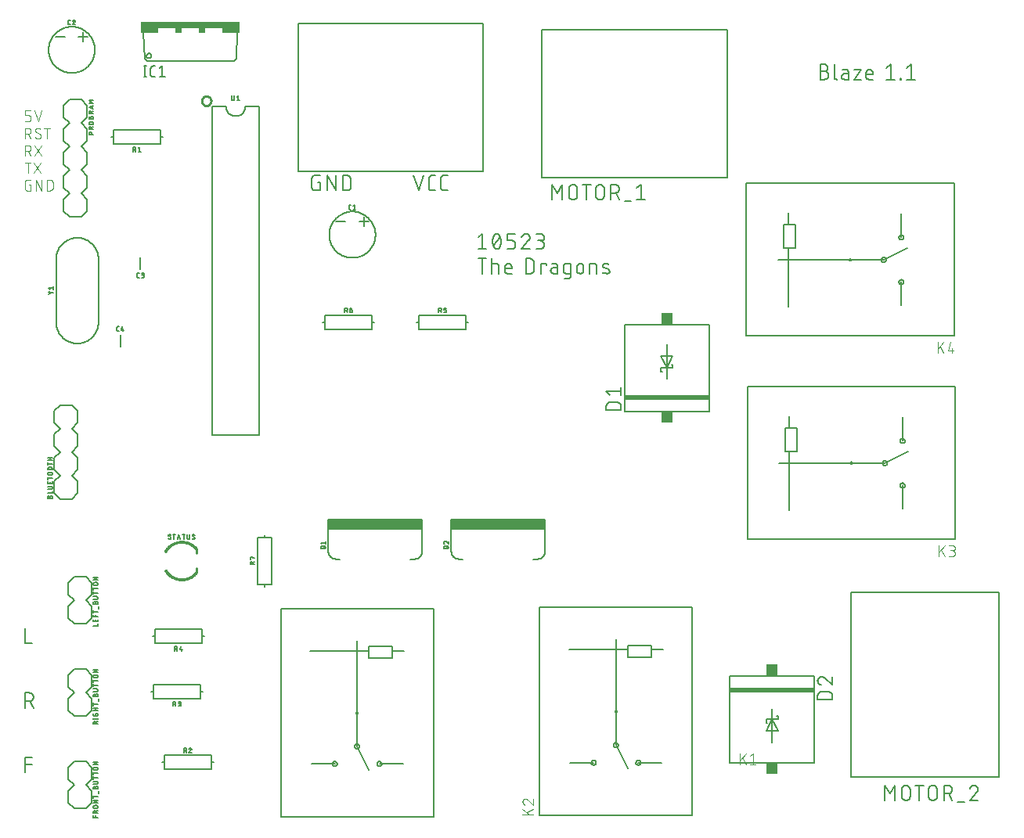
<source format=gbr>
G04 EAGLE Gerber RS-274X export*
G75*
%MOMM*%
%FSLAX34Y34*%
%LPD*%
%INSilkscreen Top*%
%IPPOS*%
%AMOC8*
5,1,8,0,0,1.08239X$1,22.5*%
G01*
%ADD10C,0.101600*%
%ADD11C,0.152400*%
%ADD12C,0.203200*%
%ADD13C,0.127000*%
%ADD14R,9.144000X0.508000*%
%ADD15R,1.270000X1.270000*%
%ADD16C,0.177800*%
%ADD17R,10.668000X0.762000*%
%ADD18R,1.905000X0.508000*%
%ADD19R,0.762000X0.508000*%
%ADD20R,10.160000X1.016000*%
%ADD21C,0.254000*%
%ADD22C,0.025400*%


D10*
X-9492Y775508D02*
X-5664Y775508D01*
X-5564Y775510D01*
X-5464Y775516D01*
X-5364Y775526D01*
X-5265Y775539D01*
X-5166Y775557D01*
X-5068Y775579D01*
X-4971Y775604D01*
X-4875Y775633D01*
X-4781Y775666D01*
X-4687Y775702D01*
X-4596Y775742D01*
X-4505Y775786D01*
X-4417Y775833D01*
X-4331Y775884D01*
X-4246Y775938D01*
X-4164Y775995D01*
X-4084Y776056D01*
X-4007Y776119D01*
X-3932Y776186D01*
X-3859Y776255D01*
X-3790Y776328D01*
X-3723Y776403D01*
X-3660Y776480D01*
X-3599Y776560D01*
X-3542Y776642D01*
X-3488Y776727D01*
X-3437Y776813D01*
X-3390Y776901D01*
X-3346Y776992D01*
X-3306Y777083D01*
X-3270Y777177D01*
X-3237Y777271D01*
X-3208Y777367D01*
X-3183Y777464D01*
X-3161Y777562D01*
X-3143Y777661D01*
X-3130Y777760D01*
X-3120Y777860D01*
X-3114Y777960D01*
X-3112Y778060D01*
X-3112Y779336D01*
X-3114Y779436D01*
X-3120Y779536D01*
X-3130Y779636D01*
X-3143Y779735D01*
X-3161Y779834D01*
X-3183Y779932D01*
X-3208Y780029D01*
X-3237Y780125D01*
X-3270Y780219D01*
X-3306Y780313D01*
X-3346Y780404D01*
X-3390Y780495D01*
X-3437Y780583D01*
X-3488Y780669D01*
X-3542Y780754D01*
X-3599Y780836D01*
X-3660Y780916D01*
X-3723Y780993D01*
X-3790Y781068D01*
X-3859Y781141D01*
X-3932Y781210D01*
X-4007Y781277D01*
X-4084Y781340D01*
X-4164Y781401D01*
X-4246Y781458D01*
X-4331Y781512D01*
X-4417Y781563D01*
X-4505Y781610D01*
X-4596Y781654D01*
X-4687Y781694D01*
X-4781Y781730D01*
X-4875Y781763D01*
X-4971Y781792D01*
X-5068Y781817D01*
X-5166Y781839D01*
X-5265Y781857D01*
X-5364Y781870D01*
X-5464Y781880D01*
X-5564Y781886D01*
X-5664Y781888D01*
X-9492Y781888D01*
X-9492Y786992D01*
X-3112Y786992D01*
X1120Y786992D02*
X4948Y775508D01*
X8776Y786992D01*
X-9492Y768242D02*
X-9492Y756758D01*
X-9492Y768242D02*
X-6302Y768242D01*
X-6191Y768240D01*
X-6079Y768234D01*
X-5969Y768225D01*
X-5858Y768211D01*
X-5748Y768194D01*
X-5639Y768172D01*
X-5530Y768147D01*
X-5423Y768118D01*
X-5316Y768086D01*
X-5211Y768050D01*
X-5107Y768010D01*
X-5005Y767966D01*
X-4904Y767919D01*
X-4804Y767869D01*
X-4707Y767815D01*
X-4612Y767757D01*
X-4518Y767697D01*
X-4427Y767633D01*
X-4338Y767566D01*
X-4252Y767496D01*
X-4167Y767423D01*
X-4086Y767347D01*
X-4007Y767268D01*
X-3931Y767187D01*
X-3858Y767102D01*
X-3788Y767016D01*
X-3721Y766927D01*
X-3657Y766836D01*
X-3597Y766742D01*
X-3539Y766647D01*
X-3485Y766550D01*
X-3435Y766450D01*
X-3388Y766349D01*
X-3344Y766247D01*
X-3304Y766143D01*
X-3268Y766038D01*
X-3236Y765931D01*
X-3207Y765824D01*
X-3182Y765715D01*
X-3160Y765606D01*
X-3143Y765496D01*
X-3129Y765385D01*
X-3120Y765275D01*
X-3114Y765163D01*
X-3112Y765052D01*
X-3114Y764941D01*
X-3120Y764829D01*
X-3129Y764719D01*
X-3143Y764608D01*
X-3160Y764498D01*
X-3182Y764389D01*
X-3207Y764280D01*
X-3236Y764173D01*
X-3268Y764066D01*
X-3304Y763961D01*
X-3344Y763857D01*
X-3388Y763755D01*
X-3435Y763654D01*
X-3485Y763554D01*
X-3539Y763457D01*
X-3597Y763362D01*
X-3657Y763268D01*
X-3721Y763177D01*
X-3788Y763088D01*
X-3858Y763002D01*
X-3931Y762917D01*
X-4007Y762836D01*
X-4086Y762757D01*
X-4167Y762681D01*
X-4252Y762608D01*
X-4338Y762538D01*
X-4427Y762471D01*
X-4518Y762407D01*
X-4612Y762347D01*
X-4707Y762289D01*
X-4804Y762235D01*
X-4904Y762185D01*
X-5005Y762138D01*
X-5107Y762094D01*
X-5211Y762054D01*
X-5316Y762018D01*
X-5423Y761986D01*
X-5530Y761957D01*
X-5639Y761932D01*
X-5748Y761910D01*
X-5858Y761893D01*
X-5969Y761879D01*
X-6079Y761870D01*
X-6191Y761864D01*
X-6302Y761862D01*
X-9492Y761862D01*
X-5664Y761862D02*
X-3112Y756758D01*
X5138Y756758D02*
X5238Y756760D01*
X5338Y756766D01*
X5438Y756776D01*
X5537Y756789D01*
X5636Y756807D01*
X5734Y756829D01*
X5831Y756854D01*
X5927Y756883D01*
X6021Y756916D01*
X6115Y756952D01*
X6206Y756992D01*
X6297Y757036D01*
X6385Y757083D01*
X6471Y757134D01*
X6556Y757188D01*
X6638Y757245D01*
X6718Y757306D01*
X6795Y757369D01*
X6870Y757436D01*
X6943Y757505D01*
X7012Y757578D01*
X7079Y757653D01*
X7142Y757730D01*
X7203Y757810D01*
X7260Y757892D01*
X7314Y757977D01*
X7365Y758063D01*
X7412Y758151D01*
X7456Y758242D01*
X7496Y758333D01*
X7532Y758427D01*
X7565Y758521D01*
X7594Y758617D01*
X7619Y758714D01*
X7641Y758812D01*
X7659Y758911D01*
X7672Y759010D01*
X7682Y759110D01*
X7688Y759210D01*
X7690Y759310D01*
X5138Y756758D02*
X4996Y756760D01*
X4854Y756765D01*
X4713Y756775D01*
X4571Y756788D01*
X4431Y756805D01*
X4290Y756825D01*
X4150Y756849D01*
X4011Y756877D01*
X3873Y756909D01*
X3735Y756944D01*
X3599Y756982D01*
X3464Y757025D01*
X3329Y757070D01*
X3196Y757120D01*
X3065Y757173D01*
X2934Y757229D01*
X2806Y757289D01*
X2678Y757352D01*
X2553Y757418D01*
X2429Y757488D01*
X2308Y757561D01*
X2188Y757637D01*
X2070Y757716D01*
X1955Y757798D01*
X1841Y757884D01*
X1730Y757972D01*
X1621Y758063D01*
X1515Y758157D01*
X1411Y758254D01*
X1310Y758353D01*
X1629Y765690D02*
X1631Y765790D01*
X1637Y765890D01*
X1647Y765990D01*
X1660Y766089D01*
X1678Y766188D01*
X1700Y766286D01*
X1725Y766383D01*
X1754Y766479D01*
X1787Y766573D01*
X1823Y766667D01*
X1863Y766758D01*
X1907Y766849D01*
X1954Y766937D01*
X2005Y767023D01*
X2059Y767108D01*
X2116Y767190D01*
X2177Y767270D01*
X2240Y767347D01*
X2307Y767422D01*
X2376Y767495D01*
X2449Y767564D01*
X2524Y767631D01*
X2601Y767694D01*
X2681Y767755D01*
X2763Y767812D01*
X2848Y767866D01*
X2934Y767917D01*
X3022Y767964D01*
X3113Y768008D01*
X3204Y768048D01*
X3298Y768084D01*
X3392Y768117D01*
X3488Y768146D01*
X3585Y768171D01*
X3683Y768193D01*
X3782Y768211D01*
X3881Y768224D01*
X3981Y768234D01*
X4081Y768240D01*
X4181Y768242D01*
X4315Y768240D01*
X4449Y768235D01*
X4582Y768225D01*
X4715Y768212D01*
X4848Y768195D01*
X4980Y768175D01*
X5112Y768151D01*
X5243Y768123D01*
X5373Y768091D01*
X5502Y768056D01*
X5631Y768017D01*
X5758Y767975D01*
X5883Y767929D01*
X6008Y767880D01*
X6131Y767827D01*
X6252Y767771D01*
X6372Y767711D01*
X6490Y767648D01*
X6607Y767582D01*
X6721Y767512D01*
X6833Y767440D01*
X6944Y767364D01*
X7052Y767285D01*
X2905Y763457D02*
X2820Y763509D01*
X2737Y763565D01*
X2657Y763623D01*
X2578Y763685D01*
X2503Y763750D01*
X2429Y763817D01*
X2359Y763887D01*
X2291Y763960D01*
X2226Y764036D01*
X2163Y764114D01*
X2104Y764194D01*
X2048Y764276D01*
X1996Y764361D01*
X1946Y764448D01*
X1900Y764536D01*
X1857Y764626D01*
X1818Y764718D01*
X1783Y764811D01*
X1751Y764905D01*
X1722Y765001D01*
X1698Y765097D01*
X1677Y765195D01*
X1660Y765293D01*
X1646Y765392D01*
X1637Y765491D01*
X1631Y765590D01*
X1629Y765690D01*
X6414Y761543D02*
X6499Y761491D01*
X6582Y761435D01*
X6662Y761377D01*
X6741Y761315D01*
X6816Y761250D01*
X6890Y761183D01*
X6960Y761113D01*
X7028Y761040D01*
X7093Y760964D01*
X7156Y760886D01*
X7215Y760806D01*
X7271Y760724D01*
X7323Y760639D01*
X7373Y760552D01*
X7419Y760464D01*
X7462Y760374D01*
X7501Y760282D01*
X7536Y760189D01*
X7568Y760095D01*
X7597Y759999D01*
X7621Y759903D01*
X7642Y759805D01*
X7659Y759707D01*
X7673Y759608D01*
X7682Y759509D01*
X7688Y759410D01*
X7690Y759310D01*
X6414Y761543D02*
X2905Y763457D01*
X14625Y768242D02*
X14625Y756758D01*
X11435Y768242D02*
X17815Y768242D01*
X-9492Y749492D02*
X-9492Y738008D01*
X-9492Y749492D02*
X-6302Y749492D01*
X-6191Y749490D01*
X-6079Y749484D01*
X-5969Y749475D01*
X-5858Y749461D01*
X-5748Y749444D01*
X-5639Y749422D01*
X-5530Y749397D01*
X-5423Y749368D01*
X-5316Y749336D01*
X-5211Y749300D01*
X-5107Y749260D01*
X-5005Y749216D01*
X-4904Y749169D01*
X-4804Y749119D01*
X-4707Y749065D01*
X-4612Y749007D01*
X-4518Y748947D01*
X-4427Y748883D01*
X-4338Y748816D01*
X-4252Y748746D01*
X-4167Y748673D01*
X-4086Y748597D01*
X-4007Y748518D01*
X-3931Y748437D01*
X-3858Y748352D01*
X-3788Y748266D01*
X-3721Y748177D01*
X-3657Y748086D01*
X-3597Y747992D01*
X-3539Y747897D01*
X-3485Y747800D01*
X-3435Y747700D01*
X-3388Y747599D01*
X-3344Y747497D01*
X-3304Y747393D01*
X-3268Y747288D01*
X-3236Y747181D01*
X-3207Y747074D01*
X-3182Y746965D01*
X-3160Y746856D01*
X-3143Y746746D01*
X-3129Y746635D01*
X-3120Y746525D01*
X-3114Y746413D01*
X-3112Y746302D01*
X-3114Y746191D01*
X-3120Y746079D01*
X-3129Y745969D01*
X-3143Y745858D01*
X-3160Y745748D01*
X-3182Y745639D01*
X-3207Y745530D01*
X-3236Y745423D01*
X-3268Y745316D01*
X-3304Y745211D01*
X-3344Y745107D01*
X-3388Y745005D01*
X-3435Y744904D01*
X-3485Y744804D01*
X-3539Y744707D01*
X-3597Y744612D01*
X-3657Y744518D01*
X-3721Y744427D01*
X-3788Y744338D01*
X-3858Y744252D01*
X-3931Y744167D01*
X-4007Y744086D01*
X-4086Y744007D01*
X-4167Y743931D01*
X-4252Y743858D01*
X-4338Y743788D01*
X-4427Y743721D01*
X-4518Y743657D01*
X-4612Y743597D01*
X-4707Y743539D01*
X-4804Y743485D01*
X-4904Y743435D01*
X-5005Y743388D01*
X-5107Y743344D01*
X-5211Y743304D01*
X-5316Y743268D01*
X-5423Y743236D01*
X-5530Y743207D01*
X-5639Y743182D01*
X-5748Y743160D01*
X-5858Y743143D01*
X-5969Y743129D01*
X-6079Y743120D01*
X-6191Y743114D01*
X-6302Y743112D01*
X-9492Y743112D01*
X-5664Y743112D02*
X-3112Y738008D01*
X1047Y738008D02*
X8703Y749492D01*
X1047Y749492D02*
X8703Y738008D01*
X-6302Y730742D02*
X-6302Y719258D01*
X-9492Y730742D02*
X-3112Y730742D01*
X8026Y730742D02*
X370Y719258D01*
X8026Y719258D02*
X370Y730742D01*
X-3112Y706888D02*
X-5026Y706888D01*
X-3112Y706888D02*
X-3112Y700508D01*
X-6940Y700508D01*
X-7040Y700510D01*
X-7140Y700516D01*
X-7240Y700526D01*
X-7339Y700539D01*
X-7438Y700557D01*
X-7536Y700579D01*
X-7633Y700604D01*
X-7729Y700633D01*
X-7823Y700666D01*
X-7917Y700702D01*
X-8008Y700742D01*
X-8099Y700786D01*
X-8187Y700833D01*
X-8273Y700884D01*
X-8358Y700938D01*
X-8440Y700995D01*
X-8520Y701056D01*
X-8597Y701119D01*
X-8672Y701186D01*
X-8745Y701255D01*
X-8814Y701328D01*
X-8881Y701403D01*
X-8944Y701480D01*
X-9005Y701560D01*
X-9062Y701642D01*
X-9116Y701727D01*
X-9167Y701813D01*
X-9214Y701901D01*
X-9258Y701992D01*
X-9298Y702083D01*
X-9334Y702177D01*
X-9367Y702271D01*
X-9396Y702367D01*
X-9421Y702464D01*
X-9443Y702562D01*
X-9461Y702661D01*
X-9474Y702760D01*
X-9484Y702860D01*
X-9490Y702960D01*
X-9492Y703060D01*
X-9492Y709440D01*
X-9490Y709540D01*
X-9484Y709640D01*
X-9474Y709740D01*
X-9461Y709839D01*
X-9443Y709938D01*
X-9421Y710036D01*
X-9396Y710133D01*
X-9367Y710229D01*
X-9334Y710323D01*
X-9298Y710417D01*
X-9258Y710508D01*
X-9214Y710599D01*
X-9167Y710687D01*
X-9116Y710773D01*
X-9062Y710858D01*
X-9005Y710940D01*
X-8944Y711020D01*
X-8881Y711097D01*
X-8814Y711172D01*
X-8745Y711245D01*
X-8672Y711314D01*
X-8597Y711381D01*
X-8520Y711444D01*
X-8440Y711505D01*
X-8358Y711562D01*
X-8273Y711616D01*
X-8187Y711667D01*
X-8099Y711714D01*
X-8008Y711758D01*
X-7917Y711798D01*
X-7823Y711834D01*
X-7729Y711867D01*
X-7633Y711896D01*
X-7536Y711921D01*
X-7438Y711943D01*
X-7339Y711961D01*
X-7240Y711974D01*
X-7140Y711984D01*
X-7040Y711990D01*
X-6940Y711992D01*
X-3112Y711992D01*
X2508Y711992D02*
X2508Y700508D01*
X8888Y700508D02*
X2508Y711992D01*
X8888Y711992D02*
X8888Y700508D01*
X14508Y700508D02*
X14508Y711992D01*
X17698Y711992D01*
X17809Y711990D01*
X17921Y711984D01*
X18031Y711975D01*
X18142Y711961D01*
X18252Y711944D01*
X18361Y711922D01*
X18470Y711897D01*
X18577Y711868D01*
X18684Y711836D01*
X18789Y711800D01*
X18893Y711760D01*
X18995Y711716D01*
X19096Y711669D01*
X19196Y711619D01*
X19293Y711565D01*
X19388Y711507D01*
X19482Y711447D01*
X19573Y711383D01*
X19662Y711316D01*
X19748Y711246D01*
X19833Y711173D01*
X19914Y711097D01*
X19993Y711018D01*
X20069Y710937D01*
X20142Y710852D01*
X20212Y710766D01*
X20279Y710677D01*
X20343Y710586D01*
X20403Y710492D01*
X20461Y710397D01*
X20515Y710300D01*
X20565Y710200D01*
X20612Y710099D01*
X20656Y709997D01*
X20696Y709893D01*
X20732Y709788D01*
X20764Y709681D01*
X20793Y709574D01*
X20818Y709465D01*
X20840Y709356D01*
X20857Y709246D01*
X20871Y709135D01*
X20880Y709025D01*
X20886Y708913D01*
X20888Y708802D01*
X20888Y703698D01*
X20886Y703587D01*
X20880Y703475D01*
X20871Y703365D01*
X20857Y703254D01*
X20840Y703144D01*
X20818Y703035D01*
X20793Y702926D01*
X20764Y702819D01*
X20732Y702712D01*
X20696Y702607D01*
X20656Y702503D01*
X20612Y702401D01*
X20565Y702300D01*
X20515Y702200D01*
X20461Y702103D01*
X20403Y702008D01*
X20343Y701914D01*
X20279Y701823D01*
X20212Y701734D01*
X20142Y701648D01*
X20069Y701563D01*
X19993Y701482D01*
X19914Y701403D01*
X19833Y701327D01*
X19748Y701254D01*
X19662Y701184D01*
X19573Y701117D01*
X19482Y701053D01*
X19388Y700993D01*
X19293Y700935D01*
X19196Y700881D01*
X19096Y700831D01*
X18995Y700784D01*
X18893Y700740D01*
X18789Y700700D01*
X18684Y700664D01*
X18577Y700632D01*
X18470Y700603D01*
X18361Y700578D01*
X18252Y700556D01*
X18142Y700539D01*
X18031Y700525D01*
X17921Y700516D01*
X17809Y700510D01*
X17698Y700508D01*
X14508Y700508D01*
D11*
X560762Y707018D02*
X560762Y690762D01*
X566181Y697987D02*
X560762Y707018D01*
X566181Y697987D02*
X571599Y707018D01*
X571599Y690762D01*
X578859Y695278D02*
X578859Y702502D01*
X578861Y702635D01*
X578867Y702767D01*
X578877Y702899D01*
X578890Y703031D01*
X578908Y703163D01*
X578929Y703293D01*
X578954Y703424D01*
X578983Y703553D01*
X579016Y703681D01*
X579052Y703809D01*
X579092Y703935D01*
X579136Y704060D01*
X579184Y704184D01*
X579235Y704306D01*
X579290Y704427D01*
X579348Y704546D01*
X579410Y704664D01*
X579475Y704779D01*
X579544Y704893D01*
X579615Y705004D01*
X579691Y705113D01*
X579769Y705220D01*
X579850Y705325D01*
X579935Y705427D01*
X580022Y705527D01*
X580112Y705624D01*
X580205Y705719D01*
X580301Y705810D01*
X580399Y705899D01*
X580500Y705985D01*
X580604Y706068D01*
X580710Y706148D01*
X580818Y706224D01*
X580928Y706298D01*
X581041Y706368D01*
X581155Y706435D01*
X581272Y706498D01*
X581390Y706558D01*
X581510Y706615D01*
X581632Y706668D01*
X581755Y706717D01*
X581879Y706763D01*
X582005Y706805D01*
X582132Y706843D01*
X582260Y706878D01*
X582389Y706909D01*
X582518Y706936D01*
X582649Y706959D01*
X582780Y706979D01*
X582912Y706994D01*
X583044Y707006D01*
X583176Y707014D01*
X583309Y707018D01*
X583441Y707018D01*
X583574Y707014D01*
X583706Y707006D01*
X583838Y706994D01*
X583970Y706979D01*
X584101Y706959D01*
X584232Y706936D01*
X584361Y706909D01*
X584490Y706878D01*
X584618Y706843D01*
X584745Y706805D01*
X584871Y706763D01*
X584995Y706717D01*
X585118Y706668D01*
X585240Y706615D01*
X585360Y706558D01*
X585478Y706498D01*
X585595Y706435D01*
X585709Y706368D01*
X585822Y706298D01*
X585932Y706224D01*
X586040Y706148D01*
X586146Y706068D01*
X586250Y705985D01*
X586351Y705899D01*
X586449Y705810D01*
X586545Y705719D01*
X586638Y705624D01*
X586728Y705527D01*
X586815Y705427D01*
X586900Y705325D01*
X586981Y705220D01*
X587059Y705113D01*
X587135Y705004D01*
X587206Y704893D01*
X587275Y704779D01*
X587340Y704664D01*
X587402Y704546D01*
X587460Y704427D01*
X587515Y704306D01*
X587566Y704184D01*
X587614Y704060D01*
X587658Y703935D01*
X587698Y703809D01*
X587734Y703681D01*
X587767Y703553D01*
X587796Y703424D01*
X587821Y703293D01*
X587842Y703163D01*
X587860Y703031D01*
X587873Y702899D01*
X587883Y702767D01*
X587889Y702635D01*
X587891Y702502D01*
X587891Y695278D01*
X587889Y695145D01*
X587883Y695013D01*
X587873Y694881D01*
X587860Y694749D01*
X587842Y694617D01*
X587821Y694487D01*
X587796Y694356D01*
X587767Y694227D01*
X587734Y694099D01*
X587698Y693971D01*
X587658Y693845D01*
X587614Y693720D01*
X587566Y693596D01*
X587515Y693474D01*
X587460Y693353D01*
X587402Y693234D01*
X587340Y693116D01*
X587275Y693001D01*
X587206Y692887D01*
X587135Y692776D01*
X587059Y692667D01*
X586981Y692560D01*
X586900Y692455D01*
X586815Y692353D01*
X586728Y692253D01*
X586638Y692156D01*
X586545Y692061D01*
X586449Y691970D01*
X586351Y691881D01*
X586250Y691795D01*
X586146Y691712D01*
X586040Y691632D01*
X585932Y691556D01*
X585822Y691482D01*
X585709Y691412D01*
X585595Y691345D01*
X585478Y691282D01*
X585360Y691222D01*
X585240Y691165D01*
X585118Y691112D01*
X584995Y691063D01*
X584871Y691017D01*
X584745Y690975D01*
X584618Y690937D01*
X584490Y690902D01*
X584361Y690871D01*
X584232Y690844D01*
X584101Y690821D01*
X583970Y690801D01*
X583838Y690786D01*
X583706Y690774D01*
X583574Y690766D01*
X583441Y690762D01*
X583309Y690762D01*
X583176Y690766D01*
X583044Y690774D01*
X582912Y690786D01*
X582780Y690801D01*
X582649Y690821D01*
X582518Y690844D01*
X582389Y690871D01*
X582260Y690902D01*
X582132Y690937D01*
X582005Y690975D01*
X581879Y691017D01*
X581755Y691063D01*
X581632Y691112D01*
X581510Y691165D01*
X581390Y691222D01*
X581272Y691282D01*
X581155Y691345D01*
X581041Y691412D01*
X580928Y691482D01*
X580818Y691556D01*
X580710Y691632D01*
X580604Y691712D01*
X580500Y691795D01*
X580399Y691881D01*
X580301Y691970D01*
X580205Y692061D01*
X580112Y692156D01*
X580022Y692253D01*
X579935Y692353D01*
X579850Y692455D01*
X579769Y692560D01*
X579691Y692667D01*
X579615Y692776D01*
X579544Y692887D01*
X579475Y693001D01*
X579410Y693116D01*
X579348Y693234D01*
X579290Y693353D01*
X579235Y693474D01*
X579184Y693596D01*
X579136Y693720D01*
X579092Y693845D01*
X579052Y693971D01*
X579016Y694099D01*
X578983Y694227D01*
X578954Y694356D01*
X578929Y694487D01*
X578908Y694617D01*
X578890Y694749D01*
X578877Y694881D01*
X578867Y695013D01*
X578861Y695145D01*
X578859Y695278D01*
X597964Y690762D02*
X597964Y707018D01*
X593449Y707018D02*
X602480Y707018D01*
X608038Y702502D02*
X608038Y695278D01*
X608037Y702502D02*
X608039Y702635D01*
X608045Y702767D01*
X608055Y702899D01*
X608068Y703031D01*
X608086Y703163D01*
X608107Y703293D01*
X608132Y703424D01*
X608161Y703553D01*
X608194Y703681D01*
X608230Y703809D01*
X608270Y703935D01*
X608314Y704060D01*
X608362Y704184D01*
X608413Y704306D01*
X608468Y704427D01*
X608526Y704546D01*
X608588Y704664D01*
X608653Y704779D01*
X608722Y704893D01*
X608793Y705004D01*
X608869Y705113D01*
X608947Y705220D01*
X609028Y705325D01*
X609113Y705427D01*
X609200Y705527D01*
X609290Y705624D01*
X609383Y705719D01*
X609479Y705810D01*
X609577Y705899D01*
X609678Y705985D01*
X609782Y706068D01*
X609888Y706148D01*
X609996Y706224D01*
X610106Y706298D01*
X610219Y706368D01*
X610333Y706435D01*
X610450Y706498D01*
X610568Y706558D01*
X610688Y706615D01*
X610810Y706668D01*
X610933Y706717D01*
X611057Y706763D01*
X611183Y706805D01*
X611310Y706843D01*
X611438Y706878D01*
X611567Y706909D01*
X611696Y706936D01*
X611827Y706959D01*
X611958Y706979D01*
X612090Y706994D01*
X612222Y707006D01*
X612354Y707014D01*
X612487Y707018D01*
X612619Y707018D01*
X612752Y707014D01*
X612884Y707006D01*
X613016Y706994D01*
X613148Y706979D01*
X613279Y706959D01*
X613410Y706936D01*
X613539Y706909D01*
X613668Y706878D01*
X613796Y706843D01*
X613923Y706805D01*
X614049Y706763D01*
X614173Y706717D01*
X614296Y706668D01*
X614418Y706615D01*
X614538Y706558D01*
X614656Y706498D01*
X614773Y706435D01*
X614887Y706368D01*
X615000Y706298D01*
X615110Y706224D01*
X615218Y706148D01*
X615324Y706068D01*
X615428Y705985D01*
X615529Y705899D01*
X615627Y705810D01*
X615723Y705719D01*
X615816Y705624D01*
X615906Y705527D01*
X615993Y705427D01*
X616078Y705325D01*
X616159Y705220D01*
X616237Y705113D01*
X616313Y705004D01*
X616384Y704893D01*
X616453Y704779D01*
X616518Y704664D01*
X616580Y704546D01*
X616638Y704427D01*
X616693Y704306D01*
X616744Y704184D01*
X616792Y704060D01*
X616836Y703935D01*
X616876Y703809D01*
X616912Y703681D01*
X616945Y703553D01*
X616974Y703424D01*
X616999Y703293D01*
X617020Y703163D01*
X617038Y703031D01*
X617051Y702899D01*
X617061Y702767D01*
X617067Y702635D01*
X617069Y702502D01*
X617069Y695278D01*
X617067Y695145D01*
X617061Y695013D01*
X617051Y694881D01*
X617038Y694749D01*
X617020Y694617D01*
X616999Y694487D01*
X616974Y694356D01*
X616945Y694227D01*
X616912Y694099D01*
X616876Y693971D01*
X616836Y693845D01*
X616792Y693720D01*
X616744Y693596D01*
X616693Y693474D01*
X616638Y693353D01*
X616580Y693234D01*
X616518Y693116D01*
X616453Y693001D01*
X616384Y692887D01*
X616313Y692776D01*
X616237Y692667D01*
X616159Y692560D01*
X616078Y692455D01*
X615993Y692353D01*
X615906Y692253D01*
X615816Y692156D01*
X615723Y692061D01*
X615627Y691970D01*
X615529Y691881D01*
X615428Y691795D01*
X615324Y691712D01*
X615218Y691632D01*
X615110Y691556D01*
X615000Y691482D01*
X614887Y691412D01*
X614773Y691345D01*
X614656Y691282D01*
X614538Y691222D01*
X614418Y691165D01*
X614296Y691112D01*
X614173Y691063D01*
X614049Y691017D01*
X613923Y690975D01*
X613796Y690937D01*
X613668Y690902D01*
X613539Y690871D01*
X613410Y690844D01*
X613279Y690821D01*
X613148Y690801D01*
X613016Y690786D01*
X612884Y690774D01*
X612752Y690766D01*
X612619Y690762D01*
X612487Y690762D01*
X612354Y690766D01*
X612222Y690774D01*
X612090Y690786D01*
X611958Y690801D01*
X611827Y690821D01*
X611696Y690844D01*
X611567Y690871D01*
X611438Y690902D01*
X611310Y690937D01*
X611183Y690975D01*
X611057Y691017D01*
X610933Y691063D01*
X610810Y691112D01*
X610688Y691165D01*
X610568Y691222D01*
X610450Y691282D01*
X610333Y691345D01*
X610219Y691412D01*
X610106Y691482D01*
X609996Y691556D01*
X609888Y691632D01*
X609782Y691712D01*
X609678Y691795D01*
X609577Y691881D01*
X609479Y691970D01*
X609383Y692061D01*
X609290Y692156D01*
X609200Y692253D01*
X609113Y692353D01*
X609028Y692455D01*
X608947Y692560D01*
X608869Y692667D01*
X608793Y692776D01*
X608722Y692887D01*
X608653Y693001D01*
X608588Y693116D01*
X608526Y693234D01*
X608468Y693353D01*
X608413Y693474D01*
X608362Y693596D01*
X608314Y693720D01*
X608270Y693845D01*
X608230Y693971D01*
X608194Y694099D01*
X608161Y694227D01*
X608132Y694356D01*
X608107Y694487D01*
X608086Y694617D01*
X608068Y694749D01*
X608055Y694881D01*
X608045Y695013D01*
X608039Y695145D01*
X608037Y695278D01*
X624282Y690762D02*
X624282Y707018D01*
X628797Y707018D01*
X628930Y707016D01*
X629062Y707010D01*
X629194Y707000D01*
X629326Y706987D01*
X629458Y706969D01*
X629588Y706948D01*
X629719Y706923D01*
X629848Y706894D01*
X629976Y706861D01*
X630104Y706825D01*
X630230Y706785D01*
X630355Y706741D01*
X630479Y706693D01*
X630601Y706642D01*
X630722Y706587D01*
X630841Y706529D01*
X630959Y706467D01*
X631074Y706402D01*
X631188Y706333D01*
X631299Y706262D01*
X631408Y706186D01*
X631515Y706108D01*
X631620Y706027D01*
X631722Y705942D01*
X631822Y705855D01*
X631919Y705765D01*
X632014Y705672D01*
X632105Y705576D01*
X632194Y705478D01*
X632280Y705377D01*
X632363Y705273D01*
X632443Y705167D01*
X632519Y705059D01*
X632593Y704949D01*
X632663Y704836D01*
X632730Y704722D01*
X632793Y704605D01*
X632853Y704487D01*
X632910Y704367D01*
X632963Y704245D01*
X633012Y704122D01*
X633058Y703998D01*
X633100Y703872D01*
X633138Y703745D01*
X633173Y703617D01*
X633204Y703488D01*
X633231Y703359D01*
X633254Y703228D01*
X633274Y703097D01*
X633289Y702965D01*
X633301Y702833D01*
X633309Y702701D01*
X633313Y702568D01*
X633313Y702436D01*
X633309Y702303D01*
X633301Y702171D01*
X633289Y702039D01*
X633274Y701907D01*
X633254Y701776D01*
X633231Y701645D01*
X633204Y701516D01*
X633173Y701387D01*
X633138Y701259D01*
X633100Y701132D01*
X633058Y701006D01*
X633012Y700882D01*
X632963Y700759D01*
X632910Y700637D01*
X632853Y700517D01*
X632793Y700399D01*
X632730Y700282D01*
X632663Y700168D01*
X632593Y700055D01*
X632519Y699945D01*
X632443Y699837D01*
X632363Y699731D01*
X632280Y699627D01*
X632194Y699526D01*
X632105Y699428D01*
X632014Y699332D01*
X631919Y699239D01*
X631822Y699149D01*
X631722Y699062D01*
X631620Y698977D01*
X631515Y698896D01*
X631408Y698818D01*
X631299Y698742D01*
X631188Y698671D01*
X631074Y698602D01*
X630959Y698537D01*
X630841Y698475D01*
X630722Y698417D01*
X630601Y698362D01*
X630479Y698311D01*
X630355Y698263D01*
X630230Y698219D01*
X630104Y698179D01*
X629976Y698143D01*
X629848Y698110D01*
X629719Y698081D01*
X629588Y698056D01*
X629458Y698035D01*
X629326Y698017D01*
X629194Y698004D01*
X629062Y697994D01*
X628930Y697988D01*
X628797Y697986D01*
X628797Y697987D02*
X624282Y697987D01*
X629700Y697987D02*
X633313Y690762D01*
X639161Y688956D02*
X646386Y688956D01*
X652326Y703406D02*
X656842Y707018D01*
X656842Y690762D01*
X661357Y690762D02*
X652326Y690762D01*
X920762Y57018D02*
X920762Y40762D01*
X926181Y47987D02*
X920762Y57018D01*
X926181Y47987D02*
X931599Y57018D01*
X931599Y40762D01*
X938859Y45278D02*
X938859Y52502D01*
X938861Y52635D01*
X938867Y52767D01*
X938877Y52899D01*
X938890Y53031D01*
X938908Y53163D01*
X938929Y53293D01*
X938954Y53424D01*
X938983Y53553D01*
X939016Y53681D01*
X939052Y53809D01*
X939092Y53935D01*
X939136Y54060D01*
X939184Y54184D01*
X939235Y54306D01*
X939290Y54427D01*
X939348Y54546D01*
X939410Y54664D01*
X939475Y54779D01*
X939544Y54893D01*
X939615Y55004D01*
X939691Y55113D01*
X939769Y55220D01*
X939850Y55325D01*
X939935Y55427D01*
X940022Y55527D01*
X940112Y55624D01*
X940205Y55719D01*
X940301Y55810D01*
X940399Y55899D01*
X940500Y55985D01*
X940604Y56068D01*
X940710Y56148D01*
X940818Y56224D01*
X940928Y56298D01*
X941041Y56368D01*
X941155Y56435D01*
X941272Y56498D01*
X941390Y56558D01*
X941510Y56615D01*
X941632Y56668D01*
X941755Y56717D01*
X941879Y56763D01*
X942005Y56805D01*
X942132Y56843D01*
X942260Y56878D01*
X942389Y56909D01*
X942518Y56936D01*
X942649Y56959D01*
X942780Y56979D01*
X942912Y56994D01*
X943044Y57006D01*
X943176Y57014D01*
X943309Y57018D01*
X943441Y57018D01*
X943574Y57014D01*
X943706Y57006D01*
X943838Y56994D01*
X943970Y56979D01*
X944101Y56959D01*
X944232Y56936D01*
X944361Y56909D01*
X944490Y56878D01*
X944618Y56843D01*
X944745Y56805D01*
X944871Y56763D01*
X944995Y56717D01*
X945118Y56668D01*
X945240Y56615D01*
X945360Y56558D01*
X945478Y56498D01*
X945595Y56435D01*
X945709Y56368D01*
X945822Y56298D01*
X945932Y56224D01*
X946040Y56148D01*
X946146Y56068D01*
X946250Y55985D01*
X946351Y55899D01*
X946449Y55810D01*
X946545Y55719D01*
X946638Y55624D01*
X946728Y55527D01*
X946815Y55427D01*
X946900Y55325D01*
X946981Y55220D01*
X947059Y55113D01*
X947135Y55004D01*
X947206Y54893D01*
X947275Y54779D01*
X947340Y54664D01*
X947402Y54546D01*
X947460Y54427D01*
X947515Y54306D01*
X947566Y54184D01*
X947614Y54060D01*
X947658Y53935D01*
X947698Y53809D01*
X947734Y53681D01*
X947767Y53553D01*
X947796Y53424D01*
X947821Y53293D01*
X947842Y53163D01*
X947860Y53031D01*
X947873Y52899D01*
X947883Y52767D01*
X947889Y52635D01*
X947891Y52502D01*
X947891Y45278D01*
X947889Y45145D01*
X947883Y45013D01*
X947873Y44881D01*
X947860Y44749D01*
X947842Y44617D01*
X947821Y44487D01*
X947796Y44356D01*
X947767Y44227D01*
X947734Y44099D01*
X947698Y43971D01*
X947658Y43845D01*
X947614Y43720D01*
X947566Y43596D01*
X947515Y43474D01*
X947460Y43353D01*
X947402Y43234D01*
X947340Y43116D01*
X947275Y43001D01*
X947206Y42887D01*
X947135Y42776D01*
X947059Y42667D01*
X946981Y42560D01*
X946900Y42455D01*
X946815Y42353D01*
X946728Y42253D01*
X946638Y42156D01*
X946545Y42061D01*
X946449Y41970D01*
X946351Y41881D01*
X946250Y41795D01*
X946146Y41712D01*
X946040Y41632D01*
X945932Y41556D01*
X945822Y41482D01*
X945709Y41412D01*
X945595Y41345D01*
X945478Y41282D01*
X945360Y41222D01*
X945240Y41165D01*
X945118Y41112D01*
X944995Y41063D01*
X944871Y41017D01*
X944745Y40975D01*
X944618Y40937D01*
X944490Y40902D01*
X944361Y40871D01*
X944232Y40844D01*
X944101Y40821D01*
X943970Y40801D01*
X943838Y40786D01*
X943706Y40774D01*
X943574Y40766D01*
X943441Y40762D01*
X943309Y40762D01*
X943176Y40766D01*
X943044Y40774D01*
X942912Y40786D01*
X942780Y40801D01*
X942649Y40821D01*
X942518Y40844D01*
X942389Y40871D01*
X942260Y40902D01*
X942132Y40937D01*
X942005Y40975D01*
X941879Y41017D01*
X941755Y41063D01*
X941632Y41112D01*
X941510Y41165D01*
X941390Y41222D01*
X941272Y41282D01*
X941155Y41345D01*
X941041Y41412D01*
X940928Y41482D01*
X940818Y41556D01*
X940710Y41632D01*
X940604Y41712D01*
X940500Y41795D01*
X940399Y41881D01*
X940301Y41970D01*
X940205Y42061D01*
X940112Y42156D01*
X940022Y42253D01*
X939935Y42353D01*
X939850Y42455D01*
X939769Y42560D01*
X939691Y42667D01*
X939615Y42776D01*
X939544Y42887D01*
X939475Y43001D01*
X939410Y43116D01*
X939348Y43234D01*
X939290Y43353D01*
X939235Y43474D01*
X939184Y43596D01*
X939136Y43720D01*
X939092Y43845D01*
X939052Y43971D01*
X939016Y44099D01*
X938983Y44227D01*
X938954Y44356D01*
X938929Y44487D01*
X938908Y44617D01*
X938890Y44749D01*
X938877Y44881D01*
X938867Y45013D01*
X938861Y45145D01*
X938859Y45278D01*
X957964Y40762D02*
X957964Y57018D01*
X953449Y57018D02*
X962480Y57018D01*
X968038Y52502D02*
X968038Y45278D01*
X968037Y52502D02*
X968039Y52635D01*
X968045Y52767D01*
X968055Y52899D01*
X968068Y53031D01*
X968086Y53163D01*
X968107Y53293D01*
X968132Y53424D01*
X968161Y53553D01*
X968194Y53681D01*
X968230Y53809D01*
X968270Y53935D01*
X968314Y54060D01*
X968362Y54184D01*
X968413Y54306D01*
X968468Y54427D01*
X968526Y54546D01*
X968588Y54664D01*
X968653Y54779D01*
X968722Y54893D01*
X968793Y55004D01*
X968869Y55113D01*
X968947Y55220D01*
X969028Y55325D01*
X969113Y55427D01*
X969200Y55527D01*
X969290Y55624D01*
X969383Y55719D01*
X969479Y55810D01*
X969577Y55899D01*
X969678Y55985D01*
X969782Y56068D01*
X969888Y56148D01*
X969996Y56224D01*
X970106Y56298D01*
X970219Y56368D01*
X970333Y56435D01*
X970450Y56498D01*
X970568Y56558D01*
X970688Y56615D01*
X970810Y56668D01*
X970933Y56717D01*
X971057Y56763D01*
X971183Y56805D01*
X971310Y56843D01*
X971438Y56878D01*
X971567Y56909D01*
X971696Y56936D01*
X971827Y56959D01*
X971958Y56979D01*
X972090Y56994D01*
X972222Y57006D01*
X972354Y57014D01*
X972487Y57018D01*
X972619Y57018D01*
X972752Y57014D01*
X972884Y57006D01*
X973016Y56994D01*
X973148Y56979D01*
X973279Y56959D01*
X973410Y56936D01*
X973539Y56909D01*
X973668Y56878D01*
X973796Y56843D01*
X973923Y56805D01*
X974049Y56763D01*
X974173Y56717D01*
X974296Y56668D01*
X974418Y56615D01*
X974538Y56558D01*
X974656Y56498D01*
X974773Y56435D01*
X974887Y56368D01*
X975000Y56298D01*
X975110Y56224D01*
X975218Y56148D01*
X975324Y56068D01*
X975428Y55985D01*
X975529Y55899D01*
X975627Y55810D01*
X975723Y55719D01*
X975816Y55624D01*
X975906Y55527D01*
X975993Y55427D01*
X976078Y55325D01*
X976159Y55220D01*
X976237Y55113D01*
X976313Y55004D01*
X976384Y54893D01*
X976453Y54779D01*
X976518Y54664D01*
X976580Y54546D01*
X976638Y54427D01*
X976693Y54306D01*
X976744Y54184D01*
X976792Y54060D01*
X976836Y53935D01*
X976876Y53809D01*
X976912Y53681D01*
X976945Y53553D01*
X976974Y53424D01*
X976999Y53293D01*
X977020Y53163D01*
X977038Y53031D01*
X977051Y52899D01*
X977061Y52767D01*
X977067Y52635D01*
X977069Y52502D01*
X977069Y45278D01*
X977067Y45145D01*
X977061Y45013D01*
X977051Y44881D01*
X977038Y44749D01*
X977020Y44617D01*
X976999Y44487D01*
X976974Y44356D01*
X976945Y44227D01*
X976912Y44099D01*
X976876Y43971D01*
X976836Y43845D01*
X976792Y43720D01*
X976744Y43596D01*
X976693Y43474D01*
X976638Y43353D01*
X976580Y43234D01*
X976518Y43116D01*
X976453Y43001D01*
X976384Y42887D01*
X976313Y42776D01*
X976237Y42667D01*
X976159Y42560D01*
X976078Y42455D01*
X975993Y42353D01*
X975906Y42253D01*
X975816Y42156D01*
X975723Y42061D01*
X975627Y41970D01*
X975529Y41881D01*
X975428Y41795D01*
X975324Y41712D01*
X975218Y41632D01*
X975110Y41556D01*
X975000Y41482D01*
X974887Y41412D01*
X974773Y41345D01*
X974656Y41282D01*
X974538Y41222D01*
X974418Y41165D01*
X974296Y41112D01*
X974173Y41063D01*
X974049Y41017D01*
X973923Y40975D01*
X973796Y40937D01*
X973668Y40902D01*
X973539Y40871D01*
X973410Y40844D01*
X973279Y40821D01*
X973148Y40801D01*
X973016Y40786D01*
X972884Y40774D01*
X972752Y40766D01*
X972619Y40762D01*
X972487Y40762D01*
X972354Y40766D01*
X972222Y40774D01*
X972090Y40786D01*
X971958Y40801D01*
X971827Y40821D01*
X971696Y40844D01*
X971567Y40871D01*
X971438Y40902D01*
X971310Y40937D01*
X971183Y40975D01*
X971057Y41017D01*
X970933Y41063D01*
X970810Y41112D01*
X970688Y41165D01*
X970568Y41222D01*
X970450Y41282D01*
X970333Y41345D01*
X970219Y41412D01*
X970106Y41482D01*
X969996Y41556D01*
X969888Y41632D01*
X969782Y41712D01*
X969678Y41795D01*
X969577Y41881D01*
X969479Y41970D01*
X969383Y42061D01*
X969290Y42156D01*
X969200Y42253D01*
X969113Y42353D01*
X969028Y42455D01*
X968947Y42560D01*
X968869Y42667D01*
X968793Y42776D01*
X968722Y42887D01*
X968653Y43001D01*
X968588Y43116D01*
X968526Y43234D01*
X968468Y43353D01*
X968413Y43474D01*
X968362Y43596D01*
X968314Y43720D01*
X968270Y43845D01*
X968230Y43971D01*
X968194Y44099D01*
X968161Y44227D01*
X968132Y44356D01*
X968107Y44487D01*
X968086Y44617D01*
X968068Y44749D01*
X968055Y44881D01*
X968045Y45013D01*
X968039Y45145D01*
X968037Y45278D01*
X984282Y40762D02*
X984282Y57018D01*
X988797Y57018D01*
X988930Y57016D01*
X989062Y57010D01*
X989194Y57000D01*
X989326Y56987D01*
X989458Y56969D01*
X989588Y56948D01*
X989719Y56923D01*
X989848Y56894D01*
X989976Y56861D01*
X990104Y56825D01*
X990230Y56785D01*
X990355Y56741D01*
X990479Y56693D01*
X990601Y56642D01*
X990722Y56587D01*
X990841Y56529D01*
X990959Y56467D01*
X991074Y56402D01*
X991188Y56333D01*
X991299Y56262D01*
X991408Y56186D01*
X991515Y56108D01*
X991620Y56027D01*
X991722Y55942D01*
X991822Y55855D01*
X991919Y55765D01*
X992014Y55672D01*
X992105Y55576D01*
X992194Y55478D01*
X992280Y55377D01*
X992363Y55273D01*
X992443Y55167D01*
X992519Y55059D01*
X992593Y54949D01*
X992663Y54836D01*
X992730Y54722D01*
X992793Y54605D01*
X992853Y54487D01*
X992910Y54367D01*
X992963Y54245D01*
X993012Y54122D01*
X993058Y53998D01*
X993100Y53872D01*
X993138Y53745D01*
X993173Y53617D01*
X993204Y53488D01*
X993231Y53359D01*
X993254Y53228D01*
X993274Y53097D01*
X993289Y52965D01*
X993301Y52833D01*
X993309Y52701D01*
X993313Y52568D01*
X993313Y52436D01*
X993309Y52303D01*
X993301Y52171D01*
X993289Y52039D01*
X993274Y51907D01*
X993254Y51776D01*
X993231Y51645D01*
X993204Y51516D01*
X993173Y51387D01*
X993138Y51259D01*
X993100Y51132D01*
X993058Y51006D01*
X993012Y50882D01*
X992963Y50759D01*
X992910Y50637D01*
X992853Y50517D01*
X992793Y50399D01*
X992730Y50282D01*
X992663Y50168D01*
X992593Y50055D01*
X992519Y49945D01*
X992443Y49837D01*
X992363Y49731D01*
X992280Y49627D01*
X992194Y49526D01*
X992105Y49428D01*
X992014Y49332D01*
X991919Y49239D01*
X991822Y49149D01*
X991722Y49062D01*
X991620Y48977D01*
X991515Y48896D01*
X991408Y48818D01*
X991299Y48742D01*
X991188Y48671D01*
X991074Y48602D01*
X990959Y48537D01*
X990841Y48475D01*
X990722Y48417D01*
X990601Y48362D01*
X990479Y48311D01*
X990355Y48263D01*
X990230Y48219D01*
X990104Y48179D01*
X989976Y48143D01*
X989848Y48110D01*
X989719Y48081D01*
X989588Y48056D01*
X989458Y48035D01*
X989326Y48017D01*
X989194Y48004D01*
X989062Y47994D01*
X988930Y47988D01*
X988797Y47986D01*
X988797Y47987D02*
X984282Y47987D01*
X989700Y47987D02*
X993313Y40762D01*
X999161Y38956D02*
X1006386Y38956D01*
X1021357Y52954D02*
X1021355Y53079D01*
X1021349Y53204D01*
X1021340Y53329D01*
X1021326Y53453D01*
X1021309Y53577D01*
X1021288Y53701D01*
X1021263Y53823D01*
X1021234Y53945D01*
X1021202Y54066D01*
X1021166Y54186D01*
X1021126Y54305D01*
X1021083Y54422D01*
X1021036Y54538D01*
X1020985Y54653D01*
X1020931Y54765D01*
X1020873Y54877D01*
X1020813Y54986D01*
X1020748Y55093D01*
X1020681Y55199D01*
X1020610Y55302D01*
X1020536Y55403D01*
X1020459Y55502D01*
X1020379Y55598D01*
X1020296Y55692D01*
X1020211Y55783D01*
X1020122Y55872D01*
X1020031Y55957D01*
X1019937Y56040D01*
X1019841Y56120D01*
X1019742Y56197D01*
X1019641Y56271D01*
X1019538Y56342D01*
X1019432Y56409D01*
X1019325Y56474D01*
X1019216Y56534D01*
X1019104Y56592D01*
X1018992Y56646D01*
X1018877Y56697D01*
X1018761Y56744D01*
X1018644Y56787D01*
X1018525Y56827D01*
X1018405Y56863D01*
X1018284Y56895D01*
X1018162Y56924D01*
X1018040Y56949D01*
X1017916Y56970D01*
X1017792Y56987D01*
X1017668Y57001D01*
X1017543Y57010D01*
X1017418Y57016D01*
X1017293Y57018D01*
X1017150Y57016D01*
X1017008Y57010D01*
X1016865Y57000D01*
X1016723Y56987D01*
X1016582Y56969D01*
X1016440Y56948D01*
X1016300Y56923D01*
X1016160Y56894D01*
X1016021Y56861D01*
X1015883Y56824D01*
X1015746Y56784D01*
X1015611Y56740D01*
X1015476Y56692D01*
X1015343Y56640D01*
X1015211Y56585D01*
X1015081Y56526D01*
X1014953Y56464D01*
X1014826Y56398D01*
X1014701Y56329D01*
X1014578Y56257D01*
X1014458Y56181D01*
X1014339Y56102D01*
X1014222Y56019D01*
X1014108Y55934D01*
X1013996Y55845D01*
X1013887Y55754D01*
X1013780Y55659D01*
X1013675Y55562D01*
X1013574Y55461D01*
X1013475Y55358D01*
X1013379Y55253D01*
X1013286Y55144D01*
X1013196Y55033D01*
X1013109Y54920D01*
X1013025Y54805D01*
X1012945Y54687D01*
X1012867Y54567D01*
X1012793Y54445D01*
X1012723Y54321D01*
X1012655Y54195D01*
X1012592Y54067D01*
X1012531Y53938D01*
X1012474Y53807D01*
X1012421Y53675D01*
X1012372Y53541D01*
X1012326Y53406D01*
X1020002Y49793D02*
X1020096Y49885D01*
X1020186Y49979D01*
X1020274Y50076D01*
X1020359Y50176D01*
X1020441Y50278D01*
X1020520Y50383D01*
X1020595Y50490D01*
X1020667Y50599D01*
X1020736Y50710D01*
X1020802Y50824D01*
X1020864Y50939D01*
X1020923Y51056D01*
X1020978Y51175D01*
X1021029Y51295D01*
X1021077Y51417D01*
X1021122Y51540D01*
X1021162Y51664D01*
X1021199Y51790D01*
X1021232Y51917D01*
X1021261Y52044D01*
X1021287Y52173D01*
X1021308Y52302D01*
X1021326Y52432D01*
X1021339Y52562D01*
X1021349Y52692D01*
X1021355Y52823D01*
X1021357Y52954D01*
X1020003Y49793D02*
X1012326Y40762D01*
X1021357Y40762D01*
X309793Y709793D02*
X307084Y709793D01*
X309793Y709793D02*
X309793Y700762D01*
X304374Y700762D01*
X304256Y700764D01*
X304138Y700770D01*
X304020Y700779D01*
X303903Y700793D01*
X303786Y700810D01*
X303669Y700831D01*
X303554Y700856D01*
X303439Y700885D01*
X303325Y700918D01*
X303213Y700954D01*
X303102Y700994D01*
X302992Y701037D01*
X302883Y701084D01*
X302776Y701134D01*
X302671Y701189D01*
X302568Y701246D01*
X302467Y701307D01*
X302367Y701371D01*
X302270Y701438D01*
X302175Y701508D01*
X302083Y701582D01*
X301992Y701658D01*
X301905Y701738D01*
X301820Y701820D01*
X301738Y701905D01*
X301658Y701992D01*
X301582Y702083D01*
X301508Y702175D01*
X301438Y702270D01*
X301371Y702367D01*
X301307Y702467D01*
X301246Y702568D01*
X301189Y702671D01*
X301134Y702776D01*
X301084Y702883D01*
X301037Y702992D01*
X300994Y703102D01*
X300954Y703213D01*
X300918Y703325D01*
X300885Y703439D01*
X300856Y703554D01*
X300831Y703669D01*
X300810Y703786D01*
X300793Y703903D01*
X300779Y704020D01*
X300770Y704138D01*
X300764Y704256D01*
X300762Y704374D01*
X300762Y713406D01*
X300764Y713524D01*
X300770Y713642D01*
X300779Y713760D01*
X300793Y713877D01*
X300810Y713994D01*
X300831Y714111D01*
X300856Y714226D01*
X300885Y714341D01*
X300918Y714455D01*
X300954Y714567D01*
X300994Y714678D01*
X301037Y714788D01*
X301084Y714897D01*
X301134Y715004D01*
X301188Y715109D01*
X301246Y715212D01*
X301307Y715313D01*
X301371Y715413D01*
X301438Y715510D01*
X301508Y715605D01*
X301582Y715697D01*
X301658Y715788D01*
X301738Y715875D01*
X301820Y715960D01*
X301905Y716042D01*
X301992Y716122D01*
X302083Y716198D01*
X302175Y716272D01*
X302270Y716342D01*
X302367Y716409D01*
X302467Y716473D01*
X302568Y716534D01*
X302671Y716591D01*
X302776Y716645D01*
X302883Y716696D01*
X302992Y716743D01*
X303102Y716786D01*
X303213Y716826D01*
X303325Y716862D01*
X303439Y716895D01*
X303554Y716924D01*
X303669Y716949D01*
X303786Y716970D01*
X303903Y716987D01*
X304020Y717001D01*
X304138Y717010D01*
X304256Y717016D01*
X304374Y717018D01*
X309793Y717018D01*
X317435Y717018D02*
X317435Y700762D01*
X326466Y700762D02*
X317435Y717018D01*
X326466Y717018D02*
X326466Y700762D01*
X334109Y700762D02*
X334109Y717018D01*
X338624Y717018D01*
X338755Y717016D01*
X338887Y717010D01*
X339018Y717001D01*
X339148Y716987D01*
X339279Y716970D01*
X339408Y716949D01*
X339537Y716925D01*
X339665Y716896D01*
X339793Y716864D01*
X339919Y716828D01*
X340044Y716789D01*
X340169Y716746D01*
X340291Y716699D01*
X340413Y716649D01*
X340533Y716595D01*
X340651Y716538D01*
X340767Y716477D01*
X340882Y716413D01*
X340995Y716346D01*
X341106Y716275D01*
X341214Y716201D01*
X341321Y716124D01*
X341425Y716044D01*
X341527Y715961D01*
X341626Y715876D01*
X341723Y715787D01*
X341817Y715695D01*
X341909Y715601D01*
X341998Y715504D01*
X342083Y715405D01*
X342166Y715303D01*
X342246Y715199D01*
X342323Y715092D01*
X342397Y714984D01*
X342468Y714873D01*
X342535Y714760D01*
X342599Y714645D01*
X342660Y714529D01*
X342717Y714411D01*
X342771Y714291D01*
X342821Y714169D01*
X342868Y714047D01*
X342911Y713922D01*
X342950Y713797D01*
X342986Y713671D01*
X343018Y713543D01*
X343047Y713415D01*
X343071Y713286D01*
X343092Y713157D01*
X343109Y713026D01*
X343123Y712896D01*
X343132Y712765D01*
X343138Y712633D01*
X343140Y712502D01*
X343140Y705278D01*
X343138Y705147D01*
X343132Y705015D01*
X343123Y704884D01*
X343109Y704754D01*
X343092Y704623D01*
X343071Y704494D01*
X343047Y704365D01*
X343018Y704237D01*
X342986Y704109D01*
X342950Y703983D01*
X342911Y703858D01*
X342868Y703733D01*
X342821Y703611D01*
X342771Y703489D01*
X342717Y703369D01*
X342660Y703251D01*
X342599Y703135D01*
X342535Y703020D01*
X342468Y702907D01*
X342397Y702796D01*
X342323Y702688D01*
X342246Y702581D01*
X342166Y702477D01*
X342083Y702375D01*
X341998Y702276D01*
X341909Y702179D01*
X341817Y702085D01*
X341723Y701993D01*
X341626Y701904D01*
X341527Y701819D01*
X341425Y701736D01*
X341321Y701656D01*
X341214Y701579D01*
X341106Y701505D01*
X340995Y701434D01*
X340882Y701367D01*
X340767Y701303D01*
X340651Y701242D01*
X340533Y701185D01*
X340413Y701131D01*
X340291Y701081D01*
X340169Y701034D01*
X340044Y700991D01*
X339919Y700952D01*
X339793Y700916D01*
X339665Y700884D01*
X339537Y700855D01*
X339408Y700831D01*
X339278Y700810D01*
X339148Y700793D01*
X339018Y700779D01*
X338887Y700770D01*
X338755Y700764D01*
X338624Y700762D01*
X334109Y700762D01*
X410762Y717018D02*
X416181Y700762D01*
X421599Y717018D01*
X430869Y700762D02*
X434482Y700762D01*
X430869Y700762D02*
X430751Y700764D01*
X430633Y700770D01*
X430515Y700779D01*
X430398Y700793D01*
X430281Y700810D01*
X430164Y700831D01*
X430049Y700856D01*
X429934Y700885D01*
X429820Y700918D01*
X429708Y700954D01*
X429597Y700994D01*
X429487Y701037D01*
X429378Y701084D01*
X429271Y701134D01*
X429166Y701189D01*
X429063Y701246D01*
X428962Y701307D01*
X428862Y701371D01*
X428765Y701438D01*
X428670Y701508D01*
X428578Y701582D01*
X428487Y701658D01*
X428400Y701738D01*
X428315Y701820D01*
X428233Y701905D01*
X428153Y701992D01*
X428077Y702083D01*
X428003Y702175D01*
X427933Y702270D01*
X427866Y702367D01*
X427802Y702467D01*
X427741Y702568D01*
X427684Y702671D01*
X427629Y702776D01*
X427579Y702883D01*
X427532Y702992D01*
X427489Y703102D01*
X427449Y703213D01*
X427413Y703325D01*
X427380Y703439D01*
X427351Y703554D01*
X427326Y703669D01*
X427305Y703786D01*
X427288Y703903D01*
X427274Y704020D01*
X427265Y704138D01*
X427259Y704256D01*
X427257Y704374D01*
X427257Y713406D01*
X427259Y713524D01*
X427265Y713642D01*
X427274Y713760D01*
X427288Y713877D01*
X427305Y713994D01*
X427326Y714111D01*
X427351Y714226D01*
X427380Y714341D01*
X427413Y714455D01*
X427449Y714567D01*
X427489Y714678D01*
X427532Y714788D01*
X427579Y714897D01*
X427629Y715004D01*
X427683Y715109D01*
X427741Y715212D01*
X427802Y715313D01*
X427866Y715413D01*
X427933Y715510D01*
X428003Y715605D01*
X428077Y715697D01*
X428153Y715788D01*
X428233Y715875D01*
X428315Y715960D01*
X428400Y716042D01*
X428487Y716122D01*
X428578Y716198D01*
X428670Y716272D01*
X428765Y716342D01*
X428862Y716409D01*
X428962Y716473D01*
X429063Y716534D01*
X429166Y716591D01*
X429271Y716645D01*
X429378Y716696D01*
X429487Y716743D01*
X429597Y716786D01*
X429708Y716826D01*
X429820Y716862D01*
X429934Y716895D01*
X430049Y716924D01*
X430164Y716949D01*
X430281Y716970D01*
X430398Y716987D01*
X430515Y717001D01*
X430633Y717010D01*
X430751Y717016D01*
X430869Y717018D01*
X434482Y717018D01*
X443895Y700762D02*
X447508Y700762D01*
X443895Y700762D02*
X443777Y700764D01*
X443659Y700770D01*
X443541Y700779D01*
X443424Y700793D01*
X443307Y700810D01*
X443190Y700831D01*
X443075Y700856D01*
X442960Y700885D01*
X442846Y700918D01*
X442734Y700954D01*
X442623Y700994D01*
X442513Y701037D01*
X442404Y701084D01*
X442297Y701134D01*
X442192Y701189D01*
X442089Y701246D01*
X441988Y701307D01*
X441888Y701371D01*
X441791Y701438D01*
X441696Y701508D01*
X441604Y701582D01*
X441513Y701658D01*
X441426Y701738D01*
X441341Y701820D01*
X441259Y701905D01*
X441179Y701992D01*
X441103Y702083D01*
X441029Y702175D01*
X440959Y702270D01*
X440892Y702367D01*
X440828Y702467D01*
X440767Y702568D01*
X440710Y702671D01*
X440655Y702776D01*
X440605Y702883D01*
X440558Y702992D01*
X440515Y703102D01*
X440475Y703213D01*
X440439Y703325D01*
X440406Y703439D01*
X440377Y703554D01*
X440352Y703669D01*
X440331Y703786D01*
X440314Y703903D01*
X440300Y704020D01*
X440291Y704138D01*
X440285Y704256D01*
X440283Y704374D01*
X440283Y713406D01*
X440285Y713524D01*
X440291Y713642D01*
X440300Y713760D01*
X440314Y713877D01*
X440331Y713994D01*
X440352Y714111D01*
X440377Y714226D01*
X440406Y714341D01*
X440439Y714455D01*
X440475Y714567D01*
X440515Y714678D01*
X440558Y714788D01*
X440605Y714897D01*
X440655Y715004D01*
X440709Y715109D01*
X440767Y715212D01*
X440828Y715313D01*
X440892Y715413D01*
X440959Y715510D01*
X441029Y715605D01*
X441103Y715697D01*
X441179Y715788D01*
X441259Y715875D01*
X441341Y715960D01*
X441426Y716042D01*
X441513Y716122D01*
X441604Y716198D01*
X441696Y716272D01*
X441791Y716342D01*
X441888Y716409D01*
X441988Y716473D01*
X442089Y716534D01*
X442192Y716591D01*
X442297Y716645D01*
X442404Y716696D01*
X442513Y716743D01*
X442623Y716786D01*
X442734Y716826D01*
X442846Y716862D01*
X442960Y716895D01*
X443075Y716924D01*
X443190Y716949D01*
X443307Y716970D01*
X443424Y716987D01*
X443541Y717001D01*
X443659Y717010D01*
X443777Y717016D01*
X443895Y717018D01*
X447508Y717018D01*
X-9238Y227018D02*
X-9238Y210762D01*
X-2013Y210762D01*
X-9238Y157018D02*
X-9238Y140762D01*
X-9238Y157018D02*
X-4722Y157018D01*
X-4589Y157016D01*
X-4457Y157010D01*
X-4325Y157000D01*
X-4193Y156987D01*
X-4061Y156969D01*
X-3931Y156948D01*
X-3800Y156923D01*
X-3671Y156894D01*
X-3543Y156861D01*
X-3415Y156825D01*
X-3289Y156785D01*
X-3164Y156741D01*
X-3040Y156693D01*
X-2918Y156642D01*
X-2797Y156587D01*
X-2678Y156529D01*
X-2560Y156467D01*
X-2445Y156402D01*
X-2331Y156333D01*
X-2220Y156262D01*
X-2111Y156186D01*
X-2004Y156108D01*
X-1899Y156027D01*
X-1797Y155942D01*
X-1697Y155855D01*
X-1600Y155765D01*
X-1505Y155672D01*
X-1414Y155576D01*
X-1325Y155478D01*
X-1239Y155377D01*
X-1156Y155273D01*
X-1076Y155167D01*
X-1000Y155059D01*
X-926Y154949D01*
X-856Y154836D01*
X-789Y154722D01*
X-726Y154605D01*
X-666Y154487D01*
X-609Y154367D01*
X-556Y154245D01*
X-507Y154122D01*
X-461Y153998D01*
X-419Y153872D01*
X-381Y153745D01*
X-346Y153617D01*
X-315Y153488D01*
X-288Y153359D01*
X-265Y153228D01*
X-245Y153097D01*
X-230Y152965D01*
X-218Y152833D01*
X-210Y152701D01*
X-206Y152568D01*
X-206Y152436D01*
X-210Y152303D01*
X-218Y152171D01*
X-230Y152039D01*
X-245Y151907D01*
X-265Y151776D01*
X-288Y151645D01*
X-315Y151516D01*
X-346Y151387D01*
X-381Y151259D01*
X-419Y151132D01*
X-461Y151006D01*
X-507Y150882D01*
X-556Y150759D01*
X-609Y150637D01*
X-666Y150517D01*
X-726Y150399D01*
X-789Y150282D01*
X-856Y150168D01*
X-926Y150055D01*
X-1000Y149945D01*
X-1076Y149837D01*
X-1156Y149731D01*
X-1239Y149627D01*
X-1325Y149526D01*
X-1414Y149428D01*
X-1505Y149332D01*
X-1600Y149239D01*
X-1697Y149149D01*
X-1797Y149062D01*
X-1899Y148977D01*
X-2004Y148896D01*
X-2111Y148818D01*
X-2220Y148742D01*
X-2331Y148671D01*
X-2445Y148602D01*
X-2560Y148537D01*
X-2678Y148475D01*
X-2797Y148417D01*
X-2918Y148362D01*
X-3040Y148311D01*
X-3164Y148263D01*
X-3289Y148219D01*
X-3415Y148179D01*
X-3543Y148143D01*
X-3671Y148110D01*
X-3800Y148081D01*
X-3931Y148056D01*
X-4061Y148035D01*
X-4193Y148017D01*
X-4325Y148004D01*
X-4457Y147994D01*
X-4589Y147988D01*
X-4722Y147986D01*
X-4722Y147987D02*
X-9238Y147987D01*
X-3819Y147987D02*
X-207Y140762D01*
X-9238Y87018D02*
X-9238Y70762D01*
X-9238Y87018D02*
X-2013Y87018D01*
X-2013Y79793D02*
X-9238Y79793D01*
X480762Y650076D02*
X485278Y653688D01*
X485278Y637432D01*
X489793Y637432D02*
X480762Y637432D01*
X496393Y645560D02*
X496397Y645880D01*
X496408Y646199D01*
X496427Y646519D01*
X496454Y646837D01*
X496488Y647155D01*
X496530Y647472D01*
X496580Y647788D01*
X496637Y648103D01*
X496701Y648416D01*
X496773Y648728D01*
X496852Y649038D01*
X496939Y649345D01*
X497033Y649651D01*
X497134Y649954D01*
X497243Y650255D01*
X497358Y650553D01*
X497481Y650849D01*
X497611Y651141D01*
X497748Y651430D01*
X497748Y651431D02*
X497787Y651539D01*
X497830Y651646D01*
X497876Y651751D01*
X497927Y651855D01*
X497980Y651957D01*
X498037Y652057D01*
X498098Y652155D01*
X498162Y652250D01*
X498229Y652344D01*
X498300Y652435D01*
X498373Y652524D01*
X498450Y652610D01*
X498529Y652693D01*
X498611Y652774D01*
X498696Y652852D01*
X498784Y652926D01*
X498874Y652998D01*
X498966Y653066D01*
X499061Y653132D01*
X499158Y653194D01*
X499257Y653252D01*
X499359Y653308D01*
X499461Y653359D01*
X499566Y653407D01*
X499672Y653452D01*
X499780Y653493D01*
X499889Y653530D01*
X499999Y653563D01*
X500111Y653592D01*
X500223Y653618D01*
X500336Y653640D01*
X500450Y653657D01*
X500564Y653671D01*
X500679Y653681D01*
X500794Y653687D01*
X500909Y653689D01*
X500909Y653688D02*
X501024Y653686D01*
X501139Y653680D01*
X501254Y653670D01*
X501368Y653656D01*
X501482Y653639D01*
X501595Y653617D01*
X501707Y653591D01*
X501819Y653562D01*
X501929Y653529D01*
X502038Y653492D01*
X502146Y653451D01*
X502252Y653406D01*
X502357Y653358D01*
X502459Y653307D01*
X502560Y653251D01*
X502660Y653193D01*
X502757Y653131D01*
X502851Y653066D01*
X502944Y652997D01*
X503034Y652925D01*
X503122Y652851D01*
X503207Y652773D01*
X503289Y652692D01*
X503368Y652609D01*
X503445Y652523D01*
X503518Y652434D01*
X503589Y652343D01*
X503656Y652249D01*
X503720Y652154D01*
X503781Y652056D01*
X503838Y651956D01*
X503891Y651854D01*
X503942Y651750D01*
X503988Y651645D01*
X504031Y651538D01*
X504070Y651430D01*
X504069Y651430D02*
X504206Y651141D01*
X504336Y650849D01*
X504459Y650553D01*
X504574Y650255D01*
X504683Y649954D01*
X504784Y649651D01*
X504878Y649345D01*
X504965Y649038D01*
X505044Y648728D01*
X505116Y648416D01*
X505180Y648103D01*
X505237Y647788D01*
X505287Y647472D01*
X505329Y647155D01*
X505363Y646837D01*
X505390Y646519D01*
X505409Y646199D01*
X505420Y645880D01*
X505424Y645560D01*
X496394Y645560D02*
X496398Y645240D01*
X496409Y644921D01*
X496428Y644601D01*
X496455Y644283D01*
X496489Y643965D01*
X496531Y643648D01*
X496581Y643332D01*
X496638Y643017D01*
X496702Y642704D01*
X496774Y642392D01*
X496853Y642082D01*
X496940Y641775D01*
X497034Y641469D01*
X497135Y641166D01*
X497244Y640865D01*
X497359Y640567D01*
X497482Y640271D01*
X497612Y639979D01*
X497749Y639690D01*
X497748Y639690D02*
X497787Y639582D01*
X497830Y639475D01*
X497876Y639370D01*
X497927Y639266D01*
X497980Y639164D01*
X498037Y639064D01*
X498098Y638966D01*
X498162Y638871D01*
X498229Y638777D01*
X498300Y638686D01*
X498373Y638597D01*
X498450Y638511D01*
X498529Y638428D01*
X498611Y638347D01*
X498696Y638269D01*
X498784Y638195D01*
X498874Y638123D01*
X498967Y638054D01*
X499061Y637989D01*
X499158Y637927D01*
X499258Y637869D01*
X499359Y637813D01*
X499461Y637762D01*
X499566Y637714D01*
X499672Y637669D01*
X499780Y637628D01*
X499889Y637591D01*
X499999Y637558D01*
X500111Y637529D01*
X500223Y637503D01*
X500336Y637481D01*
X500450Y637464D01*
X500564Y637450D01*
X500679Y637440D01*
X500794Y637434D01*
X500909Y637432D01*
X504069Y639690D02*
X504206Y639979D01*
X504336Y640271D01*
X504459Y640567D01*
X504574Y640865D01*
X504683Y641166D01*
X504784Y641469D01*
X504878Y641775D01*
X504965Y642082D01*
X505044Y642392D01*
X505116Y642704D01*
X505180Y643017D01*
X505237Y643332D01*
X505287Y643648D01*
X505329Y643965D01*
X505363Y644283D01*
X505390Y644601D01*
X505409Y644921D01*
X505420Y645240D01*
X505424Y645560D01*
X504070Y639690D02*
X504031Y639582D01*
X503988Y639475D01*
X503942Y639370D01*
X503891Y639266D01*
X503838Y639164D01*
X503781Y639064D01*
X503720Y638966D01*
X503656Y638871D01*
X503589Y638777D01*
X503518Y638686D01*
X503445Y638597D01*
X503368Y638511D01*
X503289Y638428D01*
X503207Y638347D01*
X503122Y638269D01*
X503034Y638195D01*
X502944Y638123D01*
X502851Y638054D01*
X502757Y637989D01*
X502660Y637927D01*
X502560Y637869D01*
X502459Y637813D01*
X502356Y637762D01*
X502252Y637714D01*
X502146Y637669D01*
X502038Y637628D01*
X501929Y637591D01*
X501819Y637558D01*
X501707Y637529D01*
X501595Y637503D01*
X501482Y637481D01*
X501368Y637464D01*
X501254Y637450D01*
X501139Y637440D01*
X501024Y637434D01*
X500909Y637432D01*
X497296Y641044D02*
X504521Y650076D01*
X512024Y637432D02*
X517443Y637432D01*
X517561Y637434D01*
X517679Y637440D01*
X517797Y637449D01*
X517914Y637463D01*
X518031Y637480D01*
X518148Y637501D01*
X518263Y637526D01*
X518378Y637555D01*
X518492Y637588D01*
X518604Y637624D01*
X518715Y637664D01*
X518825Y637707D01*
X518934Y637754D01*
X519041Y637804D01*
X519146Y637859D01*
X519249Y637916D01*
X519350Y637977D01*
X519450Y638041D01*
X519547Y638108D01*
X519642Y638178D01*
X519734Y638252D01*
X519825Y638328D01*
X519912Y638408D01*
X519997Y638490D01*
X520079Y638575D01*
X520159Y638662D01*
X520235Y638753D01*
X520309Y638845D01*
X520379Y638940D01*
X520446Y639037D01*
X520510Y639137D01*
X520571Y639238D01*
X520628Y639341D01*
X520683Y639446D01*
X520733Y639553D01*
X520780Y639662D01*
X520823Y639772D01*
X520863Y639883D01*
X520899Y639995D01*
X520932Y640109D01*
X520961Y640224D01*
X520986Y640339D01*
X521007Y640456D01*
X521024Y640573D01*
X521038Y640690D01*
X521047Y640808D01*
X521053Y640926D01*
X521055Y641044D01*
X521056Y641044D02*
X521056Y642851D01*
X521055Y642851D02*
X521053Y642969D01*
X521047Y643087D01*
X521038Y643205D01*
X521024Y643322D01*
X521007Y643439D01*
X520986Y643556D01*
X520961Y643671D01*
X520932Y643786D01*
X520899Y643900D01*
X520863Y644012D01*
X520823Y644123D01*
X520780Y644233D01*
X520733Y644342D01*
X520683Y644449D01*
X520628Y644554D01*
X520571Y644657D01*
X520510Y644758D01*
X520446Y644858D01*
X520379Y644955D01*
X520309Y645050D01*
X520235Y645142D01*
X520159Y645233D01*
X520079Y645320D01*
X519997Y645405D01*
X519912Y645487D01*
X519825Y645567D01*
X519734Y645643D01*
X519642Y645717D01*
X519547Y645787D01*
X519450Y645854D01*
X519350Y645918D01*
X519249Y645979D01*
X519146Y646036D01*
X519041Y646091D01*
X518934Y646141D01*
X518825Y646188D01*
X518715Y646231D01*
X518604Y646271D01*
X518492Y646307D01*
X518378Y646340D01*
X518263Y646369D01*
X518148Y646394D01*
X518031Y646415D01*
X517914Y646432D01*
X517797Y646446D01*
X517679Y646455D01*
X517561Y646461D01*
X517443Y646463D01*
X512024Y646463D01*
X512024Y653688D01*
X521056Y653688D01*
X532623Y653688D02*
X532748Y653686D01*
X532873Y653680D01*
X532998Y653671D01*
X533122Y653657D01*
X533246Y653640D01*
X533370Y653619D01*
X533492Y653594D01*
X533614Y653565D01*
X533735Y653533D01*
X533855Y653497D01*
X533974Y653457D01*
X534091Y653414D01*
X534207Y653367D01*
X534322Y653316D01*
X534434Y653262D01*
X534546Y653204D01*
X534655Y653144D01*
X534762Y653079D01*
X534868Y653012D01*
X534971Y652941D01*
X535072Y652867D01*
X535171Y652790D01*
X535267Y652710D01*
X535361Y652627D01*
X535452Y652542D01*
X535541Y652453D01*
X535626Y652362D01*
X535709Y652268D01*
X535789Y652172D01*
X535866Y652073D01*
X535940Y651972D01*
X536011Y651869D01*
X536078Y651763D01*
X536143Y651656D01*
X536203Y651547D01*
X536261Y651435D01*
X536315Y651323D01*
X536366Y651208D01*
X536413Y651092D01*
X536456Y650975D01*
X536496Y650856D01*
X536532Y650736D01*
X536564Y650615D01*
X536593Y650493D01*
X536618Y650371D01*
X536639Y650247D01*
X536656Y650123D01*
X536670Y649999D01*
X536679Y649874D01*
X536685Y649749D01*
X536687Y649624D01*
X532623Y653688D02*
X532480Y653686D01*
X532338Y653680D01*
X532195Y653670D01*
X532053Y653657D01*
X531912Y653639D01*
X531770Y653618D01*
X531630Y653593D01*
X531490Y653564D01*
X531351Y653531D01*
X531213Y653494D01*
X531076Y653454D01*
X530941Y653410D01*
X530806Y653362D01*
X530673Y653310D01*
X530541Y653255D01*
X530411Y653196D01*
X530283Y653134D01*
X530156Y653068D01*
X530031Y652999D01*
X529908Y652927D01*
X529788Y652851D01*
X529669Y652772D01*
X529552Y652689D01*
X529438Y652604D01*
X529326Y652515D01*
X529217Y652424D01*
X529110Y652329D01*
X529005Y652232D01*
X528904Y652131D01*
X528805Y652028D01*
X528709Y651923D01*
X528616Y651814D01*
X528526Y651703D01*
X528439Y651590D01*
X528355Y651475D01*
X528275Y651357D01*
X528197Y651237D01*
X528123Y651115D01*
X528053Y650991D01*
X527985Y650865D01*
X527922Y650737D01*
X527861Y650608D01*
X527804Y650477D01*
X527751Y650345D01*
X527702Y650211D01*
X527656Y650076D01*
X535332Y646463D02*
X535426Y646555D01*
X535516Y646649D01*
X535604Y646746D01*
X535689Y646846D01*
X535771Y646948D01*
X535850Y647053D01*
X535925Y647160D01*
X535997Y647269D01*
X536066Y647380D01*
X536132Y647494D01*
X536194Y647609D01*
X536253Y647726D01*
X536308Y647845D01*
X536359Y647965D01*
X536407Y648087D01*
X536452Y648210D01*
X536492Y648334D01*
X536529Y648460D01*
X536562Y648587D01*
X536591Y648714D01*
X536617Y648843D01*
X536638Y648972D01*
X536656Y649102D01*
X536669Y649232D01*
X536679Y649362D01*
X536685Y649493D01*
X536687Y649624D01*
X535332Y646463D02*
X527656Y637432D01*
X536687Y637432D01*
X543287Y637432D02*
X547802Y637432D01*
X547935Y637434D01*
X548067Y637440D01*
X548199Y637450D01*
X548331Y637463D01*
X548463Y637481D01*
X548593Y637502D01*
X548724Y637527D01*
X548853Y637556D01*
X548981Y637589D01*
X549109Y637625D01*
X549235Y637665D01*
X549360Y637709D01*
X549484Y637757D01*
X549606Y637808D01*
X549727Y637863D01*
X549846Y637921D01*
X549964Y637983D01*
X550079Y638048D01*
X550193Y638117D01*
X550304Y638188D01*
X550413Y638264D01*
X550520Y638342D01*
X550625Y638423D01*
X550727Y638508D01*
X550827Y638595D01*
X550924Y638685D01*
X551019Y638778D01*
X551110Y638874D01*
X551199Y638972D01*
X551285Y639073D01*
X551368Y639177D01*
X551448Y639283D01*
X551524Y639391D01*
X551598Y639501D01*
X551668Y639614D01*
X551735Y639728D01*
X551798Y639845D01*
X551858Y639963D01*
X551915Y640083D01*
X551968Y640205D01*
X552017Y640328D01*
X552063Y640452D01*
X552105Y640578D01*
X552143Y640705D01*
X552178Y640833D01*
X552209Y640962D01*
X552236Y641091D01*
X552259Y641222D01*
X552279Y641353D01*
X552294Y641485D01*
X552306Y641617D01*
X552314Y641749D01*
X552318Y641882D01*
X552318Y642014D01*
X552314Y642147D01*
X552306Y642279D01*
X552294Y642411D01*
X552279Y642543D01*
X552259Y642674D01*
X552236Y642805D01*
X552209Y642934D01*
X552178Y643063D01*
X552143Y643191D01*
X552105Y643318D01*
X552063Y643444D01*
X552017Y643568D01*
X551968Y643691D01*
X551915Y643813D01*
X551858Y643933D01*
X551798Y644051D01*
X551735Y644168D01*
X551668Y644282D01*
X551598Y644395D01*
X551524Y644505D01*
X551448Y644613D01*
X551368Y644719D01*
X551285Y644823D01*
X551199Y644924D01*
X551110Y645022D01*
X551019Y645118D01*
X550924Y645211D01*
X550827Y645301D01*
X550727Y645388D01*
X550625Y645473D01*
X550520Y645554D01*
X550413Y645632D01*
X550304Y645708D01*
X550193Y645779D01*
X550079Y645848D01*
X549964Y645913D01*
X549846Y645975D01*
X549727Y646033D01*
X549606Y646088D01*
X549484Y646139D01*
X549360Y646187D01*
X549235Y646231D01*
X549109Y646271D01*
X548981Y646307D01*
X548853Y646340D01*
X548724Y646369D01*
X548593Y646394D01*
X548463Y646415D01*
X548331Y646433D01*
X548199Y646446D01*
X548067Y646456D01*
X547935Y646462D01*
X547802Y646464D01*
X548706Y653688D02*
X543287Y653688D01*
X548706Y653688D02*
X548825Y653686D01*
X548945Y653680D01*
X549064Y653670D01*
X549182Y653656D01*
X549301Y653639D01*
X549418Y653617D01*
X549535Y653592D01*
X549650Y653562D01*
X549765Y653529D01*
X549879Y653492D01*
X549991Y653452D01*
X550102Y653407D01*
X550211Y653359D01*
X550319Y653308D01*
X550425Y653253D01*
X550529Y653194D01*
X550631Y653132D01*
X550731Y653067D01*
X550829Y652998D01*
X550925Y652926D01*
X551018Y652851D01*
X551108Y652774D01*
X551196Y652693D01*
X551281Y652609D01*
X551363Y652522D01*
X551443Y652433D01*
X551519Y652341D01*
X551593Y652247D01*
X551663Y652150D01*
X551730Y652052D01*
X551794Y651951D01*
X551854Y651847D01*
X551911Y651742D01*
X551964Y651635D01*
X552014Y651527D01*
X552060Y651417D01*
X552102Y651305D01*
X552141Y651192D01*
X552176Y651078D01*
X552207Y650963D01*
X552235Y650846D01*
X552258Y650729D01*
X552278Y650612D01*
X552294Y650493D01*
X552306Y650374D01*
X552314Y650255D01*
X552318Y650136D01*
X552318Y650016D01*
X552314Y649897D01*
X552306Y649778D01*
X552294Y649659D01*
X552278Y649540D01*
X552258Y649423D01*
X552235Y649306D01*
X552207Y649189D01*
X552176Y649074D01*
X552141Y648960D01*
X552102Y648847D01*
X552060Y648735D01*
X552014Y648625D01*
X551964Y648517D01*
X551911Y648410D01*
X551854Y648305D01*
X551794Y648201D01*
X551730Y648100D01*
X551663Y648002D01*
X551593Y647905D01*
X551519Y647811D01*
X551443Y647719D01*
X551363Y647630D01*
X551281Y647543D01*
X551196Y647459D01*
X551108Y647378D01*
X551018Y647301D01*
X550925Y647226D01*
X550829Y647154D01*
X550731Y647085D01*
X550631Y647020D01*
X550529Y646958D01*
X550425Y646899D01*
X550319Y646844D01*
X550211Y646793D01*
X550102Y646745D01*
X549991Y646700D01*
X549879Y646660D01*
X549765Y646623D01*
X549650Y646590D01*
X549535Y646560D01*
X549418Y646535D01*
X549301Y646513D01*
X549182Y646496D01*
X549064Y646482D01*
X548945Y646472D01*
X548825Y646466D01*
X548706Y646464D01*
X548706Y646463D02*
X545093Y646463D01*
X485278Y627018D02*
X485278Y610762D01*
X480762Y627018D02*
X489793Y627018D01*
X495733Y627018D02*
X495733Y610762D01*
X495733Y621599D02*
X500249Y621599D01*
X500353Y621597D01*
X500456Y621591D01*
X500560Y621581D01*
X500663Y621567D01*
X500765Y621549D01*
X500866Y621528D01*
X500967Y621502D01*
X501066Y621473D01*
X501165Y621440D01*
X501262Y621403D01*
X501357Y621362D01*
X501451Y621318D01*
X501543Y621270D01*
X501633Y621219D01*
X501722Y621164D01*
X501808Y621106D01*
X501891Y621044D01*
X501973Y620980D01*
X502051Y620912D01*
X502127Y620842D01*
X502201Y620769D01*
X502271Y620692D01*
X502339Y620614D01*
X502403Y620532D01*
X502465Y620449D01*
X502523Y620363D01*
X502578Y620274D01*
X502629Y620184D01*
X502677Y620092D01*
X502721Y619998D01*
X502762Y619903D01*
X502799Y619806D01*
X502832Y619707D01*
X502861Y619608D01*
X502887Y619507D01*
X502908Y619406D01*
X502926Y619304D01*
X502940Y619201D01*
X502950Y619097D01*
X502956Y618994D01*
X502958Y618890D01*
X502958Y610762D01*
X512511Y610762D02*
X517026Y610762D01*
X512511Y610762D02*
X512410Y610764D01*
X512309Y610770D01*
X512208Y610779D01*
X512107Y610792D01*
X512007Y610809D01*
X511908Y610830D01*
X511810Y610854D01*
X511713Y610882D01*
X511616Y610914D01*
X511521Y610949D01*
X511428Y610988D01*
X511336Y611030D01*
X511245Y611076D01*
X511157Y611125D01*
X511070Y611177D01*
X510985Y611233D01*
X510902Y611291D01*
X510822Y611353D01*
X510744Y611418D01*
X510668Y611485D01*
X510595Y611555D01*
X510525Y611628D01*
X510458Y611704D01*
X510393Y611782D01*
X510331Y611862D01*
X510273Y611945D01*
X510217Y612030D01*
X510165Y612117D01*
X510116Y612205D01*
X510070Y612296D01*
X510028Y612388D01*
X509989Y612481D01*
X509954Y612576D01*
X509922Y612673D01*
X509894Y612770D01*
X509870Y612868D01*
X509849Y612967D01*
X509832Y613067D01*
X509819Y613168D01*
X509810Y613269D01*
X509804Y613370D01*
X509802Y613471D01*
X509801Y613471D02*
X509801Y617987D01*
X509802Y617987D02*
X509804Y618106D01*
X509810Y618226D01*
X509820Y618345D01*
X509834Y618463D01*
X509851Y618582D01*
X509873Y618699D01*
X509898Y618816D01*
X509928Y618931D01*
X509961Y619046D01*
X509998Y619160D01*
X510038Y619272D01*
X510083Y619383D01*
X510131Y619492D01*
X510182Y619600D01*
X510237Y619706D01*
X510296Y619810D01*
X510358Y619912D01*
X510423Y620012D01*
X510492Y620110D01*
X510564Y620206D01*
X510639Y620299D01*
X510716Y620389D01*
X510797Y620477D01*
X510881Y620562D01*
X510968Y620644D01*
X511057Y620724D01*
X511149Y620800D01*
X511243Y620874D01*
X511340Y620944D01*
X511438Y621011D01*
X511539Y621075D01*
X511643Y621135D01*
X511748Y621192D01*
X511855Y621245D01*
X511963Y621295D01*
X512073Y621341D01*
X512185Y621383D01*
X512298Y621422D01*
X512412Y621457D01*
X512527Y621488D01*
X512644Y621516D01*
X512761Y621539D01*
X512878Y621559D01*
X512997Y621575D01*
X513116Y621587D01*
X513235Y621595D01*
X513354Y621599D01*
X513474Y621599D01*
X513593Y621595D01*
X513712Y621587D01*
X513831Y621575D01*
X513950Y621559D01*
X514067Y621539D01*
X514184Y621516D01*
X514301Y621488D01*
X514416Y621457D01*
X514530Y621422D01*
X514643Y621383D01*
X514755Y621341D01*
X514865Y621295D01*
X514973Y621245D01*
X515080Y621192D01*
X515185Y621135D01*
X515289Y621075D01*
X515390Y621011D01*
X515488Y620944D01*
X515585Y620874D01*
X515679Y620800D01*
X515771Y620724D01*
X515860Y620644D01*
X515947Y620562D01*
X516031Y620477D01*
X516112Y620389D01*
X516189Y620299D01*
X516264Y620206D01*
X516336Y620110D01*
X516405Y620012D01*
X516470Y619912D01*
X516532Y619810D01*
X516591Y619706D01*
X516646Y619600D01*
X516697Y619492D01*
X516745Y619383D01*
X516790Y619272D01*
X516830Y619160D01*
X516867Y619046D01*
X516900Y618931D01*
X516930Y618816D01*
X516955Y618699D01*
X516977Y618582D01*
X516994Y618463D01*
X517008Y618345D01*
X517018Y618226D01*
X517024Y618106D01*
X517026Y617987D01*
X517026Y616181D01*
X509801Y616181D01*
X532345Y610762D02*
X532345Y627018D01*
X536861Y627018D01*
X536992Y627016D01*
X537124Y627010D01*
X537255Y627001D01*
X537385Y626987D01*
X537516Y626970D01*
X537645Y626949D01*
X537774Y626925D01*
X537902Y626896D01*
X538030Y626864D01*
X538156Y626828D01*
X538281Y626789D01*
X538406Y626746D01*
X538528Y626699D01*
X538650Y626649D01*
X538770Y626595D01*
X538888Y626538D01*
X539004Y626477D01*
X539119Y626413D01*
X539232Y626346D01*
X539343Y626275D01*
X539451Y626201D01*
X539558Y626124D01*
X539662Y626044D01*
X539764Y625961D01*
X539863Y625876D01*
X539960Y625787D01*
X540054Y625695D01*
X540146Y625601D01*
X540235Y625504D01*
X540320Y625405D01*
X540403Y625303D01*
X540483Y625199D01*
X540560Y625092D01*
X540634Y624984D01*
X540705Y624873D01*
X540772Y624760D01*
X540836Y624645D01*
X540897Y624529D01*
X540954Y624411D01*
X541008Y624291D01*
X541058Y624169D01*
X541105Y624047D01*
X541148Y623922D01*
X541187Y623797D01*
X541223Y623671D01*
X541255Y623543D01*
X541284Y623415D01*
X541308Y623286D01*
X541329Y623157D01*
X541346Y623026D01*
X541360Y622896D01*
X541369Y622765D01*
X541375Y622633D01*
X541377Y622502D01*
X541376Y622502D02*
X541376Y615278D01*
X541377Y615278D02*
X541375Y615147D01*
X541369Y615015D01*
X541360Y614884D01*
X541346Y614754D01*
X541329Y614623D01*
X541308Y614494D01*
X541284Y614365D01*
X541255Y614237D01*
X541223Y614109D01*
X541187Y613983D01*
X541148Y613858D01*
X541105Y613733D01*
X541058Y613611D01*
X541008Y613489D01*
X540954Y613369D01*
X540897Y613251D01*
X540836Y613135D01*
X540772Y613020D01*
X540705Y612907D01*
X540634Y612796D01*
X540560Y612688D01*
X540483Y612581D01*
X540403Y612477D01*
X540320Y612375D01*
X540235Y612276D01*
X540146Y612179D01*
X540054Y612085D01*
X539960Y611993D01*
X539863Y611904D01*
X539764Y611819D01*
X539662Y611736D01*
X539558Y611656D01*
X539451Y611579D01*
X539343Y611505D01*
X539232Y611434D01*
X539119Y611367D01*
X539004Y611303D01*
X538888Y611242D01*
X538770Y611185D01*
X538650Y611131D01*
X538528Y611081D01*
X538406Y611034D01*
X538281Y610991D01*
X538156Y610952D01*
X538030Y610916D01*
X537902Y610884D01*
X537774Y610855D01*
X537645Y610831D01*
X537515Y610810D01*
X537385Y610793D01*
X537255Y610779D01*
X537124Y610770D01*
X536992Y610764D01*
X536861Y610762D01*
X532345Y610762D01*
X548964Y610762D02*
X548964Y621599D01*
X554383Y621599D01*
X554383Y619793D01*
X562388Y617084D02*
X566452Y617084D01*
X562388Y617084D02*
X562276Y617082D01*
X562165Y617076D01*
X562054Y617066D01*
X561943Y617053D01*
X561833Y617035D01*
X561724Y617013D01*
X561615Y616988D01*
X561507Y616959D01*
X561401Y616926D01*
X561295Y616889D01*
X561191Y616849D01*
X561089Y616805D01*
X560988Y616757D01*
X560889Y616706D01*
X560791Y616651D01*
X560696Y616593D01*
X560603Y616532D01*
X560512Y616467D01*
X560423Y616399D01*
X560337Y616328D01*
X560254Y616255D01*
X560173Y616178D01*
X560094Y616098D01*
X560019Y616016D01*
X559947Y615931D01*
X559877Y615844D01*
X559811Y615754D01*
X559748Y615662D01*
X559688Y615567D01*
X559632Y615471D01*
X559579Y615373D01*
X559530Y615273D01*
X559484Y615171D01*
X559442Y615068D01*
X559403Y614963D01*
X559368Y614857D01*
X559337Y614750D01*
X559310Y614642D01*
X559286Y614533D01*
X559267Y614423D01*
X559251Y614313D01*
X559239Y614202D01*
X559231Y614090D01*
X559227Y613979D01*
X559227Y613867D01*
X559231Y613756D01*
X559239Y613644D01*
X559251Y613533D01*
X559267Y613423D01*
X559286Y613313D01*
X559310Y613204D01*
X559337Y613096D01*
X559368Y612989D01*
X559403Y612883D01*
X559442Y612778D01*
X559484Y612675D01*
X559530Y612573D01*
X559579Y612473D01*
X559632Y612375D01*
X559688Y612279D01*
X559748Y612184D01*
X559811Y612092D01*
X559877Y612002D01*
X559947Y611915D01*
X560019Y611830D01*
X560094Y611748D01*
X560173Y611668D01*
X560254Y611591D01*
X560337Y611518D01*
X560423Y611447D01*
X560512Y611379D01*
X560603Y611314D01*
X560696Y611253D01*
X560791Y611195D01*
X560889Y611140D01*
X560988Y611089D01*
X561089Y611041D01*
X561191Y610997D01*
X561295Y610957D01*
X561401Y610920D01*
X561507Y610887D01*
X561615Y610858D01*
X561724Y610833D01*
X561833Y610811D01*
X561943Y610793D01*
X562054Y610780D01*
X562165Y610770D01*
X562276Y610764D01*
X562388Y610762D01*
X566452Y610762D01*
X566452Y618890D01*
X566451Y618890D02*
X566449Y618991D01*
X566443Y619092D01*
X566434Y619193D01*
X566421Y619294D01*
X566404Y619394D01*
X566383Y619493D01*
X566359Y619591D01*
X566331Y619688D01*
X566299Y619785D01*
X566264Y619880D01*
X566225Y619973D01*
X566183Y620065D01*
X566137Y620156D01*
X566088Y620245D01*
X566036Y620331D01*
X565980Y620416D01*
X565922Y620499D01*
X565860Y620579D01*
X565795Y620657D01*
X565728Y620733D01*
X565658Y620806D01*
X565585Y620876D01*
X565509Y620943D01*
X565431Y621008D01*
X565351Y621070D01*
X565268Y621128D01*
X565183Y621184D01*
X565097Y621236D01*
X565008Y621285D01*
X564917Y621331D01*
X564825Y621373D01*
X564732Y621412D01*
X564637Y621447D01*
X564540Y621479D01*
X564443Y621507D01*
X564345Y621531D01*
X564246Y621552D01*
X564146Y621569D01*
X564045Y621582D01*
X563944Y621591D01*
X563843Y621597D01*
X563742Y621599D01*
X560130Y621599D01*
X576004Y610762D02*
X580520Y610762D01*
X576004Y610762D02*
X575903Y610764D01*
X575802Y610770D01*
X575701Y610779D01*
X575600Y610792D01*
X575500Y610809D01*
X575401Y610830D01*
X575303Y610854D01*
X575206Y610882D01*
X575109Y610914D01*
X575014Y610949D01*
X574921Y610988D01*
X574829Y611030D01*
X574738Y611076D01*
X574650Y611125D01*
X574563Y611177D01*
X574478Y611233D01*
X574395Y611291D01*
X574315Y611353D01*
X574237Y611418D01*
X574161Y611485D01*
X574088Y611555D01*
X574018Y611628D01*
X573951Y611704D01*
X573886Y611782D01*
X573824Y611862D01*
X573766Y611945D01*
X573710Y612030D01*
X573658Y612117D01*
X573609Y612205D01*
X573563Y612296D01*
X573521Y612388D01*
X573482Y612481D01*
X573447Y612576D01*
X573415Y612673D01*
X573387Y612770D01*
X573363Y612868D01*
X573342Y612967D01*
X573325Y613067D01*
X573312Y613168D01*
X573303Y613269D01*
X573297Y613370D01*
X573295Y613471D01*
X573295Y618890D01*
X573297Y618991D01*
X573303Y619092D01*
X573312Y619193D01*
X573325Y619294D01*
X573342Y619394D01*
X573363Y619493D01*
X573387Y619591D01*
X573415Y619688D01*
X573447Y619785D01*
X573482Y619880D01*
X573521Y619973D01*
X573563Y620065D01*
X573609Y620156D01*
X573658Y620245D01*
X573710Y620331D01*
X573766Y620416D01*
X573824Y620499D01*
X573886Y620579D01*
X573951Y620657D01*
X574018Y620733D01*
X574088Y620806D01*
X574161Y620876D01*
X574237Y620943D01*
X574315Y621008D01*
X574395Y621070D01*
X574478Y621128D01*
X574563Y621184D01*
X574650Y621236D01*
X574738Y621285D01*
X574829Y621331D01*
X574921Y621373D01*
X575014Y621412D01*
X575109Y621447D01*
X575206Y621479D01*
X575303Y621507D01*
X575401Y621531D01*
X575500Y621552D01*
X575600Y621569D01*
X575701Y621582D01*
X575802Y621591D01*
X575903Y621597D01*
X576004Y621599D01*
X580520Y621599D01*
X580520Y608053D01*
X580518Y607949D01*
X580512Y607846D01*
X580502Y607742D01*
X580488Y607639D01*
X580470Y607537D01*
X580449Y607436D01*
X580423Y607335D01*
X580394Y607236D01*
X580361Y607137D01*
X580324Y607040D01*
X580283Y606945D01*
X580239Y606851D01*
X580191Y606759D01*
X580140Y606669D01*
X580085Y606580D01*
X580027Y606494D01*
X579965Y606411D01*
X579901Y606329D01*
X579833Y606251D01*
X579763Y606175D01*
X579690Y606101D01*
X579613Y606031D01*
X579535Y605963D01*
X579453Y605899D01*
X579370Y605837D01*
X579284Y605779D01*
X579195Y605724D01*
X579105Y605673D01*
X579013Y605625D01*
X578919Y605581D01*
X578824Y605540D01*
X578727Y605503D01*
X578628Y605470D01*
X578529Y605441D01*
X578428Y605415D01*
X578327Y605394D01*
X578225Y605376D01*
X578122Y605362D01*
X578018Y605352D01*
X577915Y605346D01*
X577811Y605344D01*
X577811Y605343D02*
X574198Y605343D01*
X587436Y614374D02*
X587436Y617987D01*
X587437Y617987D02*
X587439Y618106D01*
X587445Y618226D01*
X587455Y618345D01*
X587469Y618463D01*
X587486Y618582D01*
X587508Y618699D01*
X587533Y618816D01*
X587563Y618931D01*
X587596Y619046D01*
X587633Y619160D01*
X587673Y619272D01*
X587718Y619383D01*
X587766Y619492D01*
X587817Y619600D01*
X587872Y619706D01*
X587931Y619810D01*
X587993Y619912D01*
X588058Y620012D01*
X588127Y620110D01*
X588199Y620206D01*
X588274Y620299D01*
X588351Y620389D01*
X588432Y620477D01*
X588516Y620562D01*
X588603Y620644D01*
X588692Y620724D01*
X588784Y620800D01*
X588878Y620874D01*
X588975Y620944D01*
X589073Y621011D01*
X589174Y621075D01*
X589278Y621135D01*
X589383Y621192D01*
X589490Y621245D01*
X589598Y621295D01*
X589708Y621341D01*
X589820Y621383D01*
X589933Y621422D01*
X590047Y621457D01*
X590162Y621488D01*
X590279Y621516D01*
X590396Y621539D01*
X590513Y621559D01*
X590632Y621575D01*
X590751Y621587D01*
X590870Y621595D01*
X590989Y621599D01*
X591109Y621599D01*
X591228Y621595D01*
X591347Y621587D01*
X591466Y621575D01*
X591585Y621559D01*
X591702Y621539D01*
X591819Y621516D01*
X591936Y621488D01*
X592051Y621457D01*
X592165Y621422D01*
X592278Y621383D01*
X592390Y621341D01*
X592500Y621295D01*
X592608Y621245D01*
X592715Y621192D01*
X592820Y621135D01*
X592924Y621075D01*
X593025Y621011D01*
X593123Y620944D01*
X593220Y620874D01*
X593314Y620800D01*
X593406Y620724D01*
X593495Y620644D01*
X593582Y620562D01*
X593666Y620477D01*
X593747Y620389D01*
X593824Y620299D01*
X593899Y620206D01*
X593971Y620110D01*
X594040Y620012D01*
X594105Y619912D01*
X594167Y619810D01*
X594226Y619706D01*
X594281Y619600D01*
X594332Y619492D01*
X594380Y619383D01*
X594425Y619272D01*
X594465Y619160D01*
X594502Y619046D01*
X594535Y618931D01*
X594565Y618816D01*
X594590Y618699D01*
X594612Y618582D01*
X594629Y618463D01*
X594643Y618345D01*
X594653Y618226D01*
X594659Y618106D01*
X594661Y617987D01*
X594661Y614374D01*
X594659Y614255D01*
X594653Y614135D01*
X594643Y614016D01*
X594629Y613898D01*
X594612Y613779D01*
X594590Y613662D01*
X594565Y613545D01*
X594535Y613430D01*
X594502Y613315D01*
X594465Y613201D01*
X594425Y613089D01*
X594380Y612978D01*
X594332Y612869D01*
X594281Y612761D01*
X594226Y612655D01*
X594167Y612551D01*
X594105Y612449D01*
X594040Y612349D01*
X593971Y612251D01*
X593899Y612155D01*
X593824Y612062D01*
X593747Y611972D01*
X593666Y611884D01*
X593582Y611799D01*
X593495Y611717D01*
X593406Y611637D01*
X593314Y611561D01*
X593220Y611487D01*
X593123Y611417D01*
X593025Y611350D01*
X592924Y611286D01*
X592820Y611226D01*
X592715Y611169D01*
X592608Y611116D01*
X592500Y611066D01*
X592390Y611020D01*
X592278Y610978D01*
X592165Y610939D01*
X592051Y610904D01*
X591936Y610873D01*
X591819Y610845D01*
X591702Y610822D01*
X591585Y610802D01*
X591466Y610786D01*
X591347Y610774D01*
X591228Y610766D01*
X591109Y610762D01*
X590989Y610762D01*
X590870Y610766D01*
X590751Y610774D01*
X590632Y610786D01*
X590513Y610802D01*
X590396Y610822D01*
X590279Y610845D01*
X590162Y610873D01*
X590047Y610904D01*
X589933Y610939D01*
X589820Y610978D01*
X589708Y611020D01*
X589598Y611066D01*
X589490Y611116D01*
X589383Y611169D01*
X589278Y611226D01*
X589174Y611286D01*
X589073Y611350D01*
X588975Y611417D01*
X588878Y611487D01*
X588784Y611561D01*
X588692Y611637D01*
X588603Y611717D01*
X588516Y611799D01*
X588432Y611884D01*
X588351Y611972D01*
X588274Y612062D01*
X588199Y612155D01*
X588127Y612251D01*
X588058Y612349D01*
X587993Y612449D01*
X587931Y612551D01*
X587872Y612655D01*
X587817Y612761D01*
X587766Y612869D01*
X587718Y612978D01*
X587673Y613089D01*
X587633Y613201D01*
X587596Y613315D01*
X587563Y613430D01*
X587533Y613545D01*
X587508Y613662D01*
X587486Y613779D01*
X587469Y613898D01*
X587455Y614016D01*
X587445Y614135D01*
X587439Y614255D01*
X587437Y614374D01*
X601504Y610762D02*
X601504Y621599D01*
X606020Y621599D01*
X606124Y621597D01*
X606227Y621591D01*
X606331Y621581D01*
X606434Y621567D01*
X606536Y621549D01*
X606637Y621528D01*
X606738Y621502D01*
X606837Y621473D01*
X606936Y621440D01*
X607033Y621403D01*
X607128Y621362D01*
X607222Y621318D01*
X607314Y621270D01*
X607404Y621219D01*
X607493Y621164D01*
X607579Y621106D01*
X607662Y621044D01*
X607744Y620980D01*
X607822Y620912D01*
X607898Y620842D01*
X607972Y620769D01*
X608042Y620692D01*
X608110Y620614D01*
X608174Y620532D01*
X608236Y620449D01*
X608294Y620363D01*
X608349Y620274D01*
X608400Y620184D01*
X608448Y620092D01*
X608492Y619998D01*
X608533Y619903D01*
X608570Y619806D01*
X608603Y619707D01*
X608632Y619608D01*
X608658Y619507D01*
X608679Y619406D01*
X608697Y619304D01*
X608711Y619201D01*
X608721Y619097D01*
X608727Y618994D01*
X608729Y618890D01*
X608729Y610762D01*
X616927Y617084D02*
X621443Y615278D01*
X616927Y617084D02*
X616839Y617121D01*
X616753Y617162D01*
X616668Y617206D01*
X616585Y617254D01*
X616505Y617305D01*
X616426Y617359D01*
X616350Y617417D01*
X616276Y617477D01*
X616204Y617541D01*
X616136Y617607D01*
X616070Y617677D01*
X616007Y617748D01*
X615946Y617823D01*
X615889Y617899D01*
X615836Y617978D01*
X615785Y618059D01*
X615738Y618142D01*
X615694Y618227D01*
X615654Y618314D01*
X615617Y618402D01*
X615584Y618492D01*
X615554Y618583D01*
X615529Y618675D01*
X615507Y618768D01*
X615489Y618862D01*
X615474Y618956D01*
X615464Y619051D01*
X615458Y619147D01*
X615455Y619242D01*
X615456Y619338D01*
X615462Y619433D01*
X615471Y619529D01*
X615484Y619623D01*
X615500Y619717D01*
X615521Y619811D01*
X615546Y619903D01*
X615574Y619994D01*
X615606Y620084D01*
X615641Y620173D01*
X615680Y620260D01*
X615723Y620346D01*
X615769Y620430D01*
X615819Y620511D01*
X615871Y620591D01*
X615927Y620669D01*
X615987Y620744D01*
X616049Y620816D01*
X616114Y620886D01*
X616182Y620954D01*
X616252Y621018D01*
X616325Y621080D01*
X616401Y621138D01*
X616479Y621194D01*
X616559Y621246D01*
X616641Y621295D01*
X616725Y621340D01*
X616811Y621382D01*
X616898Y621421D01*
X616987Y621456D01*
X617078Y621487D01*
X617169Y621514D01*
X617262Y621538D01*
X617355Y621558D01*
X617449Y621574D01*
X617544Y621586D01*
X617639Y621595D01*
X617735Y621599D01*
X617830Y621600D01*
X618077Y621593D01*
X618323Y621581D01*
X618569Y621563D01*
X618815Y621538D01*
X619059Y621508D01*
X619303Y621472D01*
X619546Y621431D01*
X619788Y621383D01*
X620029Y621329D01*
X620268Y621270D01*
X620506Y621205D01*
X620742Y621134D01*
X620977Y621058D01*
X621210Y620976D01*
X621440Y620888D01*
X621668Y620795D01*
X621895Y620697D01*
X621443Y615277D02*
X621531Y615240D01*
X621617Y615199D01*
X621702Y615155D01*
X621785Y615107D01*
X621865Y615056D01*
X621944Y615002D01*
X622020Y614944D01*
X622094Y614884D01*
X622166Y614820D01*
X622234Y614754D01*
X622300Y614684D01*
X622363Y614613D01*
X622424Y614538D01*
X622481Y614462D01*
X622534Y614383D01*
X622585Y614302D01*
X622632Y614219D01*
X622676Y614134D01*
X622716Y614047D01*
X622753Y613959D01*
X622786Y613869D01*
X622816Y613778D01*
X622841Y613686D01*
X622863Y613593D01*
X622881Y613499D01*
X622896Y613405D01*
X622906Y613310D01*
X622912Y613214D01*
X622915Y613119D01*
X622914Y613023D01*
X622908Y612928D01*
X622899Y612832D01*
X622886Y612738D01*
X622870Y612644D01*
X622849Y612550D01*
X622824Y612458D01*
X622796Y612367D01*
X622764Y612277D01*
X622729Y612188D01*
X622690Y612101D01*
X622647Y612015D01*
X622601Y611931D01*
X622551Y611850D01*
X622499Y611770D01*
X622443Y611692D01*
X622383Y611617D01*
X622321Y611545D01*
X622256Y611475D01*
X622188Y611407D01*
X622118Y611343D01*
X622045Y611281D01*
X621969Y611223D01*
X621891Y611167D01*
X621811Y611115D01*
X621729Y611066D01*
X621645Y611021D01*
X621559Y610979D01*
X621472Y610940D01*
X621383Y610905D01*
X621292Y610874D01*
X621201Y610847D01*
X621108Y610823D01*
X621015Y610803D01*
X620921Y610787D01*
X620826Y610775D01*
X620731Y610766D01*
X620635Y610762D01*
X620540Y610761D01*
X620539Y610762D02*
X620177Y610771D01*
X619815Y610789D01*
X619454Y610816D01*
X619094Y610851D01*
X618734Y610894D01*
X618375Y610946D01*
X618018Y611007D01*
X617663Y611076D01*
X617309Y611153D01*
X616957Y611239D01*
X616607Y611333D01*
X616259Y611436D01*
X615914Y611546D01*
X615572Y611665D01*
X850762Y829793D02*
X855278Y829793D01*
X855278Y829794D02*
X855411Y829792D01*
X855543Y829786D01*
X855675Y829776D01*
X855807Y829763D01*
X855939Y829745D01*
X856069Y829724D01*
X856200Y829699D01*
X856329Y829670D01*
X856457Y829637D01*
X856585Y829601D01*
X856711Y829561D01*
X856836Y829517D01*
X856960Y829469D01*
X857082Y829418D01*
X857203Y829363D01*
X857322Y829305D01*
X857440Y829243D01*
X857555Y829178D01*
X857669Y829109D01*
X857780Y829038D01*
X857889Y828962D01*
X857996Y828884D01*
X858101Y828803D01*
X858203Y828718D01*
X858303Y828631D01*
X858400Y828541D01*
X858495Y828448D01*
X858586Y828352D01*
X858675Y828254D01*
X858761Y828153D01*
X858844Y828049D01*
X858924Y827943D01*
X859000Y827835D01*
X859074Y827725D01*
X859144Y827612D01*
X859211Y827498D01*
X859274Y827381D01*
X859334Y827263D01*
X859391Y827143D01*
X859444Y827021D01*
X859493Y826898D01*
X859539Y826774D01*
X859581Y826648D01*
X859619Y826521D01*
X859654Y826393D01*
X859685Y826264D01*
X859712Y826135D01*
X859735Y826004D01*
X859755Y825873D01*
X859770Y825741D01*
X859782Y825609D01*
X859790Y825477D01*
X859794Y825344D01*
X859794Y825212D01*
X859790Y825079D01*
X859782Y824947D01*
X859770Y824815D01*
X859755Y824683D01*
X859735Y824552D01*
X859712Y824421D01*
X859685Y824292D01*
X859654Y824163D01*
X859619Y824035D01*
X859581Y823908D01*
X859539Y823782D01*
X859493Y823658D01*
X859444Y823535D01*
X859391Y823413D01*
X859334Y823293D01*
X859274Y823175D01*
X859211Y823058D01*
X859144Y822944D01*
X859074Y822831D01*
X859000Y822721D01*
X858924Y822613D01*
X858844Y822507D01*
X858761Y822403D01*
X858675Y822302D01*
X858586Y822204D01*
X858495Y822108D01*
X858400Y822015D01*
X858303Y821925D01*
X858203Y821838D01*
X858101Y821753D01*
X857996Y821672D01*
X857889Y821594D01*
X857780Y821518D01*
X857669Y821447D01*
X857555Y821378D01*
X857440Y821313D01*
X857322Y821251D01*
X857203Y821193D01*
X857082Y821138D01*
X856960Y821087D01*
X856836Y821039D01*
X856711Y820995D01*
X856585Y820955D01*
X856457Y820919D01*
X856329Y820886D01*
X856200Y820857D01*
X856069Y820832D01*
X855939Y820811D01*
X855807Y820793D01*
X855675Y820780D01*
X855543Y820770D01*
X855411Y820764D01*
X855278Y820762D01*
X850762Y820762D01*
X850762Y837018D01*
X855278Y837018D01*
X855397Y837016D01*
X855517Y837010D01*
X855636Y837000D01*
X855754Y836986D01*
X855873Y836969D01*
X855990Y836947D01*
X856107Y836922D01*
X856222Y836892D01*
X856337Y836859D01*
X856451Y836822D01*
X856563Y836782D01*
X856674Y836737D01*
X856783Y836689D01*
X856891Y836638D01*
X856997Y836583D01*
X857101Y836524D01*
X857203Y836462D01*
X857303Y836397D01*
X857401Y836328D01*
X857497Y836256D01*
X857590Y836181D01*
X857680Y836104D01*
X857768Y836023D01*
X857853Y835939D01*
X857935Y835852D01*
X858015Y835763D01*
X858091Y835671D01*
X858165Y835577D01*
X858235Y835480D01*
X858302Y835382D01*
X858366Y835281D01*
X858426Y835177D01*
X858483Y835072D01*
X858536Y834965D01*
X858586Y834857D01*
X858632Y834747D01*
X858674Y834635D01*
X858713Y834522D01*
X858748Y834408D01*
X858779Y834293D01*
X858807Y834176D01*
X858830Y834059D01*
X858850Y833942D01*
X858866Y833823D01*
X858878Y833704D01*
X858886Y833585D01*
X858890Y833466D01*
X858890Y833346D01*
X858886Y833227D01*
X858878Y833108D01*
X858866Y832989D01*
X858850Y832870D01*
X858830Y832753D01*
X858807Y832636D01*
X858779Y832519D01*
X858748Y832404D01*
X858713Y832290D01*
X858674Y832177D01*
X858632Y832065D01*
X858586Y831955D01*
X858536Y831847D01*
X858483Y831740D01*
X858426Y831635D01*
X858366Y831531D01*
X858302Y831430D01*
X858235Y831332D01*
X858165Y831235D01*
X858091Y831141D01*
X858015Y831049D01*
X857935Y830960D01*
X857853Y830873D01*
X857768Y830789D01*
X857680Y830708D01*
X857590Y830631D01*
X857497Y830556D01*
X857401Y830484D01*
X857303Y830415D01*
X857203Y830350D01*
X857101Y830288D01*
X856997Y830229D01*
X856891Y830174D01*
X856783Y830123D01*
X856674Y830075D01*
X856563Y830030D01*
X856451Y829990D01*
X856337Y829953D01*
X856222Y829920D01*
X856107Y829890D01*
X855990Y829865D01*
X855873Y829843D01*
X855754Y829826D01*
X855636Y829812D01*
X855517Y829802D01*
X855397Y829796D01*
X855278Y829794D01*
X865759Y823471D02*
X865759Y837018D01*
X865759Y823471D02*
X865761Y823370D01*
X865767Y823269D01*
X865776Y823168D01*
X865789Y823067D01*
X865806Y822967D01*
X865827Y822868D01*
X865851Y822770D01*
X865879Y822673D01*
X865911Y822576D01*
X865946Y822481D01*
X865985Y822388D01*
X866027Y822296D01*
X866073Y822205D01*
X866122Y822117D01*
X866174Y822030D01*
X866230Y821945D01*
X866288Y821862D01*
X866350Y821782D01*
X866415Y821704D01*
X866482Y821628D01*
X866552Y821555D01*
X866625Y821485D01*
X866701Y821418D01*
X866779Y821353D01*
X866859Y821291D01*
X866942Y821233D01*
X867027Y821177D01*
X867114Y821125D01*
X867202Y821076D01*
X867293Y821030D01*
X867385Y820988D01*
X867478Y820949D01*
X867573Y820914D01*
X867670Y820882D01*
X867767Y820854D01*
X867865Y820830D01*
X867964Y820809D01*
X868064Y820792D01*
X868165Y820779D01*
X868266Y820770D01*
X868367Y820764D01*
X868468Y820762D01*
X876947Y827084D02*
X881011Y827084D01*
X876947Y827084D02*
X876835Y827082D01*
X876724Y827076D01*
X876613Y827066D01*
X876502Y827053D01*
X876392Y827035D01*
X876283Y827013D01*
X876174Y826988D01*
X876066Y826959D01*
X875960Y826926D01*
X875854Y826889D01*
X875750Y826849D01*
X875648Y826805D01*
X875547Y826757D01*
X875448Y826706D01*
X875350Y826651D01*
X875255Y826593D01*
X875162Y826532D01*
X875071Y826467D01*
X874982Y826399D01*
X874896Y826328D01*
X874813Y826255D01*
X874732Y826178D01*
X874653Y826098D01*
X874578Y826016D01*
X874506Y825931D01*
X874436Y825844D01*
X874370Y825754D01*
X874307Y825662D01*
X874247Y825567D01*
X874191Y825471D01*
X874138Y825373D01*
X874089Y825273D01*
X874043Y825171D01*
X874001Y825068D01*
X873962Y824963D01*
X873927Y824857D01*
X873896Y824750D01*
X873869Y824642D01*
X873845Y824533D01*
X873826Y824423D01*
X873810Y824313D01*
X873798Y824202D01*
X873790Y824090D01*
X873786Y823979D01*
X873786Y823867D01*
X873790Y823756D01*
X873798Y823644D01*
X873810Y823533D01*
X873826Y823423D01*
X873845Y823313D01*
X873869Y823204D01*
X873896Y823096D01*
X873927Y822989D01*
X873962Y822883D01*
X874001Y822778D01*
X874043Y822675D01*
X874089Y822573D01*
X874138Y822473D01*
X874191Y822375D01*
X874247Y822279D01*
X874307Y822184D01*
X874370Y822092D01*
X874436Y822002D01*
X874506Y821915D01*
X874578Y821830D01*
X874653Y821748D01*
X874732Y821668D01*
X874813Y821591D01*
X874896Y821518D01*
X874982Y821447D01*
X875071Y821379D01*
X875162Y821314D01*
X875255Y821253D01*
X875350Y821195D01*
X875448Y821140D01*
X875547Y821089D01*
X875648Y821041D01*
X875750Y820997D01*
X875854Y820957D01*
X875960Y820920D01*
X876066Y820887D01*
X876174Y820858D01*
X876283Y820833D01*
X876392Y820811D01*
X876502Y820793D01*
X876613Y820780D01*
X876724Y820770D01*
X876835Y820764D01*
X876947Y820762D01*
X881011Y820762D01*
X881011Y828890D01*
X881010Y828890D02*
X881008Y828991D01*
X881002Y829092D01*
X880993Y829193D01*
X880980Y829294D01*
X880963Y829394D01*
X880942Y829493D01*
X880918Y829591D01*
X880890Y829688D01*
X880858Y829785D01*
X880823Y829880D01*
X880784Y829973D01*
X880742Y830065D01*
X880696Y830156D01*
X880647Y830245D01*
X880595Y830331D01*
X880539Y830416D01*
X880481Y830499D01*
X880419Y830579D01*
X880354Y830657D01*
X880287Y830733D01*
X880217Y830806D01*
X880144Y830876D01*
X880068Y830943D01*
X879990Y831008D01*
X879910Y831070D01*
X879827Y831128D01*
X879742Y831184D01*
X879656Y831236D01*
X879567Y831285D01*
X879476Y831331D01*
X879384Y831373D01*
X879291Y831412D01*
X879196Y831447D01*
X879099Y831479D01*
X879002Y831507D01*
X878904Y831531D01*
X878805Y831552D01*
X878705Y831569D01*
X878604Y831582D01*
X878503Y831591D01*
X878402Y831597D01*
X878301Y831599D01*
X874689Y831599D01*
X887406Y831599D02*
X894631Y831599D01*
X887406Y820762D01*
X894631Y820762D01*
X903141Y820762D02*
X907657Y820762D01*
X903141Y820762D02*
X903040Y820764D01*
X902939Y820770D01*
X902838Y820779D01*
X902737Y820792D01*
X902637Y820809D01*
X902538Y820830D01*
X902440Y820854D01*
X902343Y820882D01*
X902246Y820914D01*
X902151Y820949D01*
X902058Y820988D01*
X901966Y821030D01*
X901875Y821076D01*
X901787Y821125D01*
X901700Y821177D01*
X901615Y821233D01*
X901532Y821291D01*
X901452Y821353D01*
X901374Y821418D01*
X901298Y821485D01*
X901225Y821555D01*
X901155Y821628D01*
X901088Y821704D01*
X901023Y821782D01*
X900961Y821862D01*
X900903Y821945D01*
X900847Y822030D01*
X900795Y822117D01*
X900746Y822205D01*
X900700Y822296D01*
X900658Y822388D01*
X900619Y822481D01*
X900584Y822576D01*
X900552Y822673D01*
X900524Y822770D01*
X900500Y822868D01*
X900479Y822967D01*
X900462Y823067D01*
X900449Y823168D01*
X900440Y823269D01*
X900434Y823370D01*
X900432Y823471D01*
X900432Y827987D01*
X900434Y828106D01*
X900440Y828226D01*
X900450Y828345D01*
X900464Y828463D01*
X900481Y828582D01*
X900503Y828699D01*
X900528Y828816D01*
X900558Y828931D01*
X900591Y829046D01*
X900628Y829160D01*
X900668Y829272D01*
X900713Y829383D01*
X900761Y829492D01*
X900812Y829600D01*
X900867Y829706D01*
X900926Y829810D01*
X900988Y829912D01*
X901053Y830012D01*
X901122Y830110D01*
X901194Y830206D01*
X901269Y830299D01*
X901346Y830389D01*
X901427Y830477D01*
X901511Y830562D01*
X901598Y830644D01*
X901687Y830724D01*
X901779Y830800D01*
X901873Y830874D01*
X901970Y830944D01*
X902068Y831011D01*
X902169Y831075D01*
X902273Y831135D01*
X902378Y831192D01*
X902485Y831245D01*
X902593Y831295D01*
X902703Y831341D01*
X902815Y831383D01*
X902928Y831422D01*
X903042Y831457D01*
X903157Y831488D01*
X903274Y831516D01*
X903391Y831539D01*
X903508Y831559D01*
X903627Y831575D01*
X903746Y831587D01*
X903865Y831595D01*
X903984Y831599D01*
X904104Y831599D01*
X904223Y831595D01*
X904342Y831587D01*
X904461Y831575D01*
X904580Y831559D01*
X904697Y831539D01*
X904814Y831516D01*
X904931Y831488D01*
X905046Y831457D01*
X905160Y831422D01*
X905273Y831383D01*
X905385Y831341D01*
X905495Y831295D01*
X905603Y831245D01*
X905710Y831192D01*
X905815Y831135D01*
X905919Y831075D01*
X906020Y831011D01*
X906118Y830944D01*
X906215Y830874D01*
X906309Y830800D01*
X906401Y830724D01*
X906490Y830644D01*
X906577Y830562D01*
X906661Y830477D01*
X906742Y830389D01*
X906819Y830299D01*
X906894Y830206D01*
X906966Y830110D01*
X907035Y830012D01*
X907100Y829912D01*
X907162Y829810D01*
X907221Y829706D01*
X907276Y829600D01*
X907327Y829492D01*
X907375Y829383D01*
X907420Y829272D01*
X907460Y829160D01*
X907497Y829046D01*
X907530Y828931D01*
X907560Y828816D01*
X907585Y828699D01*
X907607Y828582D01*
X907624Y828463D01*
X907638Y828345D01*
X907648Y828226D01*
X907654Y828106D01*
X907656Y827987D01*
X907657Y827987D02*
X907657Y826181D01*
X900432Y826181D01*
X922455Y833406D02*
X926970Y837018D01*
X926970Y820762D01*
X922455Y820762D02*
X931486Y820762D01*
X937460Y820762D02*
X937460Y821665D01*
X938364Y821665D01*
X938364Y820762D01*
X937460Y820762D01*
X944338Y833406D02*
X948854Y837018D01*
X948854Y820762D01*
X953369Y820762D02*
X944338Y820762D01*
D12*
X22100Y462150D02*
X22100Y449450D01*
X22100Y462150D02*
X28450Y468500D01*
X41150Y468500D02*
X47500Y462150D01*
X22100Y424050D02*
X28450Y417700D01*
X22100Y424050D02*
X22100Y436750D01*
X28450Y443100D01*
X41150Y443100D02*
X47500Y436750D01*
X47500Y424050D01*
X41150Y417700D01*
X28450Y443100D02*
X22100Y449450D01*
X41150Y443100D02*
X47500Y449450D01*
X47500Y462150D01*
X22100Y385950D02*
X22100Y373250D01*
X22100Y385950D02*
X28450Y392300D01*
X41150Y392300D02*
X47500Y385950D01*
X28450Y392300D02*
X22100Y398650D01*
X22100Y411350D01*
X28450Y417700D01*
X41150Y417700D02*
X47500Y411350D01*
X47500Y398650D01*
X41150Y392300D01*
X41150Y366900D02*
X28450Y366900D01*
X22100Y373250D01*
X41150Y366900D02*
X47500Y373250D01*
X47500Y385950D01*
X41150Y468500D02*
X28450Y468500D01*
D13*
X17514Y368876D02*
X17514Y367535D01*
X17513Y368876D02*
X17515Y368947D01*
X17521Y369019D01*
X17530Y369089D01*
X17543Y369159D01*
X17560Y369229D01*
X17581Y369297D01*
X17605Y369364D01*
X17633Y369430D01*
X17664Y369494D01*
X17699Y369557D01*
X17737Y369617D01*
X17778Y369676D01*
X17822Y369732D01*
X17869Y369786D01*
X17918Y369837D01*
X17971Y369885D01*
X18026Y369931D01*
X18083Y369973D01*
X18143Y370013D01*
X18204Y370049D01*
X18268Y370082D01*
X18333Y370111D01*
X18399Y370137D01*
X18467Y370160D01*
X18536Y370179D01*
X18606Y370194D01*
X18676Y370205D01*
X18747Y370213D01*
X18818Y370217D01*
X18890Y370217D01*
X18961Y370213D01*
X19032Y370205D01*
X19102Y370194D01*
X19172Y370179D01*
X19241Y370160D01*
X19309Y370137D01*
X19375Y370111D01*
X19440Y370082D01*
X19504Y370049D01*
X19565Y370013D01*
X19625Y369973D01*
X19682Y369931D01*
X19737Y369885D01*
X19790Y369837D01*
X19839Y369786D01*
X19886Y369732D01*
X19930Y369676D01*
X19971Y369617D01*
X20009Y369557D01*
X20044Y369494D01*
X20075Y369430D01*
X20103Y369364D01*
X20127Y369297D01*
X20148Y369229D01*
X20165Y369159D01*
X20178Y369089D01*
X20187Y369019D01*
X20193Y368947D01*
X20195Y368876D01*
X20195Y367535D01*
X15369Y367535D01*
X15369Y368876D01*
X15371Y368941D01*
X15377Y369005D01*
X15387Y369069D01*
X15400Y369133D01*
X15418Y369195D01*
X15439Y369256D01*
X15463Y369316D01*
X15492Y369374D01*
X15524Y369431D01*
X15559Y369485D01*
X15597Y369537D01*
X15639Y369587D01*
X15683Y369634D01*
X15730Y369678D01*
X15780Y369720D01*
X15832Y369758D01*
X15886Y369793D01*
X15943Y369825D01*
X16001Y369854D01*
X16061Y369878D01*
X16122Y369899D01*
X16184Y369917D01*
X16248Y369930D01*
X16312Y369940D01*
X16376Y369946D01*
X16441Y369948D01*
X16506Y369946D01*
X16570Y369940D01*
X16634Y369930D01*
X16698Y369917D01*
X16760Y369899D01*
X16821Y369878D01*
X16881Y369854D01*
X16939Y369825D01*
X16996Y369793D01*
X17050Y369758D01*
X17102Y369720D01*
X17152Y369678D01*
X17199Y369634D01*
X17243Y369587D01*
X17285Y369537D01*
X17323Y369485D01*
X17358Y369431D01*
X17390Y369374D01*
X17419Y369316D01*
X17443Y369256D01*
X17464Y369195D01*
X17482Y369133D01*
X17495Y369069D01*
X17505Y369005D01*
X17511Y368941D01*
X17513Y368876D01*
X15369Y372894D02*
X20195Y372894D01*
X20195Y375039D01*
X18854Y377630D02*
X15369Y377630D01*
X18854Y377629D02*
X18925Y377631D01*
X18997Y377637D01*
X19067Y377646D01*
X19137Y377659D01*
X19207Y377676D01*
X19275Y377697D01*
X19342Y377721D01*
X19408Y377749D01*
X19472Y377780D01*
X19535Y377815D01*
X19595Y377853D01*
X19654Y377894D01*
X19710Y377938D01*
X19764Y377985D01*
X19815Y378034D01*
X19863Y378087D01*
X19909Y378142D01*
X19951Y378199D01*
X19991Y378259D01*
X20027Y378320D01*
X20060Y378384D01*
X20089Y378449D01*
X20115Y378515D01*
X20138Y378583D01*
X20157Y378652D01*
X20172Y378722D01*
X20183Y378792D01*
X20191Y378863D01*
X20195Y378934D01*
X20195Y379006D01*
X20191Y379077D01*
X20183Y379148D01*
X20172Y379218D01*
X20157Y379288D01*
X20138Y379357D01*
X20115Y379425D01*
X20089Y379491D01*
X20060Y379556D01*
X20027Y379620D01*
X19991Y379681D01*
X19951Y379741D01*
X19909Y379798D01*
X19863Y379853D01*
X19815Y379906D01*
X19764Y379955D01*
X19710Y380002D01*
X19654Y380046D01*
X19595Y380087D01*
X19535Y380125D01*
X19472Y380160D01*
X19408Y380191D01*
X19342Y380219D01*
X19275Y380243D01*
X19207Y380264D01*
X19137Y380281D01*
X19067Y380294D01*
X18997Y380303D01*
X18925Y380309D01*
X18854Y380311D01*
X15369Y380311D01*
X20195Y383501D02*
X20195Y385646D01*
X20195Y383501D02*
X15369Y383501D01*
X15369Y385646D01*
X17514Y385110D02*
X17514Y383501D01*
X15369Y389029D02*
X20195Y389029D01*
X15369Y387688D02*
X15369Y390369D01*
X16710Y392809D02*
X18854Y392809D01*
X16710Y392808D02*
X16639Y392810D01*
X16567Y392816D01*
X16497Y392825D01*
X16427Y392838D01*
X16357Y392855D01*
X16289Y392876D01*
X16222Y392900D01*
X16156Y392928D01*
X16092Y392959D01*
X16029Y392994D01*
X15969Y393032D01*
X15910Y393073D01*
X15854Y393117D01*
X15800Y393164D01*
X15749Y393213D01*
X15701Y393266D01*
X15655Y393321D01*
X15613Y393378D01*
X15573Y393438D01*
X15537Y393499D01*
X15504Y393563D01*
X15475Y393628D01*
X15449Y393694D01*
X15426Y393762D01*
X15407Y393831D01*
X15392Y393901D01*
X15381Y393971D01*
X15373Y394042D01*
X15369Y394113D01*
X15369Y394185D01*
X15373Y394256D01*
X15381Y394327D01*
X15392Y394397D01*
X15407Y394467D01*
X15426Y394536D01*
X15449Y394604D01*
X15475Y394670D01*
X15504Y394735D01*
X15537Y394799D01*
X15573Y394860D01*
X15613Y394920D01*
X15655Y394977D01*
X15701Y395032D01*
X15749Y395085D01*
X15800Y395134D01*
X15854Y395181D01*
X15910Y395225D01*
X15969Y395266D01*
X16029Y395304D01*
X16092Y395339D01*
X16156Y395370D01*
X16222Y395398D01*
X16289Y395422D01*
X16357Y395443D01*
X16427Y395460D01*
X16497Y395473D01*
X16567Y395482D01*
X16639Y395488D01*
X16710Y395490D01*
X18854Y395490D01*
X18925Y395488D01*
X18997Y395482D01*
X19067Y395473D01*
X19137Y395460D01*
X19207Y395443D01*
X19275Y395422D01*
X19342Y395398D01*
X19408Y395370D01*
X19472Y395339D01*
X19535Y395304D01*
X19595Y395266D01*
X19654Y395225D01*
X19710Y395181D01*
X19764Y395134D01*
X19815Y395085D01*
X19863Y395032D01*
X19909Y394977D01*
X19951Y394920D01*
X19991Y394860D01*
X20027Y394799D01*
X20060Y394735D01*
X20089Y394670D01*
X20115Y394604D01*
X20138Y394536D01*
X20157Y394467D01*
X20172Y394397D01*
X20183Y394327D01*
X20191Y394256D01*
X20195Y394185D01*
X20195Y394113D01*
X20191Y394042D01*
X20183Y393971D01*
X20172Y393901D01*
X20157Y393831D01*
X20138Y393762D01*
X20115Y393694D01*
X20089Y393628D01*
X20060Y393563D01*
X20027Y393499D01*
X19991Y393438D01*
X19951Y393378D01*
X19909Y393321D01*
X19863Y393266D01*
X19815Y393213D01*
X19764Y393164D01*
X19710Y393117D01*
X19654Y393073D01*
X19595Y393032D01*
X19535Y392994D01*
X19472Y392959D01*
X19408Y392928D01*
X19342Y392900D01*
X19275Y392876D01*
X19207Y392855D01*
X19137Y392838D01*
X19067Y392825D01*
X18997Y392816D01*
X18925Y392810D01*
X18854Y392808D01*
X18854Y398295D02*
X16710Y398295D01*
X16639Y398297D01*
X16567Y398303D01*
X16497Y398312D01*
X16427Y398325D01*
X16357Y398342D01*
X16289Y398363D01*
X16222Y398387D01*
X16156Y398415D01*
X16092Y398446D01*
X16029Y398481D01*
X15969Y398519D01*
X15910Y398560D01*
X15854Y398604D01*
X15800Y398651D01*
X15749Y398700D01*
X15701Y398753D01*
X15655Y398808D01*
X15613Y398865D01*
X15573Y398925D01*
X15537Y398986D01*
X15504Y399050D01*
X15475Y399115D01*
X15449Y399181D01*
X15426Y399249D01*
X15407Y399318D01*
X15392Y399388D01*
X15381Y399458D01*
X15373Y399529D01*
X15369Y399600D01*
X15369Y399672D01*
X15373Y399743D01*
X15381Y399814D01*
X15392Y399884D01*
X15407Y399954D01*
X15426Y400023D01*
X15449Y400091D01*
X15475Y400157D01*
X15504Y400222D01*
X15537Y400286D01*
X15573Y400347D01*
X15613Y400407D01*
X15655Y400464D01*
X15701Y400519D01*
X15749Y400572D01*
X15800Y400621D01*
X15854Y400668D01*
X15910Y400712D01*
X15969Y400753D01*
X16029Y400791D01*
X16092Y400826D01*
X16156Y400857D01*
X16222Y400885D01*
X16289Y400909D01*
X16357Y400930D01*
X16427Y400947D01*
X16497Y400960D01*
X16567Y400969D01*
X16639Y400975D01*
X16710Y400977D01*
X16710Y400976D02*
X18854Y400976D01*
X18854Y400977D02*
X18925Y400975D01*
X18997Y400969D01*
X19067Y400960D01*
X19137Y400947D01*
X19207Y400930D01*
X19275Y400909D01*
X19342Y400885D01*
X19408Y400857D01*
X19472Y400826D01*
X19535Y400791D01*
X19595Y400753D01*
X19654Y400712D01*
X19710Y400668D01*
X19764Y400621D01*
X19815Y400572D01*
X19863Y400519D01*
X19909Y400464D01*
X19951Y400407D01*
X19991Y400347D01*
X20027Y400286D01*
X20060Y400222D01*
X20089Y400157D01*
X20115Y400091D01*
X20138Y400023D01*
X20157Y399954D01*
X20172Y399884D01*
X20183Y399814D01*
X20191Y399743D01*
X20195Y399672D01*
X20195Y399600D01*
X20191Y399529D01*
X20183Y399458D01*
X20172Y399388D01*
X20157Y399318D01*
X20138Y399249D01*
X20115Y399181D01*
X20089Y399115D01*
X20060Y399050D01*
X20027Y398986D01*
X19991Y398925D01*
X19951Y398865D01*
X19909Y398808D01*
X19863Y398753D01*
X19815Y398700D01*
X19764Y398651D01*
X19710Y398604D01*
X19654Y398560D01*
X19595Y398519D01*
X19535Y398481D01*
X19472Y398446D01*
X19408Y398415D01*
X19342Y398387D01*
X19275Y398363D01*
X19207Y398342D01*
X19137Y398325D01*
X19067Y398312D01*
X18997Y398303D01*
X18925Y398297D01*
X18854Y398295D01*
X20195Y404756D02*
X15369Y404756D01*
X15369Y403416D02*
X15369Y406097D01*
X15369Y408719D02*
X20195Y408719D01*
X17514Y408719D02*
X17514Y411400D01*
X15369Y411400D02*
X20195Y411400D01*
D12*
X319700Y652800D02*
X319708Y653414D01*
X319730Y654027D01*
X319768Y654639D01*
X319820Y655250D01*
X319888Y655860D01*
X319971Y656468D01*
X320068Y657074D01*
X320180Y657677D01*
X320307Y658278D01*
X320449Y658875D01*
X320606Y659468D01*
X320776Y660057D01*
X320962Y660642D01*
X321161Y661222D01*
X321375Y661797D01*
X321603Y662367D01*
X321845Y662931D01*
X322100Y663489D01*
X322369Y664040D01*
X322652Y664585D01*
X322948Y665122D01*
X323257Y665653D01*
X323579Y666175D01*
X323913Y666689D01*
X324260Y667195D01*
X324620Y667692D01*
X324991Y668181D01*
X325375Y668660D01*
X325770Y669129D01*
X326176Y669589D01*
X326594Y670039D01*
X327022Y670478D01*
X327461Y670906D01*
X327911Y671324D01*
X328371Y671730D01*
X328840Y672125D01*
X329319Y672509D01*
X329808Y672880D01*
X330305Y673240D01*
X330811Y673587D01*
X331325Y673921D01*
X331847Y674243D01*
X332378Y674552D01*
X332915Y674848D01*
X333460Y675131D01*
X334011Y675400D01*
X334569Y675655D01*
X335133Y675897D01*
X335703Y676125D01*
X336278Y676339D01*
X336858Y676538D01*
X337443Y676724D01*
X338032Y676894D01*
X338625Y677051D01*
X339222Y677193D01*
X339823Y677320D01*
X340426Y677432D01*
X341032Y677529D01*
X341640Y677612D01*
X342250Y677680D01*
X342861Y677732D01*
X343473Y677770D01*
X344086Y677792D01*
X344700Y677800D01*
X345314Y677792D01*
X345927Y677770D01*
X346539Y677732D01*
X347150Y677680D01*
X347760Y677612D01*
X348368Y677529D01*
X348974Y677432D01*
X349577Y677320D01*
X350178Y677193D01*
X350775Y677051D01*
X351368Y676894D01*
X351957Y676724D01*
X352542Y676538D01*
X353122Y676339D01*
X353697Y676125D01*
X354267Y675897D01*
X354831Y675655D01*
X355389Y675400D01*
X355940Y675131D01*
X356485Y674848D01*
X357022Y674552D01*
X357553Y674243D01*
X358075Y673921D01*
X358589Y673587D01*
X359095Y673240D01*
X359592Y672880D01*
X360081Y672509D01*
X360560Y672125D01*
X361029Y671730D01*
X361489Y671324D01*
X361939Y670906D01*
X362378Y670478D01*
X362806Y670039D01*
X363224Y669589D01*
X363630Y669129D01*
X364025Y668660D01*
X364409Y668181D01*
X364780Y667692D01*
X365140Y667195D01*
X365487Y666689D01*
X365821Y666175D01*
X366143Y665653D01*
X366452Y665122D01*
X366748Y664585D01*
X367031Y664040D01*
X367300Y663489D01*
X367555Y662931D01*
X367797Y662367D01*
X368025Y661797D01*
X368239Y661222D01*
X368438Y660642D01*
X368624Y660057D01*
X368794Y659468D01*
X368951Y658875D01*
X369093Y658278D01*
X369220Y657677D01*
X369332Y657074D01*
X369429Y656468D01*
X369512Y655860D01*
X369580Y655250D01*
X369632Y654639D01*
X369670Y654027D01*
X369692Y653414D01*
X369700Y652800D01*
X369692Y652186D01*
X369670Y651573D01*
X369632Y650961D01*
X369580Y650350D01*
X369512Y649740D01*
X369429Y649132D01*
X369332Y648526D01*
X369220Y647923D01*
X369093Y647322D01*
X368951Y646725D01*
X368794Y646132D01*
X368624Y645543D01*
X368438Y644958D01*
X368239Y644378D01*
X368025Y643803D01*
X367797Y643233D01*
X367555Y642669D01*
X367300Y642111D01*
X367031Y641560D01*
X366748Y641015D01*
X366452Y640478D01*
X366143Y639947D01*
X365821Y639425D01*
X365487Y638911D01*
X365140Y638405D01*
X364780Y637908D01*
X364409Y637419D01*
X364025Y636940D01*
X363630Y636471D01*
X363224Y636011D01*
X362806Y635561D01*
X362378Y635122D01*
X361939Y634694D01*
X361489Y634276D01*
X361029Y633870D01*
X360560Y633475D01*
X360081Y633091D01*
X359592Y632720D01*
X359095Y632360D01*
X358589Y632013D01*
X358075Y631679D01*
X357553Y631357D01*
X357022Y631048D01*
X356485Y630752D01*
X355940Y630469D01*
X355389Y630200D01*
X354831Y629945D01*
X354267Y629703D01*
X353697Y629475D01*
X353122Y629261D01*
X352542Y629062D01*
X351957Y628876D01*
X351368Y628706D01*
X350775Y628549D01*
X350178Y628407D01*
X349577Y628280D01*
X348974Y628168D01*
X348368Y628071D01*
X347760Y627988D01*
X347150Y627920D01*
X346539Y627868D01*
X345927Y627830D01*
X345314Y627808D01*
X344700Y627800D01*
X344086Y627808D01*
X343473Y627830D01*
X342861Y627868D01*
X342250Y627920D01*
X341640Y627988D01*
X341032Y628071D01*
X340426Y628168D01*
X339823Y628280D01*
X339222Y628407D01*
X338625Y628549D01*
X338032Y628706D01*
X337443Y628876D01*
X336858Y629062D01*
X336278Y629261D01*
X335703Y629475D01*
X335133Y629703D01*
X334569Y629945D01*
X334011Y630200D01*
X333460Y630469D01*
X332915Y630752D01*
X332378Y631048D01*
X331847Y631357D01*
X331325Y631679D01*
X330811Y632013D01*
X330305Y632360D01*
X329808Y632720D01*
X329319Y633091D01*
X328840Y633475D01*
X328371Y633870D01*
X327911Y634276D01*
X327461Y634694D01*
X327022Y635122D01*
X326594Y635561D01*
X326176Y636011D01*
X325770Y636471D01*
X325375Y636940D01*
X324991Y637419D01*
X324620Y637908D01*
X324260Y638405D01*
X323913Y638911D01*
X323579Y639425D01*
X323257Y639947D01*
X322948Y640478D01*
X322652Y641015D01*
X322369Y641560D01*
X322100Y642111D01*
X321845Y642669D01*
X321603Y643233D01*
X321375Y643803D01*
X321161Y644378D01*
X320962Y644958D01*
X320776Y645543D01*
X320606Y646132D01*
X320449Y646725D01*
X320307Y647322D01*
X320180Y647923D01*
X320068Y648526D01*
X319971Y649132D01*
X319888Y649740D01*
X319820Y650350D01*
X319768Y650961D01*
X319730Y651573D01*
X319708Y652186D01*
X319700Y652800D01*
X327120Y666770D02*
X337280Y666770D01*
X352120Y666770D02*
X362280Y666770D01*
X357200Y671850D02*
X357200Y661690D01*
D13*
X343204Y680105D02*
X342132Y680105D01*
X342067Y680107D01*
X342003Y680113D01*
X341939Y680123D01*
X341875Y680136D01*
X341813Y680154D01*
X341752Y680175D01*
X341692Y680199D01*
X341634Y680228D01*
X341577Y680260D01*
X341523Y680295D01*
X341471Y680333D01*
X341421Y680375D01*
X341374Y680419D01*
X341330Y680466D01*
X341288Y680516D01*
X341250Y680568D01*
X341215Y680622D01*
X341183Y680679D01*
X341154Y680737D01*
X341130Y680797D01*
X341109Y680858D01*
X341091Y680920D01*
X341078Y680984D01*
X341068Y681048D01*
X341062Y681112D01*
X341060Y681177D01*
X341059Y681177D02*
X341059Y683859D01*
X341060Y683859D02*
X341062Y683924D01*
X341068Y683988D01*
X341078Y684052D01*
X341091Y684116D01*
X341109Y684178D01*
X341130Y684239D01*
X341154Y684299D01*
X341183Y684357D01*
X341215Y684414D01*
X341250Y684468D01*
X341288Y684520D01*
X341330Y684570D01*
X341374Y684617D01*
X341421Y684661D01*
X341471Y684703D01*
X341523Y684741D01*
X341577Y684776D01*
X341634Y684808D01*
X341692Y684837D01*
X341752Y684861D01*
X341813Y684882D01*
X341875Y684900D01*
X341939Y684913D01*
X342003Y684923D01*
X342067Y684929D01*
X342132Y684931D01*
X343204Y684931D01*
X345660Y683859D02*
X347000Y684931D01*
X347000Y680105D01*
X345660Y680105D02*
X348341Y680105D01*
D12*
X16200Y852800D02*
X16208Y853414D01*
X16230Y854027D01*
X16268Y854639D01*
X16320Y855250D01*
X16388Y855860D01*
X16471Y856468D01*
X16568Y857074D01*
X16680Y857677D01*
X16807Y858278D01*
X16949Y858875D01*
X17106Y859468D01*
X17276Y860057D01*
X17462Y860642D01*
X17661Y861222D01*
X17875Y861797D01*
X18103Y862367D01*
X18345Y862931D01*
X18600Y863489D01*
X18869Y864040D01*
X19152Y864585D01*
X19448Y865122D01*
X19757Y865653D01*
X20079Y866175D01*
X20413Y866689D01*
X20760Y867195D01*
X21120Y867692D01*
X21491Y868181D01*
X21875Y868660D01*
X22270Y869129D01*
X22676Y869589D01*
X23094Y870039D01*
X23522Y870478D01*
X23961Y870906D01*
X24411Y871324D01*
X24871Y871730D01*
X25340Y872125D01*
X25819Y872509D01*
X26308Y872880D01*
X26805Y873240D01*
X27311Y873587D01*
X27825Y873921D01*
X28347Y874243D01*
X28878Y874552D01*
X29415Y874848D01*
X29960Y875131D01*
X30511Y875400D01*
X31069Y875655D01*
X31633Y875897D01*
X32203Y876125D01*
X32778Y876339D01*
X33358Y876538D01*
X33943Y876724D01*
X34532Y876894D01*
X35125Y877051D01*
X35722Y877193D01*
X36323Y877320D01*
X36926Y877432D01*
X37532Y877529D01*
X38140Y877612D01*
X38750Y877680D01*
X39361Y877732D01*
X39973Y877770D01*
X40586Y877792D01*
X41200Y877800D01*
X41814Y877792D01*
X42427Y877770D01*
X43039Y877732D01*
X43650Y877680D01*
X44260Y877612D01*
X44868Y877529D01*
X45474Y877432D01*
X46077Y877320D01*
X46678Y877193D01*
X47275Y877051D01*
X47868Y876894D01*
X48457Y876724D01*
X49042Y876538D01*
X49622Y876339D01*
X50197Y876125D01*
X50767Y875897D01*
X51331Y875655D01*
X51889Y875400D01*
X52440Y875131D01*
X52985Y874848D01*
X53522Y874552D01*
X54053Y874243D01*
X54575Y873921D01*
X55089Y873587D01*
X55595Y873240D01*
X56092Y872880D01*
X56581Y872509D01*
X57060Y872125D01*
X57529Y871730D01*
X57989Y871324D01*
X58439Y870906D01*
X58878Y870478D01*
X59306Y870039D01*
X59724Y869589D01*
X60130Y869129D01*
X60525Y868660D01*
X60909Y868181D01*
X61280Y867692D01*
X61640Y867195D01*
X61987Y866689D01*
X62321Y866175D01*
X62643Y865653D01*
X62952Y865122D01*
X63248Y864585D01*
X63531Y864040D01*
X63800Y863489D01*
X64055Y862931D01*
X64297Y862367D01*
X64525Y861797D01*
X64739Y861222D01*
X64938Y860642D01*
X65124Y860057D01*
X65294Y859468D01*
X65451Y858875D01*
X65593Y858278D01*
X65720Y857677D01*
X65832Y857074D01*
X65929Y856468D01*
X66012Y855860D01*
X66080Y855250D01*
X66132Y854639D01*
X66170Y854027D01*
X66192Y853414D01*
X66200Y852800D01*
X66192Y852186D01*
X66170Y851573D01*
X66132Y850961D01*
X66080Y850350D01*
X66012Y849740D01*
X65929Y849132D01*
X65832Y848526D01*
X65720Y847923D01*
X65593Y847322D01*
X65451Y846725D01*
X65294Y846132D01*
X65124Y845543D01*
X64938Y844958D01*
X64739Y844378D01*
X64525Y843803D01*
X64297Y843233D01*
X64055Y842669D01*
X63800Y842111D01*
X63531Y841560D01*
X63248Y841015D01*
X62952Y840478D01*
X62643Y839947D01*
X62321Y839425D01*
X61987Y838911D01*
X61640Y838405D01*
X61280Y837908D01*
X60909Y837419D01*
X60525Y836940D01*
X60130Y836471D01*
X59724Y836011D01*
X59306Y835561D01*
X58878Y835122D01*
X58439Y834694D01*
X57989Y834276D01*
X57529Y833870D01*
X57060Y833475D01*
X56581Y833091D01*
X56092Y832720D01*
X55595Y832360D01*
X55089Y832013D01*
X54575Y831679D01*
X54053Y831357D01*
X53522Y831048D01*
X52985Y830752D01*
X52440Y830469D01*
X51889Y830200D01*
X51331Y829945D01*
X50767Y829703D01*
X50197Y829475D01*
X49622Y829261D01*
X49042Y829062D01*
X48457Y828876D01*
X47868Y828706D01*
X47275Y828549D01*
X46678Y828407D01*
X46077Y828280D01*
X45474Y828168D01*
X44868Y828071D01*
X44260Y827988D01*
X43650Y827920D01*
X43039Y827868D01*
X42427Y827830D01*
X41814Y827808D01*
X41200Y827800D01*
X40586Y827808D01*
X39973Y827830D01*
X39361Y827868D01*
X38750Y827920D01*
X38140Y827988D01*
X37532Y828071D01*
X36926Y828168D01*
X36323Y828280D01*
X35722Y828407D01*
X35125Y828549D01*
X34532Y828706D01*
X33943Y828876D01*
X33358Y829062D01*
X32778Y829261D01*
X32203Y829475D01*
X31633Y829703D01*
X31069Y829945D01*
X30511Y830200D01*
X29960Y830469D01*
X29415Y830752D01*
X28878Y831048D01*
X28347Y831357D01*
X27825Y831679D01*
X27311Y832013D01*
X26805Y832360D01*
X26308Y832720D01*
X25819Y833091D01*
X25340Y833475D01*
X24871Y833870D01*
X24411Y834276D01*
X23961Y834694D01*
X23522Y835122D01*
X23094Y835561D01*
X22676Y836011D01*
X22270Y836471D01*
X21875Y836940D01*
X21491Y837419D01*
X21120Y837908D01*
X20760Y838405D01*
X20413Y838911D01*
X20079Y839425D01*
X19757Y839947D01*
X19448Y840478D01*
X19152Y841015D01*
X18869Y841560D01*
X18600Y842111D01*
X18345Y842669D01*
X18103Y843233D01*
X17875Y843803D01*
X17661Y844378D01*
X17462Y844958D01*
X17276Y845543D01*
X17106Y846132D01*
X16949Y846725D01*
X16807Y847322D01*
X16680Y847923D01*
X16568Y848526D01*
X16471Y849132D01*
X16388Y849740D01*
X16320Y850350D01*
X16268Y850961D01*
X16230Y851573D01*
X16208Y852186D01*
X16200Y852800D01*
X23620Y866770D02*
X33780Y866770D01*
X48620Y866770D02*
X58780Y866770D01*
X53700Y871850D02*
X53700Y861690D01*
D13*
X39704Y880105D02*
X38632Y880105D01*
X38567Y880107D01*
X38503Y880113D01*
X38439Y880123D01*
X38375Y880136D01*
X38313Y880154D01*
X38252Y880175D01*
X38192Y880199D01*
X38134Y880228D01*
X38077Y880260D01*
X38023Y880295D01*
X37971Y880333D01*
X37921Y880375D01*
X37874Y880419D01*
X37830Y880466D01*
X37788Y880516D01*
X37750Y880568D01*
X37715Y880622D01*
X37683Y880679D01*
X37654Y880737D01*
X37630Y880797D01*
X37609Y880858D01*
X37591Y880920D01*
X37578Y880984D01*
X37568Y881048D01*
X37562Y881112D01*
X37560Y881177D01*
X37559Y881177D02*
X37559Y883859D01*
X37560Y883859D02*
X37562Y883924D01*
X37568Y883988D01*
X37578Y884052D01*
X37591Y884116D01*
X37609Y884178D01*
X37630Y884239D01*
X37654Y884299D01*
X37683Y884357D01*
X37715Y884414D01*
X37750Y884468D01*
X37788Y884520D01*
X37830Y884570D01*
X37874Y884617D01*
X37921Y884661D01*
X37971Y884703D01*
X38023Y884741D01*
X38077Y884776D01*
X38134Y884808D01*
X38192Y884837D01*
X38252Y884861D01*
X38313Y884882D01*
X38375Y884900D01*
X38439Y884913D01*
X38503Y884923D01*
X38567Y884929D01*
X38632Y884931D01*
X39704Y884931D01*
X43634Y884931D02*
X43702Y884929D01*
X43769Y884923D01*
X43836Y884914D01*
X43903Y884901D01*
X43968Y884884D01*
X44033Y884863D01*
X44096Y884839D01*
X44158Y884811D01*
X44218Y884780D01*
X44276Y884746D01*
X44332Y884708D01*
X44387Y884668D01*
X44438Y884624D01*
X44487Y884577D01*
X44534Y884528D01*
X44578Y884477D01*
X44618Y884422D01*
X44656Y884366D01*
X44690Y884308D01*
X44721Y884248D01*
X44749Y884186D01*
X44773Y884123D01*
X44794Y884058D01*
X44811Y883993D01*
X44824Y883926D01*
X44833Y883859D01*
X44839Y883792D01*
X44841Y883724D01*
X43634Y884931D02*
X43556Y884929D01*
X43478Y884923D01*
X43401Y884913D01*
X43324Y884900D01*
X43248Y884882D01*
X43173Y884861D01*
X43099Y884836D01*
X43027Y884807D01*
X42956Y884775D01*
X42887Y884739D01*
X42819Y884700D01*
X42754Y884657D01*
X42691Y884611D01*
X42630Y884562D01*
X42572Y884510D01*
X42517Y884455D01*
X42464Y884398D01*
X42415Y884338D01*
X42368Y884275D01*
X42325Y884211D01*
X42285Y884144D01*
X42248Y884075D01*
X42215Y884004D01*
X42185Y883932D01*
X42159Y883859D01*
X44439Y882786D02*
X44488Y882835D01*
X44535Y882887D01*
X44578Y882942D01*
X44619Y882999D01*
X44657Y883058D01*
X44691Y883119D01*
X44722Y883182D01*
X44750Y883246D01*
X44774Y883312D01*
X44794Y883378D01*
X44811Y883446D01*
X44824Y883515D01*
X44833Y883584D01*
X44839Y883654D01*
X44841Y883724D01*
X44439Y882786D02*
X42160Y880105D01*
X44841Y880105D01*
D12*
X115600Y628450D02*
X115600Y615750D01*
D13*
X114104Y606479D02*
X113032Y606479D01*
X112967Y606481D01*
X112903Y606487D01*
X112839Y606497D01*
X112775Y606510D01*
X112713Y606528D01*
X112652Y606549D01*
X112592Y606573D01*
X112534Y606602D01*
X112477Y606634D01*
X112423Y606669D01*
X112371Y606707D01*
X112321Y606749D01*
X112274Y606793D01*
X112230Y606840D01*
X112188Y606890D01*
X112150Y606942D01*
X112115Y606996D01*
X112083Y607053D01*
X112054Y607111D01*
X112030Y607171D01*
X112009Y607232D01*
X111991Y607294D01*
X111978Y607358D01*
X111968Y607422D01*
X111962Y607486D01*
X111960Y607551D01*
X111959Y607551D02*
X111959Y610233D01*
X111960Y610233D02*
X111962Y610298D01*
X111968Y610362D01*
X111978Y610426D01*
X111991Y610490D01*
X112009Y610552D01*
X112030Y610613D01*
X112054Y610673D01*
X112083Y610731D01*
X112115Y610788D01*
X112150Y610842D01*
X112188Y610894D01*
X112230Y610944D01*
X112274Y610991D01*
X112321Y611035D01*
X112371Y611077D01*
X112423Y611115D01*
X112477Y611150D01*
X112534Y611182D01*
X112592Y611211D01*
X112652Y611235D01*
X112713Y611256D01*
X112775Y611274D01*
X112839Y611287D01*
X112903Y611297D01*
X112967Y611303D01*
X113032Y611305D01*
X114104Y611305D01*
X116560Y606479D02*
X117900Y606479D01*
X117971Y606481D01*
X118043Y606487D01*
X118113Y606496D01*
X118183Y606509D01*
X118253Y606526D01*
X118321Y606547D01*
X118388Y606571D01*
X118454Y606599D01*
X118518Y606630D01*
X118581Y606665D01*
X118641Y606703D01*
X118700Y606744D01*
X118756Y606788D01*
X118810Y606835D01*
X118861Y606884D01*
X118909Y606937D01*
X118955Y606992D01*
X118997Y607049D01*
X119037Y607109D01*
X119073Y607170D01*
X119106Y607234D01*
X119135Y607299D01*
X119161Y607365D01*
X119184Y607433D01*
X119203Y607502D01*
X119218Y607572D01*
X119229Y607642D01*
X119237Y607713D01*
X119241Y607784D01*
X119241Y607856D01*
X119237Y607927D01*
X119229Y607998D01*
X119218Y608068D01*
X119203Y608138D01*
X119184Y608207D01*
X119161Y608275D01*
X119135Y608341D01*
X119106Y608406D01*
X119073Y608470D01*
X119037Y608531D01*
X118997Y608591D01*
X118955Y608648D01*
X118909Y608703D01*
X118861Y608756D01*
X118810Y608805D01*
X118756Y608852D01*
X118700Y608896D01*
X118641Y608937D01*
X118581Y608975D01*
X118518Y609010D01*
X118454Y609041D01*
X118388Y609069D01*
X118321Y609093D01*
X118253Y609114D01*
X118183Y609131D01*
X118113Y609144D01*
X118043Y609153D01*
X117971Y609159D01*
X117900Y609161D01*
X118168Y611305D02*
X116560Y611305D01*
X118168Y611305D02*
X118233Y611303D01*
X118297Y611297D01*
X118361Y611287D01*
X118425Y611274D01*
X118487Y611256D01*
X118548Y611235D01*
X118608Y611211D01*
X118666Y611182D01*
X118723Y611150D01*
X118777Y611115D01*
X118829Y611077D01*
X118879Y611035D01*
X118926Y610991D01*
X118970Y610944D01*
X119012Y610894D01*
X119050Y610842D01*
X119085Y610788D01*
X119117Y610731D01*
X119146Y610673D01*
X119170Y610613D01*
X119191Y610552D01*
X119209Y610490D01*
X119222Y610426D01*
X119232Y610362D01*
X119238Y610298D01*
X119240Y610233D01*
X119238Y610168D01*
X119232Y610104D01*
X119222Y610040D01*
X119209Y609976D01*
X119191Y609914D01*
X119170Y609853D01*
X119146Y609793D01*
X119117Y609735D01*
X119085Y609678D01*
X119050Y609624D01*
X119012Y609572D01*
X118970Y609522D01*
X118926Y609475D01*
X118879Y609431D01*
X118829Y609389D01*
X118777Y609351D01*
X118723Y609316D01*
X118666Y609284D01*
X118608Y609255D01*
X118548Y609231D01*
X118487Y609210D01*
X118425Y609192D01*
X118361Y609179D01*
X118297Y609169D01*
X118233Y609163D01*
X118168Y609161D01*
X118168Y609160D02*
X117096Y609160D01*
D12*
X93600Y544250D02*
X93600Y531550D01*
D13*
X92104Y548695D02*
X91032Y548695D01*
X90967Y548697D01*
X90903Y548703D01*
X90839Y548713D01*
X90775Y548726D01*
X90713Y548744D01*
X90652Y548765D01*
X90592Y548789D01*
X90534Y548818D01*
X90477Y548850D01*
X90423Y548885D01*
X90371Y548923D01*
X90321Y548965D01*
X90274Y549009D01*
X90230Y549056D01*
X90188Y549106D01*
X90150Y549158D01*
X90115Y549212D01*
X90083Y549269D01*
X90054Y549327D01*
X90030Y549387D01*
X90009Y549448D01*
X89991Y549510D01*
X89978Y549574D01*
X89968Y549638D01*
X89962Y549702D01*
X89960Y549767D01*
X89959Y549767D02*
X89959Y552449D01*
X89960Y552449D02*
X89962Y552514D01*
X89968Y552578D01*
X89978Y552642D01*
X89991Y552706D01*
X90009Y552768D01*
X90030Y552829D01*
X90054Y552889D01*
X90083Y552947D01*
X90115Y553004D01*
X90150Y553058D01*
X90188Y553110D01*
X90230Y553160D01*
X90274Y553207D01*
X90321Y553251D01*
X90371Y553293D01*
X90423Y553331D01*
X90477Y553366D01*
X90534Y553398D01*
X90592Y553427D01*
X90652Y553451D01*
X90713Y553472D01*
X90775Y553490D01*
X90839Y553503D01*
X90903Y553513D01*
X90967Y553519D01*
X91032Y553521D01*
X92104Y553521D01*
X95632Y553521D02*
X94560Y549767D01*
X97241Y549767D01*
X96437Y550840D02*
X96437Y548695D01*
D11*
X638980Y461510D02*
X730420Y461510D01*
X730420Y555490D02*
X638980Y555490D01*
X638980Y461510D01*
X730420Y461510D02*
X730420Y555490D01*
X684700Y508500D02*
X684700Y497070D01*
X684700Y508500D02*
X678350Y521200D01*
X684700Y508500D02*
X684700Y533900D01*
X678350Y521200D02*
X691050Y521200D01*
X684700Y508500D01*
X679620Y504690D02*
X678350Y504690D01*
X678350Y508500D01*
X684700Y508500D01*
X689780Y512310D02*
X691050Y512310D01*
X691050Y508500D01*
X684700Y508500D01*
D14*
X684700Y476750D03*
D15*
X684700Y561840D03*
X684700Y455160D03*
D16*
X635297Y462653D02*
X619295Y462653D01*
X619295Y467098D01*
X619297Y467230D01*
X619303Y467361D01*
X619313Y467493D01*
X619326Y467624D01*
X619344Y467754D01*
X619365Y467884D01*
X619390Y468014D01*
X619419Y468142D01*
X619452Y468270D01*
X619489Y468396D01*
X619529Y468522D01*
X619573Y468646D01*
X619621Y468769D01*
X619672Y468890D01*
X619727Y469010D01*
X619785Y469128D01*
X619847Y469244D01*
X619913Y469358D01*
X619981Y469471D01*
X620053Y469581D01*
X620128Y469689D01*
X620207Y469795D01*
X620288Y469899D01*
X620373Y470000D01*
X620460Y470098D01*
X620551Y470194D01*
X620644Y470287D01*
X620740Y470378D01*
X620838Y470465D01*
X620939Y470550D01*
X621043Y470631D01*
X621149Y470710D01*
X621257Y470785D01*
X621367Y470857D01*
X621480Y470925D01*
X621594Y470991D01*
X621710Y471053D01*
X621828Y471111D01*
X621948Y471166D01*
X622069Y471217D01*
X622192Y471265D01*
X622316Y471309D01*
X622442Y471349D01*
X622568Y471386D01*
X622696Y471419D01*
X622824Y471448D01*
X622954Y471473D01*
X623084Y471494D01*
X623214Y471512D01*
X623345Y471525D01*
X623477Y471535D01*
X623608Y471541D01*
X623740Y471543D01*
X630852Y471543D01*
X630984Y471541D01*
X631115Y471535D01*
X631247Y471525D01*
X631378Y471512D01*
X631508Y471494D01*
X631638Y471473D01*
X631768Y471448D01*
X631896Y471419D01*
X632024Y471386D01*
X632150Y471349D01*
X632276Y471309D01*
X632400Y471265D01*
X632523Y471217D01*
X632644Y471166D01*
X632764Y471111D01*
X632882Y471053D01*
X632998Y470991D01*
X633112Y470925D01*
X633225Y470857D01*
X633335Y470785D01*
X633443Y470710D01*
X633549Y470631D01*
X633653Y470550D01*
X633754Y470465D01*
X633852Y470378D01*
X633948Y470287D01*
X634041Y470194D01*
X634132Y470098D01*
X634219Y470000D01*
X634304Y469899D01*
X634385Y469795D01*
X634464Y469689D01*
X634539Y469581D01*
X634611Y469471D01*
X634679Y469358D01*
X634745Y469244D01*
X634807Y469128D01*
X634865Y469010D01*
X634920Y468890D01*
X634971Y468769D01*
X635019Y468646D01*
X635063Y468522D01*
X635103Y468396D01*
X635140Y468270D01*
X635173Y468142D01*
X635202Y468014D01*
X635227Y467884D01*
X635248Y467754D01*
X635266Y467624D01*
X635279Y467493D01*
X635289Y467361D01*
X635295Y467230D01*
X635297Y467098D01*
X635297Y462653D01*
X622851Y478805D02*
X619295Y483250D01*
X635297Y483250D01*
X635297Y478805D02*
X635297Y487695D01*
D11*
X752780Y175590D02*
X844220Y175590D01*
X844220Y81610D02*
X752780Y81610D01*
X844220Y81610D02*
X844220Y175590D01*
X752780Y175590D02*
X752780Y81610D01*
X798500Y128600D02*
X798500Y140030D01*
X798500Y128600D02*
X804850Y115900D01*
X798500Y128600D02*
X798500Y103200D01*
X804850Y115900D02*
X792150Y115900D01*
X798500Y128600D01*
X803580Y132410D02*
X804850Y132410D01*
X804850Y128600D01*
X798500Y128600D01*
X793420Y124790D02*
X792150Y124790D01*
X792150Y128600D01*
X798500Y128600D01*
D14*
X798500Y160350D03*
D15*
X798500Y75260D03*
X798500Y181940D03*
D16*
X847903Y149405D02*
X863905Y149405D01*
X847903Y149405D02*
X847903Y153850D01*
X847905Y153982D01*
X847911Y154113D01*
X847921Y154245D01*
X847934Y154376D01*
X847952Y154506D01*
X847973Y154636D01*
X847998Y154766D01*
X848027Y154894D01*
X848060Y155022D01*
X848097Y155148D01*
X848137Y155274D01*
X848181Y155398D01*
X848229Y155521D01*
X848280Y155642D01*
X848335Y155762D01*
X848393Y155880D01*
X848455Y155996D01*
X848521Y156110D01*
X848589Y156223D01*
X848661Y156333D01*
X848736Y156441D01*
X848815Y156547D01*
X848896Y156651D01*
X848981Y156752D01*
X849068Y156850D01*
X849159Y156946D01*
X849252Y157039D01*
X849348Y157130D01*
X849446Y157217D01*
X849547Y157302D01*
X849651Y157383D01*
X849757Y157462D01*
X849865Y157537D01*
X849975Y157609D01*
X850088Y157677D01*
X850202Y157743D01*
X850318Y157805D01*
X850436Y157863D01*
X850556Y157918D01*
X850677Y157969D01*
X850800Y158017D01*
X850924Y158061D01*
X851050Y158101D01*
X851176Y158138D01*
X851304Y158171D01*
X851432Y158200D01*
X851562Y158225D01*
X851692Y158246D01*
X851822Y158264D01*
X851953Y158277D01*
X852085Y158287D01*
X852216Y158293D01*
X852348Y158295D01*
X859460Y158295D01*
X859592Y158293D01*
X859723Y158287D01*
X859855Y158277D01*
X859986Y158264D01*
X860116Y158246D01*
X860246Y158225D01*
X860376Y158200D01*
X860504Y158171D01*
X860632Y158138D01*
X860758Y158101D01*
X860884Y158061D01*
X861008Y158017D01*
X861131Y157969D01*
X861252Y157918D01*
X861372Y157863D01*
X861490Y157805D01*
X861606Y157743D01*
X861720Y157677D01*
X861833Y157609D01*
X861943Y157537D01*
X862051Y157462D01*
X862157Y157383D01*
X862261Y157302D01*
X862362Y157217D01*
X862460Y157130D01*
X862556Y157039D01*
X862649Y156946D01*
X862740Y156850D01*
X862827Y156752D01*
X862912Y156651D01*
X862993Y156547D01*
X863072Y156441D01*
X863147Y156333D01*
X863219Y156223D01*
X863287Y156110D01*
X863353Y155996D01*
X863415Y155880D01*
X863473Y155762D01*
X863528Y155642D01*
X863579Y155521D01*
X863627Y155398D01*
X863671Y155274D01*
X863711Y155148D01*
X863748Y155022D01*
X863781Y154894D01*
X863810Y154766D01*
X863835Y154636D01*
X863856Y154506D01*
X863874Y154376D01*
X863887Y154245D01*
X863897Y154113D01*
X863903Y153982D01*
X863905Y153850D01*
X863905Y149405D01*
X847903Y170447D02*
X847905Y170573D01*
X847911Y170698D01*
X847921Y170824D01*
X847935Y170948D01*
X847952Y171073D01*
X847974Y171197D01*
X847999Y171320D01*
X848029Y171442D01*
X848062Y171563D01*
X848099Y171683D01*
X848140Y171802D01*
X848184Y171920D01*
X848232Y172036D01*
X848284Y172151D01*
X848339Y172263D01*
X848398Y172374D01*
X848460Y172484D01*
X848526Y172591D01*
X848595Y172696D01*
X848667Y172799D01*
X848743Y172899D01*
X848821Y172997D01*
X848903Y173093D01*
X848987Y173186D01*
X849075Y173276D01*
X849165Y173364D01*
X849258Y173448D01*
X849354Y173530D01*
X849452Y173608D01*
X849552Y173684D01*
X849655Y173756D01*
X849760Y173825D01*
X849867Y173891D01*
X849977Y173953D01*
X850088Y174012D01*
X850200Y174067D01*
X850315Y174119D01*
X850431Y174167D01*
X850549Y174211D01*
X850668Y174252D01*
X850788Y174289D01*
X850909Y174322D01*
X851031Y174352D01*
X851154Y174377D01*
X851278Y174399D01*
X851403Y174416D01*
X851527Y174430D01*
X851653Y174440D01*
X851778Y174446D01*
X851904Y174448D01*
X847903Y170447D02*
X847905Y170306D01*
X847911Y170166D01*
X847920Y170026D01*
X847934Y169886D01*
X847951Y169747D01*
X847972Y169608D01*
X847997Y169469D01*
X848025Y169332D01*
X848058Y169195D01*
X848094Y169059D01*
X848134Y168924D01*
X848177Y168791D01*
X848224Y168658D01*
X848275Y168527D01*
X848329Y168398D01*
X848387Y168270D01*
X848448Y168143D01*
X848513Y168018D01*
X848581Y167896D01*
X848652Y167775D01*
X848727Y167655D01*
X848805Y167539D01*
X848886Y167424D01*
X848970Y167311D01*
X849058Y167201D01*
X849148Y167093D01*
X849241Y166988D01*
X849337Y166886D01*
X849436Y166786D01*
X849537Y166688D01*
X849641Y166594D01*
X849748Y166502D01*
X849857Y166414D01*
X849968Y166328D01*
X850082Y166246D01*
X850198Y166166D01*
X850316Y166090D01*
X850436Y166017D01*
X850558Y165948D01*
X850682Y165881D01*
X850808Y165818D01*
X850935Y165759D01*
X851064Y165703D01*
X851194Y165651D01*
X851326Y165602D01*
X851459Y165557D01*
X855016Y173113D02*
X854925Y173205D01*
X854832Y173295D01*
X854737Y173381D01*
X854639Y173465D01*
X854538Y173545D01*
X854435Y173623D01*
X854330Y173697D01*
X854222Y173768D01*
X854113Y173836D01*
X854001Y173900D01*
X853888Y173962D01*
X853773Y174019D01*
X853656Y174074D01*
X853537Y174125D01*
X853417Y174172D01*
X853296Y174215D01*
X853174Y174255D01*
X853050Y174291D01*
X852925Y174324D01*
X852800Y174353D01*
X852673Y174378D01*
X852546Y174399D01*
X852418Y174416D01*
X852290Y174430D01*
X852162Y174439D01*
X852033Y174445D01*
X851904Y174447D01*
X855015Y173114D02*
X863905Y165557D01*
X863905Y174447D01*
D13*
X219030Y842960D02*
X220300Y872170D01*
X219030Y842960D02*
X216490Y840420D01*
X122510Y840420D01*
X119970Y842960D01*
X118700Y872170D01*
X122002Y846516D02*
X122004Y846616D01*
X122010Y846717D01*
X122020Y846816D01*
X122034Y846916D01*
X122051Y847015D01*
X122073Y847113D01*
X122099Y847210D01*
X122128Y847306D01*
X122161Y847400D01*
X122198Y847494D01*
X122238Y847586D01*
X122282Y847676D01*
X122330Y847764D01*
X122381Y847851D01*
X122435Y847935D01*
X122493Y848017D01*
X122554Y848097D01*
X122618Y848174D01*
X122685Y848249D01*
X122755Y848321D01*
X122828Y848390D01*
X122903Y848456D01*
X122981Y848520D01*
X123061Y848580D01*
X123144Y848637D01*
X123229Y848690D01*
X123316Y848740D01*
X123405Y848787D01*
X123495Y848830D01*
X123587Y848870D01*
X123681Y848906D01*
X123776Y848938D01*
X123872Y848966D01*
X123970Y848991D01*
X124068Y849011D01*
X124167Y849028D01*
X124267Y849041D01*
X124366Y849050D01*
X124467Y849055D01*
X124567Y849056D01*
X124667Y849053D01*
X124768Y849046D01*
X124867Y849035D01*
X124967Y849020D01*
X125065Y849002D01*
X125163Y848979D01*
X125260Y848952D01*
X125355Y848922D01*
X125450Y848888D01*
X125543Y848850D01*
X125634Y848809D01*
X125724Y848764D01*
X125812Y848716D01*
X125898Y848664D01*
X125982Y848609D01*
X126063Y848550D01*
X126142Y848488D01*
X126219Y848424D01*
X126293Y848356D01*
X126364Y848285D01*
X126433Y848212D01*
X126498Y848136D01*
X126561Y848057D01*
X126620Y847976D01*
X126676Y847893D01*
X126729Y847808D01*
X126778Y847720D01*
X126824Y847631D01*
X126866Y847540D01*
X126905Y847447D01*
X126940Y847353D01*
X126971Y847258D01*
X126999Y847161D01*
X127022Y847064D01*
X127042Y846965D01*
X127058Y846866D01*
X127070Y846767D01*
X127078Y846666D01*
X127082Y846566D01*
X127082Y846466D01*
X127078Y846366D01*
X127070Y846265D01*
X127058Y846166D01*
X127042Y846067D01*
X127022Y845968D01*
X126999Y845871D01*
X126971Y845774D01*
X126940Y845679D01*
X126905Y845585D01*
X126866Y845492D01*
X126824Y845401D01*
X126778Y845312D01*
X126729Y845224D01*
X126676Y845139D01*
X126620Y845056D01*
X126561Y844975D01*
X126498Y844896D01*
X126433Y844820D01*
X126364Y844747D01*
X126293Y844676D01*
X126219Y844608D01*
X126142Y844544D01*
X126063Y844482D01*
X125982Y844423D01*
X125898Y844368D01*
X125812Y844316D01*
X125724Y844268D01*
X125634Y844223D01*
X125543Y844182D01*
X125450Y844144D01*
X125355Y844110D01*
X125260Y844080D01*
X125163Y844053D01*
X125065Y844030D01*
X124967Y844012D01*
X124867Y843997D01*
X124768Y843986D01*
X124667Y843979D01*
X124567Y843976D01*
X124467Y843977D01*
X124366Y843982D01*
X124267Y843991D01*
X124167Y844004D01*
X124068Y844021D01*
X123970Y844041D01*
X123872Y844066D01*
X123776Y844094D01*
X123681Y844126D01*
X123587Y844162D01*
X123495Y844202D01*
X123405Y844245D01*
X123316Y844292D01*
X123229Y844342D01*
X123144Y844395D01*
X123061Y844452D01*
X122981Y844512D01*
X122903Y844576D01*
X122828Y844642D01*
X122755Y844711D01*
X122685Y844783D01*
X122618Y844858D01*
X122554Y844935D01*
X122493Y845015D01*
X122435Y845097D01*
X122381Y845181D01*
X122330Y845268D01*
X122282Y845356D01*
X122238Y845446D01*
X122198Y845538D01*
X122161Y845632D01*
X122128Y845726D01*
X122099Y845822D01*
X122073Y845919D01*
X122051Y846017D01*
X122034Y846116D01*
X122020Y846216D01*
X122010Y846315D01*
X122004Y846416D01*
X122002Y846516D01*
D17*
X169500Y879790D03*
D18*
X125685Y873440D03*
D19*
X156800Y873440D03*
X182200Y873440D03*
D18*
X213315Y873440D03*
D13*
X120605Y835213D02*
X120605Y823783D01*
X119335Y823783D02*
X121875Y823783D01*
X121875Y835213D02*
X119335Y835213D01*
X129077Y823783D02*
X131617Y823783D01*
X129077Y823783D02*
X128977Y823785D01*
X128878Y823791D01*
X128778Y823801D01*
X128680Y823814D01*
X128581Y823832D01*
X128484Y823853D01*
X128388Y823878D01*
X128292Y823907D01*
X128198Y823940D01*
X128105Y823976D01*
X128014Y824016D01*
X127924Y824060D01*
X127836Y824107D01*
X127750Y824157D01*
X127666Y824211D01*
X127584Y824268D01*
X127505Y824328D01*
X127427Y824392D01*
X127353Y824458D01*
X127281Y824527D01*
X127212Y824599D01*
X127146Y824673D01*
X127082Y824751D01*
X127022Y824830D01*
X126965Y824912D01*
X126911Y824996D01*
X126861Y825082D01*
X126814Y825170D01*
X126770Y825260D01*
X126730Y825351D01*
X126694Y825444D01*
X126661Y825538D01*
X126632Y825634D01*
X126607Y825730D01*
X126586Y825827D01*
X126568Y825926D01*
X126555Y826024D01*
X126545Y826124D01*
X126539Y826223D01*
X126537Y826323D01*
X126537Y832673D01*
X126539Y832773D01*
X126545Y832872D01*
X126555Y832972D01*
X126568Y833070D01*
X126586Y833169D01*
X126607Y833266D01*
X126632Y833362D01*
X126661Y833458D01*
X126694Y833552D01*
X126730Y833645D01*
X126770Y833736D01*
X126814Y833826D01*
X126861Y833914D01*
X126911Y834000D01*
X126965Y834084D01*
X127022Y834166D01*
X127082Y834245D01*
X127146Y834323D01*
X127212Y834397D01*
X127281Y834469D01*
X127353Y834538D01*
X127427Y834604D01*
X127505Y834668D01*
X127584Y834728D01*
X127666Y834785D01*
X127750Y834839D01*
X127836Y834889D01*
X127924Y834936D01*
X128014Y834980D01*
X128105Y835020D01*
X128198Y835056D01*
X128292Y835089D01*
X128388Y835118D01*
X128484Y835143D01*
X128581Y835164D01*
X128680Y835182D01*
X128778Y835195D01*
X128878Y835205D01*
X128977Y835211D01*
X129077Y835213D01*
X131617Y835213D01*
X136099Y832673D02*
X139274Y835213D01*
X139274Y823783D01*
X136099Y823783D02*
X142449Y823783D01*
D12*
X882100Y625750D02*
X882102Y625813D01*
X882108Y625875D01*
X882118Y625937D01*
X882131Y625999D01*
X882149Y626059D01*
X882170Y626118D01*
X882195Y626176D01*
X882224Y626232D01*
X882256Y626286D01*
X882291Y626338D01*
X882329Y626387D01*
X882371Y626435D01*
X882415Y626479D01*
X882463Y626521D01*
X882512Y626559D01*
X882564Y626594D01*
X882618Y626626D01*
X882674Y626655D01*
X882732Y626680D01*
X882791Y626701D01*
X882851Y626719D01*
X882913Y626732D01*
X882975Y626742D01*
X883037Y626748D01*
X883100Y626750D01*
X883163Y626748D01*
X883225Y626742D01*
X883287Y626732D01*
X883349Y626719D01*
X883409Y626701D01*
X883468Y626680D01*
X883526Y626655D01*
X883582Y626626D01*
X883636Y626594D01*
X883688Y626559D01*
X883737Y626521D01*
X883785Y626479D01*
X883829Y626435D01*
X883871Y626387D01*
X883909Y626338D01*
X883944Y626286D01*
X883976Y626232D01*
X884005Y626176D01*
X884030Y626118D01*
X884051Y626059D01*
X884069Y625999D01*
X884082Y625937D01*
X884092Y625875D01*
X884098Y625813D01*
X884100Y625750D01*
X884098Y625687D01*
X884092Y625625D01*
X884082Y625563D01*
X884069Y625501D01*
X884051Y625441D01*
X884030Y625382D01*
X884005Y625324D01*
X883976Y625268D01*
X883944Y625214D01*
X883909Y625162D01*
X883871Y625113D01*
X883829Y625065D01*
X883785Y625021D01*
X883737Y624979D01*
X883688Y624941D01*
X883636Y624906D01*
X883582Y624874D01*
X883526Y624845D01*
X883468Y624820D01*
X883409Y624799D01*
X883349Y624781D01*
X883287Y624768D01*
X883225Y624758D01*
X883163Y624752D01*
X883100Y624750D01*
X883037Y624752D01*
X882975Y624758D01*
X882913Y624768D01*
X882851Y624781D01*
X882791Y624799D01*
X882732Y624820D01*
X882674Y624845D01*
X882618Y624874D01*
X882564Y624906D01*
X882512Y624941D01*
X882463Y624979D01*
X882415Y625021D01*
X882371Y625065D01*
X882329Y625113D01*
X882291Y625162D01*
X882256Y625214D01*
X882224Y625268D01*
X882195Y625324D01*
X882170Y625382D01*
X882149Y625441D01*
X882131Y625501D01*
X882118Y625563D01*
X882108Y625625D01*
X882102Y625687D01*
X882100Y625750D01*
X935910Y649830D02*
X935912Y649930D01*
X935918Y650031D01*
X935928Y650130D01*
X935942Y650230D01*
X935959Y650329D01*
X935981Y650427D01*
X936007Y650524D01*
X936036Y650620D01*
X936069Y650714D01*
X936106Y650808D01*
X936146Y650900D01*
X936190Y650990D01*
X936238Y651078D01*
X936289Y651165D01*
X936343Y651249D01*
X936401Y651331D01*
X936462Y651411D01*
X936526Y651488D01*
X936593Y651563D01*
X936663Y651635D01*
X936736Y651704D01*
X936811Y651770D01*
X936889Y651834D01*
X936969Y651894D01*
X937052Y651951D01*
X937137Y652004D01*
X937224Y652054D01*
X937313Y652101D01*
X937403Y652144D01*
X937495Y652184D01*
X937589Y652220D01*
X937684Y652252D01*
X937780Y652280D01*
X937878Y652305D01*
X937976Y652325D01*
X938075Y652342D01*
X938175Y652355D01*
X938274Y652364D01*
X938375Y652369D01*
X938475Y652370D01*
X938575Y652367D01*
X938676Y652360D01*
X938775Y652349D01*
X938875Y652334D01*
X938973Y652316D01*
X939071Y652293D01*
X939168Y652266D01*
X939263Y652236D01*
X939358Y652202D01*
X939451Y652164D01*
X939542Y652123D01*
X939632Y652078D01*
X939720Y652030D01*
X939806Y651978D01*
X939890Y651923D01*
X939971Y651864D01*
X940050Y651802D01*
X940127Y651738D01*
X940201Y651670D01*
X940272Y651599D01*
X940341Y651526D01*
X940406Y651450D01*
X940469Y651371D01*
X940528Y651290D01*
X940584Y651207D01*
X940637Y651122D01*
X940686Y651034D01*
X940732Y650945D01*
X940774Y650854D01*
X940813Y650761D01*
X940848Y650667D01*
X940879Y650572D01*
X940907Y650475D01*
X940930Y650378D01*
X940950Y650279D01*
X940966Y650180D01*
X940978Y650081D01*
X940986Y649980D01*
X940990Y649880D01*
X940990Y649780D01*
X940986Y649680D01*
X940978Y649579D01*
X940966Y649480D01*
X940950Y649381D01*
X940930Y649282D01*
X940907Y649185D01*
X940879Y649088D01*
X940848Y648993D01*
X940813Y648899D01*
X940774Y648806D01*
X940732Y648715D01*
X940686Y648626D01*
X940637Y648538D01*
X940584Y648453D01*
X940528Y648370D01*
X940469Y648289D01*
X940406Y648210D01*
X940341Y648134D01*
X940272Y648061D01*
X940201Y647990D01*
X940127Y647922D01*
X940050Y647858D01*
X939971Y647796D01*
X939890Y647737D01*
X939806Y647682D01*
X939720Y647630D01*
X939632Y647582D01*
X939542Y647537D01*
X939451Y647496D01*
X939358Y647458D01*
X939263Y647424D01*
X939168Y647394D01*
X939071Y647367D01*
X938973Y647344D01*
X938875Y647326D01*
X938775Y647311D01*
X938676Y647300D01*
X938575Y647293D01*
X938475Y647290D01*
X938375Y647291D01*
X938274Y647296D01*
X938175Y647305D01*
X938075Y647318D01*
X937976Y647335D01*
X937878Y647355D01*
X937780Y647380D01*
X937684Y647408D01*
X937589Y647440D01*
X937495Y647476D01*
X937403Y647516D01*
X937313Y647559D01*
X937224Y647606D01*
X937137Y647656D01*
X937052Y647709D01*
X936969Y647766D01*
X936889Y647826D01*
X936811Y647890D01*
X936736Y647956D01*
X936663Y648025D01*
X936593Y648097D01*
X936526Y648172D01*
X936462Y648249D01*
X936401Y648329D01*
X936343Y648411D01*
X936289Y648495D01*
X936238Y648582D01*
X936190Y648670D01*
X936146Y648760D01*
X936106Y648852D01*
X936069Y648946D01*
X936036Y649040D01*
X936007Y649136D01*
X935981Y649233D01*
X935959Y649331D01*
X935942Y649430D01*
X935928Y649530D01*
X935918Y649629D01*
X935912Y649730D01*
X935910Y649830D01*
X935910Y601570D02*
X935912Y601670D01*
X935918Y601771D01*
X935928Y601870D01*
X935942Y601970D01*
X935959Y602069D01*
X935981Y602167D01*
X936007Y602264D01*
X936036Y602360D01*
X936069Y602454D01*
X936106Y602548D01*
X936146Y602640D01*
X936190Y602730D01*
X936238Y602818D01*
X936289Y602905D01*
X936343Y602989D01*
X936401Y603071D01*
X936462Y603151D01*
X936526Y603228D01*
X936593Y603303D01*
X936663Y603375D01*
X936736Y603444D01*
X936811Y603510D01*
X936889Y603574D01*
X936969Y603634D01*
X937052Y603691D01*
X937137Y603744D01*
X937224Y603794D01*
X937313Y603841D01*
X937403Y603884D01*
X937495Y603924D01*
X937589Y603960D01*
X937684Y603992D01*
X937780Y604020D01*
X937878Y604045D01*
X937976Y604065D01*
X938075Y604082D01*
X938175Y604095D01*
X938274Y604104D01*
X938375Y604109D01*
X938475Y604110D01*
X938575Y604107D01*
X938676Y604100D01*
X938775Y604089D01*
X938875Y604074D01*
X938973Y604056D01*
X939071Y604033D01*
X939168Y604006D01*
X939263Y603976D01*
X939358Y603942D01*
X939451Y603904D01*
X939542Y603863D01*
X939632Y603818D01*
X939720Y603770D01*
X939806Y603718D01*
X939890Y603663D01*
X939971Y603604D01*
X940050Y603542D01*
X940127Y603478D01*
X940201Y603410D01*
X940272Y603339D01*
X940341Y603266D01*
X940406Y603190D01*
X940469Y603111D01*
X940528Y603030D01*
X940584Y602947D01*
X940637Y602862D01*
X940686Y602774D01*
X940732Y602685D01*
X940774Y602594D01*
X940813Y602501D01*
X940848Y602407D01*
X940879Y602312D01*
X940907Y602215D01*
X940930Y602118D01*
X940950Y602019D01*
X940966Y601920D01*
X940978Y601821D01*
X940986Y601720D01*
X940990Y601620D01*
X940990Y601520D01*
X940986Y601420D01*
X940978Y601319D01*
X940966Y601220D01*
X940950Y601121D01*
X940930Y601022D01*
X940907Y600925D01*
X940879Y600828D01*
X940848Y600733D01*
X940813Y600639D01*
X940774Y600546D01*
X940732Y600455D01*
X940686Y600366D01*
X940637Y600278D01*
X940584Y600193D01*
X940528Y600110D01*
X940469Y600029D01*
X940406Y599950D01*
X940341Y599874D01*
X940272Y599801D01*
X940201Y599730D01*
X940127Y599662D01*
X940050Y599598D01*
X939971Y599536D01*
X939890Y599477D01*
X939806Y599422D01*
X939720Y599370D01*
X939632Y599322D01*
X939542Y599277D01*
X939451Y599236D01*
X939358Y599198D01*
X939263Y599164D01*
X939168Y599134D01*
X939071Y599107D01*
X938973Y599084D01*
X938875Y599066D01*
X938775Y599051D01*
X938676Y599040D01*
X938575Y599033D01*
X938475Y599030D01*
X938375Y599031D01*
X938274Y599036D01*
X938175Y599045D01*
X938075Y599058D01*
X937976Y599075D01*
X937878Y599095D01*
X937780Y599120D01*
X937684Y599148D01*
X937589Y599180D01*
X937495Y599216D01*
X937403Y599256D01*
X937313Y599299D01*
X937224Y599346D01*
X937137Y599396D01*
X937052Y599449D01*
X936969Y599506D01*
X936889Y599566D01*
X936811Y599630D01*
X936736Y599696D01*
X936663Y599765D01*
X936593Y599837D01*
X936526Y599912D01*
X936462Y599989D01*
X936401Y600069D01*
X936343Y600151D01*
X936289Y600235D01*
X936238Y600322D01*
X936190Y600410D01*
X936146Y600500D01*
X936106Y600592D01*
X936069Y600686D01*
X936036Y600780D01*
X936007Y600876D01*
X935981Y600973D01*
X935959Y601071D01*
X935942Y601170D01*
X935928Y601270D01*
X935918Y601369D01*
X935912Y601470D01*
X935910Y601570D01*
X882100Y625750D02*
X882102Y625813D01*
X882108Y625875D01*
X882118Y625937D01*
X882131Y625999D01*
X882149Y626059D01*
X882170Y626118D01*
X882195Y626176D01*
X882224Y626232D01*
X882256Y626286D01*
X882291Y626338D01*
X882329Y626387D01*
X882371Y626435D01*
X882415Y626479D01*
X882463Y626521D01*
X882512Y626559D01*
X882564Y626594D01*
X882618Y626626D01*
X882674Y626655D01*
X882732Y626680D01*
X882791Y626701D01*
X882851Y626719D01*
X882913Y626732D01*
X882975Y626742D01*
X883037Y626748D01*
X883100Y626750D01*
X883163Y626748D01*
X883225Y626742D01*
X883287Y626732D01*
X883349Y626719D01*
X883409Y626701D01*
X883468Y626680D01*
X883526Y626655D01*
X883582Y626626D01*
X883636Y626594D01*
X883688Y626559D01*
X883737Y626521D01*
X883785Y626479D01*
X883829Y626435D01*
X883871Y626387D01*
X883909Y626338D01*
X883944Y626286D01*
X883976Y626232D01*
X884005Y626176D01*
X884030Y626118D01*
X884051Y626059D01*
X884069Y625999D01*
X884082Y625937D01*
X884092Y625875D01*
X884098Y625813D01*
X884100Y625750D01*
X884098Y625687D01*
X884092Y625625D01*
X884082Y625563D01*
X884069Y625501D01*
X884051Y625441D01*
X884030Y625382D01*
X884005Y625324D01*
X883976Y625268D01*
X883944Y625214D01*
X883909Y625162D01*
X883871Y625113D01*
X883829Y625065D01*
X883785Y625021D01*
X883737Y624979D01*
X883688Y624941D01*
X883636Y624906D01*
X883582Y624874D01*
X883526Y624845D01*
X883468Y624820D01*
X883409Y624799D01*
X883349Y624781D01*
X883287Y624768D01*
X883225Y624758D01*
X883163Y624752D01*
X883100Y624750D01*
X883037Y624752D01*
X882975Y624758D01*
X882913Y624768D01*
X882851Y624781D01*
X882791Y624799D01*
X882732Y624820D01*
X882674Y624845D01*
X882618Y624874D01*
X882564Y624906D01*
X882512Y624941D01*
X882463Y624979D01*
X882415Y625021D01*
X882371Y625065D01*
X882329Y625113D01*
X882291Y625162D01*
X882256Y625214D01*
X882224Y625268D01*
X882195Y625324D01*
X882170Y625382D01*
X882149Y625441D01*
X882131Y625501D01*
X882118Y625563D01*
X882108Y625625D01*
X882102Y625687D01*
X882100Y625750D01*
X935910Y649830D02*
X935912Y649930D01*
X935918Y650031D01*
X935928Y650130D01*
X935942Y650230D01*
X935959Y650329D01*
X935981Y650427D01*
X936007Y650524D01*
X936036Y650620D01*
X936069Y650714D01*
X936106Y650808D01*
X936146Y650900D01*
X936190Y650990D01*
X936238Y651078D01*
X936289Y651165D01*
X936343Y651249D01*
X936401Y651331D01*
X936462Y651411D01*
X936526Y651488D01*
X936593Y651563D01*
X936663Y651635D01*
X936736Y651704D01*
X936811Y651770D01*
X936889Y651834D01*
X936969Y651894D01*
X937052Y651951D01*
X937137Y652004D01*
X937224Y652054D01*
X937313Y652101D01*
X937403Y652144D01*
X937495Y652184D01*
X937589Y652220D01*
X937684Y652252D01*
X937780Y652280D01*
X937878Y652305D01*
X937976Y652325D01*
X938075Y652342D01*
X938175Y652355D01*
X938274Y652364D01*
X938375Y652369D01*
X938475Y652370D01*
X938575Y652367D01*
X938676Y652360D01*
X938775Y652349D01*
X938875Y652334D01*
X938973Y652316D01*
X939071Y652293D01*
X939168Y652266D01*
X939263Y652236D01*
X939358Y652202D01*
X939451Y652164D01*
X939542Y652123D01*
X939632Y652078D01*
X939720Y652030D01*
X939806Y651978D01*
X939890Y651923D01*
X939971Y651864D01*
X940050Y651802D01*
X940127Y651738D01*
X940201Y651670D01*
X940272Y651599D01*
X940341Y651526D01*
X940406Y651450D01*
X940469Y651371D01*
X940528Y651290D01*
X940584Y651207D01*
X940637Y651122D01*
X940686Y651034D01*
X940732Y650945D01*
X940774Y650854D01*
X940813Y650761D01*
X940848Y650667D01*
X940879Y650572D01*
X940907Y650475D01*
X940930Y650378D01*
X940950Y650279D01*
X940966Y650180D01*
X940978Y650081D01*
X940986Y649980D01*
X940990Y649880D01*
X940990Y649780D01*
X940986Y649680D01*
X940978Y649579D01*
X940966Y649480D01*
X940950Y649381D01*
X940930Y649282D01*
X940907Y649185D01*
X940879Y649088D01*
X940848Y648993D01*
X940813Y648899D01*
X940774Y648806D01*
X940732Y648715D01*
X940686Y648626D01*
X940637Y648538D01*
X940584Y648453D01*
X940528Y648370D01*
X940469Y648289D01*
X940406Y648210D01*
X940341Y648134D01*
X940272Y648061D01*
X940201Y647990D01*
X940127Y647922D01*
X940050Y647858D01*
X939971Y647796D01*
X939890Y647737D01*
X939806Y647682D01*
X939720Y647630D01*
X939632Y647582D01*
X939542Y647537D01*
X939451Y647496D01*
X939358Y647458D01*
X939263Y647424D01*
X939168Y647394D01*
X939071Y647367D01*
X938973Y647344D01*
X938875Y647326D01*
X938775Y647311D01*
X938676Y647300D01*
X938575Y647293D01*
X938475Y647290D01*
X938375Y647291D01*
X938274Y647296D01*
X938175Y647305D01*
X938075Y647318D01*
X937976Y647335D01*
X937878Y647355D01*
X937780Y647380D01*
X937684Y647408D01*
X937589Y647440D01*
X937495Y647476D01*
X937403Y647516D01*
X937313Y647559D01*
X937224Y647606D01*
X937137Y647656D01*
X937052Y647709D01*
X936969Y647766D01*
X936889Y647826D01*
X936811Y647890D01*
X936736Y647956D01*
X936663Y648025D01*
X936593Y648097D01*
X936526Y648172D01*
X936462Y648249D01*
X936401Y648329D01*
X936343Y648411D01*
X936289Y648495D01*
X936238Y648582D01*
X936190Y648670D01*
X936146Y648760D01*
X936106Y648852D01*
X936069Y648946D01*
X936036Y649040D01*
X936007Y649136D01*
X935981Y649233D01*
X935959Y649331D01*
X935942Y649430D01*
X935928Y649530D01*
X935918Y649629D01*
X935912Y649730D01*
X935910Y649830D01*
X935910Y601570D02*
X935912Y601670D01*
X935918Y601771D01*
X935928Y601870D01*
X935942Y601970D01*
X935959Y602069D01*
X935981Y602167D01*
X936007Y602264D01*
X936036Y602360D01*
X936069Y602454D01*
X936106Y602548D01*
X936146Y602640D01*
X936190Y602730D01*
X936238Y602818D01*
X936289Y602905D01*
X936343Y602989D01*
X936401Y603071D01*
X936462Y603151D01*
X936526Y603228D01*
X936593Y603303D01*
X936663Y603375D01*
X936736Y603444D01*
X936811Y603510D01*
X936889Y603574D01*
X936969Y603634D01*
X937052Y603691D01*
X937137Y603744D01*
X937224Y603794D01*
X937313Y603841D01*
X937403Y603884D01*
X937495Y603924D01*
X937589Y603960D01*
X937684Y603992D01*
X937780Y604020D01*
X937878Y604045D01*
X937976Y604065D01*
X938075Y604082D01*
X938175Y604095D01*
X938274Y604104D01*
X938375Y604109D01*
X938475Y604110D01*
X938575Y604107D01*
X938676Y604100D01*
X938775Y604089D01*
X938875Y604074D01*
X938973Y604056D01*
X939071Y604033D01*
X939168Y604006D01*
X939263Y603976D01*
X939358Y603942D01*
X939451Y603904D01*
X939542Y603863D01*
X939632Y603818D01*
X939720Y603770D01*
X939806Y603718D01*
X939890Y603663D01*
X939971Y603604D01*
X940050Y603542D01*
X940127Y603478D01*
X940201Y603410D01*
X940272Y603339D01*
X940341Y603266D01*
X940406Y603190D01*
X940469Y603111D01*
X940528Y603030D01*
X940584Y602947D01*
X940637Y602862D01*
X940686Y602774D01*
X940732Y602685D01*
X940774Y602594D01*
X940813Y602501D01*
X940848Y602407D01*
X940879Y602312D01*
X940907Y602215D01*
X940930Y602118D01*
X940950Y602019D01*
X940966Y601920D01*
X940978Y601821D01*
X940986Y601720D01*
X940990Y601620D01*
X940990Y601520D01*
X940986Y601420D01*
X940978Y601319D01*
X940966Y601220D01*
X940950Y601121D01*
X940930Y601022D01*
X940907Y600925D01*
X940879Y600828D01*
X940848Y600733D01*
X940813Y600639D01*
X940774Y600546D01*
X940732Y600455D01*
X940686Y600366D01*
X940637Y600278D01*
X940584Y600193D01*
X940528Y600110D01*
X940469Y600029D01*
X940406Y599950D01*
X940341Y599874D01*
X940272Y599801D01*
X940201Y599730D01*
X940127Y599662D01*
X940050Y599598D01*
X939971Y599536D01*
X939890Y599477D01*
X939806Y599422D01*
X939720Y599370D01*
X939632Y599322D01*
X939542Y599277D01*
X939451Y599236D01*
X939358Y599198D01*
X939263Y599164D01*
X939168Y599134D01*
X939071Y599107D01*
X938973Y599084D01*
X938875Y599066D01*
X938775Y599051D01*
X938676Y599040D01*
X938575Y599033D01*
X938475Y599030D01*
X938375Y599031D01*
X938274Y599036D01*
X938175Y599045D01*
X938075Y599058D01*
X937976Y599075D01*
X937878Y599095D01*
X937780Y599120D01*
X937684Y599148D01*
X937589Y599180D01*
X937495Y599216D01*
X937403Y599256D01*
X937313Y599299D01*
X937224Y599346D01*
X937137Y599396D01*
X937052Y599449D01*
X936969Y599506D01*
X936889Y599566D01*
X936811Y599630D01*
X936736Y599696D01*
X936663Y599765D01*
X936593Y599837D01*
X936526Y599912D01*
X936462Y599989D01*
X936401Y600069D01*
X936343Y600151D01*
X936289Y600235D01*
X936238Y600322D01*
X936190Y600410D01*
X936146Y600500D01*
X936106Y600592D01*
X936069Y600686D01*
X936036Y600780D01*
X936007Y600876D01*
X935981Y600973D01*
X935959Y601071D01*
X935942Y601170D01*
X935928Y601270D01*
X935918Y601369D01*
X935912Y601470D01*
X935910Y601570D01*
X916860Y625700D02*
X916862Y625800D01*
X916868Y625901D01*
X916878Y626000D01*
X916892Y626100D01*
X916909Y626199D01*
X916931Y626297D01*
X916957Y626394D01*
X916986Y626490D01*
X917019Y626584D01*
X917056Y626678D01*
X917096Y626770D01*
X917140Y626860D01*
X917188Y626948D01*
X917239Y627035D01*
X917293Y627119D01*
X917351Y627201D01*
X917412Y627281D01*
X917476Y627358D01*
X917543Y627433D01*
X917613Y627505D01*
X917686Y627574D01*
X917761Y627640D01*
X917839Y627704D01*
X917919Y627764D01*
X918002Y627821D01*
X918087Y627874D01*
X918174Y627924D01*
X918263Y627971D01*
X918353Y628014D01*
X918445Y628054D01*
X918539Y628090D01*
X918634Y628122D01*
X918730Y628150D01*
X918828Y628175D01*
X918926Y628195D01*
X919025Y628212D01*
X919125Y628225D01*
X919224Y628234D01*
X919325Y628239D01*
X919425Y628240D01*
X919525Y628237D01*
X919626Y628230D01*
X919725Y628219D01*
X919825Y628204D01*
X919923Y628186D01*
X920021Y628163D01*
X920118Y628136D01*
X920213Y628106D01*
X920308Y628072D01*
X920401Y628034D01*
X920492Y627993D01*
X920582Y627948D01*
X920670Y627900D01*
X920756Y627848D01*
X920840Y627793D01*
X920921Y627734D01*
X921000Y627672D01*
X921077Y627608D01*
X921151Y627540D01*
X921222Y627469D01*
X921291Y627396D01*
X921356Y627320D01*
X921419Y627241D01*
X921478Y627160D01*
X921534Y627077D01*
X921587Y626992D01*
X921636Y626904D01*
X921682Y626815D01*
X921724Y626724D01*
X921763Y626631D01*
X921798Y626537D01*
X921829Y626442D01*
X921857Y626345D01*
X921880Y626248D01*
X921900Y626149D01*
X921916Y626050D01*
X921928Y625951D01*
X921936Y625850D01*
X921940Y625750D01*
X921940Y625650D01*
X921936Y625550D01*
X921928Y625449D01*
X921916Y625350D01*
X921900Y625251D01*
X921880Y625152D01*
X921857Y625055D01*
X921829Y624958D01*
X921798Y624863D01*
X921763Y624769D01*
X921724Y624676D01*
X921682Y624585D01*
X921636Y624496D01*
X921587Y624408D01*
X921534Y624323D01*
X921478Y624240D01*
X921419Y624159D01*
X921356Y624080D01*
X921291Y624004D01*
X921222Y623931D01*
X921151Y623860D01*
X921077Y623792D01*
X921000Y623728D01*
X920921Y623666D01*
X920840Y623607D01*
X920756Y623552D01*
X920670Y623500D01*
X920582Y623452D01*
X920492Y623407D01*
X920401Y623366D01*
X920308Y623328D01*
X920213Y623294D01*
X920118Y623264D01*
X920021Y623237D01*
X919923Y623214D01*
X919825Y623196D01*
X919725Y623181D01*
X919626Y623170D01*
X919525Y623163D01*
X919425Y623160D01*
X919325Y623161D01*
X919224Y623166D01*
X919125Y623175D01*
X919025Y623188D01*
X918926Y623205D01*
X918828Y623225D01*
X918730Y623250D01*
X918634Y623278D01*
X918539Y623310D01*
X918445Y623346D01*
X918353Y623386D01*
X918263Y623429D01*
X918174Y623476D01*
X918087Y623526D01*
X918002Y623579D01*
X917919Y623636D01*
X917839Y623696D01*
X917761Y623760D01*
X917686Y623826D01*
X917613Y623895D01*
X917543Y623967D01*
X917476Y624042D01*
X917412Y624119D01*
X917351Y624199D01*
X917293Y624281D01*
X917239Y624365D01*
X917188Y624452D01*
X917140Y624540D01*
X917096Y624630D01*
X917056Y624722D01*
X917019Y624816D01*
X916986Y624910D01*
X916957Y625006D01*
X916931Y625103D01*
X916909Y625201D01*
X916892Y625300D01*
X916878Y625400D01*
X916868Y625499D01*
X916862Y625600D01*
X916860Y625700D01*
X935910Y649830D02*
X935912Y649930D01*
X935918Y650031D01*
X935928Y650130D01*
X935942Y650230D01*
X935959Y650329D01*
X935981Y650427D01*
X936007Y650524D01*
X936036Y650620D01*
X936069Y650714D01*
X936106Y650808D01*
X936146Y650900D01*
X936190Y650990D01*
X936238Y651078D01*
X936289Y651165D01*
X936343Y651249D01*
X936401Y651331D01*
X936462Y651411D01*
X936526Y651488D01*
X936593Y651563D01*
X936663Y651635D01*
X936736Y651704D01*
X936811Y651770D01*
X936889Y651834D01*
X936969Y651894D01*
X937052Y651951D01*
X937137Y652004D01*
X937224Y652054D01*
X937313Y652101D01*
X937403Y652144D01*
X937495Y652184D01*
X937589Y652220D01*
X937684Y652252D01*
X937780Y652280D01*
X937878Y652305D01*
X937976Y652325D01*
X938075Y652342D01*
X938175Y652355D01*
X938274Y652364D01*
X938375Y652369D01*
X938475Y652370D01*
X938575Y652367D01*
X938676Y652360D01*
X938775Y652349D01*
X938875Y652334D01*
X938973Y652316D01*
X939071Y652293D01*
X939168Y652266D01*
X939263Y652236D01*
X939358Y652202D01*
X939451Y652164D01*
X939542Y652123D01*
X939632Y652078D01*
X939720Y652030D01*
X939806Y651978D01*
X939890Y651923D01*
X939971Y651864D01*
X940050Y651802D01*
X940127Y651738D01*
X940201Y651670D01*
X940272Y651599D01*
X940341Y651526D01*
X940406Y651450D01*
X940469Y651371D01*
X940528Y651290D01*
X940584Y651207D01*
X940637Y651122D01*
X940686Y651034D01*
X940732Y650945D01*
X940774Y650854D01*
X940813Y650761D01*
X940848Y650667D01*
X940879Y650572D01*
X940907Y650475D01*
X940930Y650378D01*
X940950Y650279D01*
X940966Y650180D01*
X940978Y650081D01*
X940986Y649980D01*
X940990Y649880D01*
X940990Y649780D01*
X940986Y649680D01*
X940978Y649579D01*
X940966Y649480D01*
X940950Y649381D01*
X940930Y649282D01*
X940907Y649185D01*
X940879Y649088D01*
X940848Y648993D01*
X940813Y648899D01*
X940774Y648806D01*
X940732Y648715D01*
X940686Y648626D01*
X940637Y648538D01*
X940584Y648453D01*
X940528Y648370D01*
X940469Y648289D01*
X940406Y648210D01*
X940341Y648134D01*
X940272Y648061D01*
X940201Y647990D01*
X940127Y647922D01*
X940050Y647858D01*
X939971Y647796D01*
X939890Y647737D01*
X939806Y647682D01*
X939720Y647630D01*
X939632Y647582D01*
X939542Y647537D01*
X939451Y647496D01*
X939358Y647458D01*
X939263Y647424D01*
X939168Y647394D01*
X939071Y647367D01*
X938973Y647344D01*
X938875Y647326D01*
X938775Y647311D01*
X938676Y647300D01*
X938575Y647293D01*
X938475Y647290D01*
X938375Y647291D01*
X938274Y647296D01*
X938175Y647305D01*
X938075Y647318D01*
X937976Y647335D01*
X937878Y647355D01*
X937780Y647380D01*
X937684Y647408D01*
X937589Y647440D01*
X937495Y647476D01*
X937403Y647516D01*
X937313Y647559D01*
X937224Y647606D01*
X937137Y647656D01*
X937052Y647709D01*
X936969Y647766D01*
X936889Y647826D01*
X936811Y647890D01*
X936736Y647956D01*
X936663Y648025D01*
X936593Y648097D01*
X936526Y648172D01*
X936462Y648249D01*
X936401Y648329D01*
X936343Y648411D01*
X936289Y648495D01*
X936238Y648582D01*
X936190Y648670D01*
X936146Y648760D01*
X936106Y648852D01*
X936069Y648946D01*
X936036Y649040D01*
X936007Y649136D01*
X935981Y649233D01*
X935959Y649331D01*
X935942Y649430D01*
X935928Y649530D01*
X935918Y649629D01*
X935912Y649730D01*
X935910Y649830D01*
X935910Y601570D02*
X935912Y601670D01*
X935918Y601771D01*
X935928Y601870D01*
X935942Y601970D01*
X935959Y602069D01*
X935981Y602167D01*
X936007Y602264D01*
X936036Y602360D01*
X936069Y602454D01*
X936106Y602548D01*
X936146Y602640D01*
X936190Y602730D01*
X936238Y602818D01*
X936289Y602905D01*
X936343Y602989D01*
X936401Y603071D01*
X936462Y603151D01*
X936526Y603228D01*
X936593Y603303D01*
X936663Y603375D01*
X936736Y603444D01*
X936811Y603510D01*
X936889Y603574D01*
X936969Y603634D01*
X937052Y603691D01*
X937137Y603744D01*
X937224Y603794D01*
X937313Y603841D01*
X937403Y603884D01*
X937495Y603924D01*
X937589Y603960D01*
X937684Y603992D01*
X937780Y604020D01*
X937878Y604045D01*
X937976Y604065D01*
X938075Y604082D01*
X938175Y604095D01*
X938274Y604104D01*
X938375Y604109D01*
X938475Y604110D01*
X938575Y604107D01*
X938676Y604100D01*
X938775Y604089D01*
X938875Y604074D01*
X938973Y604056D01*
X939071Y604033D01*
X939168Y604006D01*
X939263Y603976D01*
X939358Y603942D01*
X939451Y603904D01*
X939542Y603863D01*
X939632Y603818D01*
X939720Y603770D01*
X939806Y603718D01*
X939890Y603663D01*
X939971Y603604D01*
X940050Y603542D01*
X940127Y603478D01*
X940201Y603410D01*
X940272Y603339D01*
X940341Y603266D01*
X940406Y603190D01*
X940469Y603111D01*
X940528Y603030D01*
X940584Y602947D01*
X940637Y602862D01*
X940686Y602774D01*
X940732Y602685D01*
X940774Y602594D01*
X940813Y602501D01*
X940848Y602407D01*
X940879Y602312D01*
X940907Y602215D01*
X940930Y602118D01*
X940950Y602019D01*
X940966Y601920D01*
X940978Y601821D01*
X940986Y601720D01*
X940990Y601620D01*
X940990Y601520D01*
X940986Y601420D01*
X940978Y601319D01*
X940966Y601220D01*
X940950Y601121D01*
X940930Y601022D01*
X940907Y600925D01*
X940879Y600828D01*
X940848Y600733D01*
X940813Y600639D01*
X940774Y600546D01*
X940732Y600455D01*
X940686Y600366D01*
X940637Y600278D01*
X940584Y600193D01*
X940528Y600110D01*
X940469Y600029D01*
X940406Y599950D01*
X940341Y599874D01*
X940272Y599801D01*
X940201Y599730D01*
X940127Y599662D01*
X940050Y599598D01*
X939971Y599536D01*
X939890Y599477D01*
X939806Y599422D01*
X939720Y599370D01*
X939632Y599322D01*
X939542Y599277D01*
X939451Y599236D01*
X939358Y599198D01*
X939263Y599164D01*
X939168Y599134D01*
X939071Y599107D01*
X938973Y599084D01*
X938875Y599066D01*
X938775Y599051D01*
X938676Y599040D01*
X938575Y599033D01*
X938475Y599030D01*
X938375Y599031D01*
X938274Y599036D01*
X938175Y599045D01*
X938075Y599058D01*
X937976Y599075D01*
X937878Y599095D01*
X937780Y599120D01*
X937684Y599148D01*
X937589Y599180D01*
X937495Y599216D01*
X937403Y599256D01*
X937313Y599299D01*
X937224Y599346D01*
X937137Y599396D01*
X937052Y599449D01*
X936969Y599506D01*
X936889Y599566D01*
X936811Y599630D01*
X936736Y599696D01*
X936663Y599765D01*
X936593Y599837D01*
X936526Y599912D01*
X936462Y599989D01*
X936401Y600069D01*
X936343Y600151D01*
X936289Y600235D01*
X936238Y600322D01*
X936190Y600410D01*
X936146Y600500D01*
X936106Y600592D01*
X936069Y600686D01*
X936036Y600780D01*
X936007Y600876D01*
X935981Y600973D01*
X935959Y601071D01*
X935942Y601170D01*
X935928Y601270D01*
X935918Y601369D01*
X935912Y601470D01*
X935910Y601570D01*
X916860Y625700D02*
X916862Y625800D01*
X916868Y625901D01*
X916878Y626000D01*
X916892Y626100D01*
X916909Y626199D01*
X916931Y626297D01*
X916957Y626394D01*
X916986Y626490D01*
X917019Y626584D01*
X917056Y626678D01*
X917096Y626770D01*
X917140Y626860D01*
X917188Y626948D01*
X917239Y627035D01*
X917293Y627119D01*
X917351Y627201D01*
X917412Y627281D01*
X917476Y627358D01*
X917543Y627433D01*
X917613Y627505D01*
X917686Y627574D01*
X917761Y627640D01*
X917839Y627704D01*
X917919Y627764D01*
X918002Y627821D01*
X918087Y627874D01*
X918174Y627924D01*
X918263Y627971D01*
X918353Y628014D01*
X918445Y628054D01*
X918539Y628090D01*
X918634Y628122D01*
X918730Y628150D01*
X918828Y628175D01*
X918926Y628195D01*
X919025Y628212D01*
X919125Y628225D01*
X919224Y628234D01*
X919325Y628239D01*
X919425Y628240D01*
X919525Y628237D01*
X919626Y628230D01*
X919725Y628219D01*
X919825Y628204D01*
X919923Y628186D01*
X920021Y628163D01*
X920118Y628136D01*
X920213Y628106D01*
X920308Y628072D01*
X920401Y628034D01*
X920492Y627993D01*
X920582Y627948D01*
X920670Y627900D01*
X920756Y627848D01*
X920840Y627793D01*
X920921Y627734D01*
X921000Y627672D01*
X921077Y627608D01*
X921151Y627540D01*
X921222Y627469D01*
X921291Y627396D01*
X921356Y627320D01*
X921419Y627241D01*
X921478Y627160D01*
X921534Y627077D01*
X921587Y626992D01*
X921636Y626904D01*
X921682Y626815D01*
X921724Y626724D01*
X921763Y626631D01*
X921798Y626537D01*
X921829Y626442D01*
X921857Y626345D01*
X921880Y626248D01*
X921900Y626149D01*
X921916Y626050D01*
X921928Y625951D01*
X921936Y625850D01*
X921940Y625750D01*
X921940Y625650D01*
X921936Y625550D01*
X921928Y625449D01*
X921916Y625350D01*
X921900Y625251D01*
X921880Y625152D01*
X921857Y625055D01*
X921829Y624958D01*
X921798Y624863D01*
X921763Y624769D01*
X921724Y624676D01*
X921682Y624585D01*
X921636Y624496D01*
X921587Y624408D01*
X921534Y624323D01*
X921478Y624240D01*
X921419Y624159D01*
X921356Y624080D01*
X921291Y624004D01*
X921222Y623931D01*
X921151Y623860D01*
X921077Y623792D01*
X921000Y623728D01*
X920921Y623666D01*
X920840Y623607D01*
X920756Y623552D01*
X920670Y623500D01*
X920582Y623452D01*
X920492Y623407D01*
X920401Y623366D01*
X920308Y623328D01*
X920213Y623294D01*
X920118Y623264D01*
X920021Y623237D01*
X919923Y623214D01*
X919825Y623196D01*
X919725Y623181D01*
X919626Y623170D01*
X919525Y623163D01*
X919425Y623160D01*
X919325Y623161D01*
X919224Y623166D01*
X919125Y623175D01*
X919025Y623188D01*
X918926Y623205D01*
X918828Y623225D01*
X918730Y623250D01*
X918634Y623278D01*
X918539Y623310D01*
X918445Y623346D01*
X918353Y623386D01*
X918263Y623429D01*
X918174Y623476D01*
X918087Y623526D01*
X918002Y623579D01*
X917919Y623636D01*
X917839Y623696D01*
X917761Y623760D01*
X917686Y623826D01*
X917613Y623895D01*
X917543Y623967D01*
X917476Y624042D01*
X917412Y624119D01*
X917351Y624199D01*
X917293Y624281D01*
X917239Y624365D01*
X917188Y624452D01*
X917140Y624540D01*
X917096Y624630D01*
X917056Y624722D01*
X917019Y624816D01*
X916986Y624910D01*
X916957Y625006D01*
X916931Y625103D01*
X916909Y625201D01*
X916892Y625300D01*
X916878Y625400D01*
X916868Y625499D01*
X916862Y625600D01*
X916860Y625700D01*
X995600Y708250D02*
X770600Y708250D01*
X995600Y708250D02*
X995600Y543250D01*
X995600Y543150D02*
X770600Y543150D01*
X770600Y543250D02*
X770600Y708250D01*
X805100Y625700D02*
X919400Y625700D01*
X938450Y601570D02*
X938450Y576170D01*
X938450Y649830D02*
X938450Y675230D01*
X944800Y638400D02*
X919400Y625700D01*
X816100Y638400D02*
X816100Y574900D01*
X816100Y663800D02*
X816100Y676500D01*
X824150Y663800D02*
X824150Y638400D01*
X824150Y663800D02*
X811450Y663800D01*
X811450Y638400D01*
X824150Y638400D01*
D10*
X977721Y536292D02*
X977721Y524608D01*
X977721Y529152D02*
X984212Y536292D01*
X980318Y531748D02*
X984212Y524608D01*
X988601Y527204D02*
X991197Y536292D01*
X988601Y527204D02*
X995092Y527204D01*
X993145Y529801D02*
X993145Y524608D01*
D12*
X883400Y405750D02*
X883402Y405813D01*
X883408Y405875D01*
X883418Y405937D01*
X883431Y405999D01*
X883449Y406059D01*
X883470Y406118D01*
X883495Y406176D01*
X883524Y406232D01*
X883556Y406286D01*
X883591Y406338D01*
X883629Y406387D01*
X883671Y406435D01*
X883715Y406479D01*
X883763Y406521D01*
X883812Y406559D01*
X883864Y406594D01*
X883918Y406626D01*
X883974Y406655D01*
X884032Y406680D01*
X884091Y406701D01*
X884151Y406719D01*
X884213Y406732D01*
X884275Y406742D01*
X884337Y406748D01*
X884400Y406750D01*
X884463Y406748D01*
X884525Y406742D01*
X884587Y406732D01*
X884649Y406719D01*
X884709Y406701D01*
X884768Y406680D01*
X884826Y406655D01*
X884882Y406626D01*
X884936Y406594D01*
X884988Y406559D01*
X885037Y406521D01*
X885085Y406479D01*
X885129Y406435D01*
X885171Y406387D01*
X885209Y406338D01*
X885244Y406286D01*
X885276Y406232D01*
X885305Y406176D01*
X885330Y406118D01*
X885351Y406059D01*
X885369Y405999D01*
X885382Y405937D01*
X885392Y405875D01*
X885398Y405813D01*
X885400Y405750D01*
X885398Y405687D01*
X885392Y405625D01*
X885382Y405563D01*
X885369Y405501D01*
X885351Y405441D01*
X885330Y405382D01*
X885305Y405324D01*
X885276Y405268D01*
X885244Y405214D01*
X885209Y405162D01*
X885171Y405113D01*
X885129Y405065D01*
X885085Y405021D01*
X885037Y404979D01*
X884988Y404941D01*
X884936Y404906D01*
X884882Y404874D01*
X884826Y404845D01*
X884768Y404820D01*
X884709Y404799D01*
X884649Y404781D01*
X884587Y404768D01*
X884525Y404758D01*
X884463Y404752D01*
X884400Y404750D01*
X884337Y404752D01*
X884275Y404758D01*
X884213Y404768D01*
X884151Y404781D01*
X884091Y404799D01*
X884032Y404820D01*
X883974Y404845D01*
X883918Y404874D01*
X883864Y404906D01*
X883812Y404941D01*
X883763Y404979D01*
X883715Y405021D01*
X883671Y405065D01*
X883629Y405113D01*
X883591Y405162D01*
X883556Y405214D01*
X883524Y405268D01*
X883495Y405324D01*
X883470Y405382D01*
X883449Y405441D01*
X883431Y405501D01*
X883418Y405563D01*
X883408Y405625D01*
X883402Y405687D01*
X883400Y405750D01*
X937210Y429830D02*
X937212Y429930D01*
X937218Y430031D01*
X937228Y430130D01*
X937242Y430230D01*
X937259Y430329D01*
X937281Y430427D01*
X937307Y430524D01*
X937336Y430620D01*
X937369Y430714D01*
X937406Y430808D01*
X937446Y430900D01*
X937490Y430990D01*
X937538Y431078D01*
X937589Y431165D01*
X937643Y431249D01*
X937701Y431331D01*
X937762Y431411D01*
X937826Y431488D01*
X937893Y431563D01*
X937963Y431635D01*
X938036Y431704D01*
X938111Y431770D01*
X938189Y431834D01*
X938269Y431894D01*
X938352Y431951D01*
X938437Y432004D01*
X938524Y432054D01*
X938613Y432101D01*
X938703Y432144D01*
X938795Y432184D01*
X938889Y432220D01*
X938984Y432252D01*
X939080Y432280D01*
X939178Y432305D01*
X939276Y432325D01*
X939375Y432342D01*
X939475Y432355D01*
X939574Y432364D01*
X939675Y432369D01*
X939775Y432370D01*
X939875Y432367D01*
X939976Y432360D01*
X940075Y432349D01*
X940175Y432334D01*
X940273Y432316D01*
X940371Y432293D01*
X940468Y432266D01*
X940563Y432236D01*
X940658Y432202D01*
X940751Y432164D01*
X940842Y432123D01*
X940932Y432078D01*
X941020Y432030D01*
X941106Y431978D01*
X941190Y431923D01*
X941271Y431864D01*
X941350Y431802D01*
X941427Y431738D01*
X941501Y431670D01*
X941572Y431599D01*
X941641Y431526D01*
X941706Y431450D01*
X941769Y431371D01*
X941828Y431290D01*
X941884Y431207D01*
X941937Y431122D01*
X941986Y431034D01*
X942032Y430945D01*
X942074Y430854D01*
X942113Y430761D01*
X942148Y430667D01*
X942179Y430572D01*
X942207Y430475D01*
X942230Y430378D01*
X942250Y430279D01*
X942266Y430180D01*
X942278Y430081D01*
X942286Y429980D01*
X942290Y429880D01*
X942290Y429780D01*
X942286Y429680D01*
X942278Y429579D01*
X942266Y429480D01*
X942250Y429381D01*
X942230Y429282D01*
X942207Y429185D01*
X942179Y429088D01*
X942148Y428993D01*
X942113Y428899D01*
X942074Y428806D01*
X942032Y428715D01*
X941986Y428626D01*
X941937Y428538D01*
X941884Y428453D01*
X941828Y428370D01*
X941769Y428289D01*
X941706Y428210D01*
X941641Y428134D01*
X941572Y428061D01*
X941501Y427990D01*
X941427Y427922D01*
X941350Y427858D01*
X941271Y427796D01*
X941190Y427737D01*
X941106Y427682D01*
X941020Y427630D01*
X940932Y427582D01*
X940842Y427537D01*
X940751Y427496D01*
X940658Y427458D01*
X940563Y427424D01*
X940468Y427394D01*
X940371Y427367D01*
X940273Y427344D01*
X940175Y427326D01*
X940075Y427311D01*
X939976Y427300D01*
X939875Y427293D01*
X939775Y427290D01*
X939675Y427291D01*
X939574Y427296D01*
X939475Y427305D01*
X939375Y427318D01*
X939276Y427335D01*
X939178Y427355D01*
X939080Y427380D01*
X938984Y427408D01*
X938889Y427440D01*
X938795Y427476D01*
X938703Y427516D01*
X938613Y427559D01*
X938524Y427606D01*
X938437Y427656D01*
X938352Y427709D01*
X938269Y427766D01*
X938189Y427826D01*
X938111Y427890D01*
X938036Y427956D01*
X937963Y428025D01*
X937893Y428097D01*
X937826Y428172D01*
X937762Y428249D01*
X937701Y428329D01*
X937643Y428411D01*
X937589Y428495D01*
X937538Y428582D01*
X937490Y428670D01*
X937446Y428760D01*
X937406Y428852D01*
X937369Y428946D01*
X937336Y429040D01*
X937307Y429136D01*
X937281Y429233D01*
X937259Y429331D01*
X937242Y429430D01*
X937228Y429530D01*
X937218Y429629D01*
X937212Y429730D01*
X937210Y429830D01*
X937210Y381570D02*
X937212Y381670D01*
X937218Y381771D01*
X937228Y381870D01*
X937242Y381970D01*
X937259Y382069D01*
X937281Y382167D01*
X937307Y382264D01*
X937336Y382360D01*
X937369Y382454D01*
X937406Y382548D01*
X937446Y382640D01*
X937490Y382730D01*
X937538Y382818D01*
X937589Y382905D01*
X937643Y382989D01*
X937701Y383071D01*
X937762Y383151D01*
X937826Y383228D01*
X937893Y383303D01*
X937963Y383375D01*
X938036Y383444D01*
X938111Y383510D01*
X938189Y383574D01*
X938269Y383634D01*
X938352Y383691D01*
X938437Y383744D01*
X938524Y383794D01*
X938613Y383841D01*
X938703Y383884D01*
X938795Y383924D01*
X938889Y383960D01*
X938984Y383992D01*
X939080Y384020D01*
X939178Y384045D01*
X939276Y384065D01*
X939375Y384082D01*
X939475Y384095D01*
X939574Y384104D01*
X939675Y384109D01*
X939775Y384110D01*
X939875Y384107D01*
X939976Y384100D01*
X940075Y384089D01*
X940175Y384074D01*
X940273Y384056D01*
X940371Y384033D01*
X940468Y384006D01*
X940563Y383976D01*
X940658Y383942D01*
X940751Y383904D01*
X940842Y383863D01*
X940932Y383818D01*
X941020Y383770D01*
X941106Y383718D01*
X941190Y383663D01*
X941271Y383604D01*
X941350Y383542D01*
X941427Y383478D01*
X941501Y383410D01*
X941572Y383339D01*
X941641Y383266D01*
X941706Y383190D01*
X941769Y383111D01*
X941828Y383030D01*
X941884Y382947D01*
X941937Y382862D01*
X941986Y382774D01*
X942032Y382685D01*
X942074Y382594D01*
X942113Y382501D01*
X942148Y382407D01*
X942179Y382312D01*
X942207Y382215D01*
X942230Y382118D01*
X942250Y382019D01*
X942266Y381920D01*
X942278Y381821D01*
X942286Y381720D01*
X942290Y381620D01*
X942290Y381520D01*
X942286Y381420D01*
X942278Y381319D01*
X942266Y381220D01*
X942250Y381121D01*
X942230Y381022D01*
X942207Y380925D01*
X942179Y380828D01*
X942148Y380733D01*
X942113Y380639D01*
X942074Y380546D01*
X942032Y380455D01*
X941986Y380366D01*
X941937Y380278D01*
X941884Y380193D01*
X941828Y380110D01*
X941769Y380029D01*
X941706Y379950D01*
X941641Y379874D01*
X941572Y379801D01*
X941501Y379730D01*
X941427Y379662D01*
X941350Y379598D01*
X941271Y379536D01*
X941190Y379477D01*
X941106Y379422D01*
X941020Y379370D01*
X940932Y379322D01*
X940842Y379277D01*
X940751Y379236D01*
X940658Y379198D01*
X940563Y379164D01*
X940468Y379134D01*
X940371Y379107D01*
X940273Y379084D01*
X940175Y379066D01*
X940075Y379051D01*
X939976Y379040D01*
X939875Y379033D01*
X939775Y379030D01*
X939675Y379031D01*
X939574Y379036D01*
X939475Y379045D01*
X939375Y379058D01*
X939276Y379075D01*
X939178Y379095D01*
X939080Y379120D01*
X938984Y379148D01*
X938889Y379180D01*
X938795Y379216D01*
X938703Y379256D01*
X938613Y379299D01*
X938524Y379346D01*
X938437Y379396D01*
X938352Y379449D01*
X938269Y379506D01*
X938189Y379566D01*
X938111Y379630D01*
X938036Y379696D01*
X937963Y379765D01*
X937893Y379837D01*
X937826Y379912D01*
X937762Y379989D01*
X937701Y380069D01*
X937643Y380151D01*
X937589Y380235D01*
X937538Y380322D01*
X937490Y380410D01*
X937446Y380500D01*
X937406Y380592D01*
X937369Y380686D01*
X937336Y380780D01*
X937307Y380876D01*
X937281Y380973D01*
X937259Y381071D01*
X937242Y381170D01*
X937228Y381270D01*
X937218Y381369D01*
X937212Y381470D01*
X937210Y381570D01*
X883400Y405750D02*
X883402Y405813D01*
X883408Y405875D01*
X883418Y405937D01*
X883431Y405999D01*
X883449Y406059D01*
X883470Y406118D01*
X883495Y406176D01*
X883524Y406232D01*
X883556Y406286D01*
X883591Y406338D01*
X883629Y406387D01*
X883671Y406435D01*
X883715Y406479D01*
X883763Y406521D01*
X883812Y406559D01*
X883864Y406594D01*
X883918Y406626D01*
X883974Y406655D01*
X884032Y406680D01*
X884091Y406701D01*
X884151Y406719D01*
X884213Y406732D01*
X884275Y406742D01*
X884337Y406748D01*
X884400Y406750D01*
X884463Y406748D01*
X884525Y406742D01*
X884587Y406732D01*
X884649Y406719D01*
X884709Y406701D01*
X884768Y406680D01*
X884826Y406655D01*
X884882Y406626D01*
X884936Y406594D01*
X884988Y406559D01*
X885037Y406521D01*
X885085Y406479D01*
X885129Y406435D01*
X885171Y406387D01*
X885209Y406338D01*
X885244Y406286D01*
X885276Y406232D01*
X885305Y406176D01*
X885330Y406118D01*
X885351Y406059D01*
X885369Y405999D01*
X885382Y405937D01*
X885392Y405875D01*
X885398Y405813D01*
X885400Y405750D01*
X885398Y405687D01*
X885392Y405625D01*
X885382Y405563D01*
X885369Y405501D01*
X885351Y405441D01*
X885330Y405382D01*
X885305Y405324D01*
X885276Y405268D01*
X885244Y405214D01*
X885209Y405162D01*
X885171Y405113D01*
X885129Y405065D01*
X885085Y405021D01*
X885037Y404979D01*
X884988Y404941D01*
X884936Y404906D01*
X884882Y404874D01*
X884826Y404845D01*
X884768Y404820D01*
X884709Y404799D01*
X884649Y404781D01*
X884587Y404768D01*
X884525Y404758D01*
X884463Y404752D01*
X884400Y404750D01*
X884337Y404752D01*
X884275Y404758D01*
X884213Y404768D01*
X884151Y404781D01*
X884091Y404799D01*
X884032Y404820D01*
X883974Y404845D01*
X883918Y404874D01*
X883864Y404906D01*
X883812Y404941D01*
X883763Y404979D01*
X883715Y405021D01*
X883671Y405065D01*
X883629Y405113D01*
X883591Y405162D01*
X883556Y405214D01*
X883524Y405268D01*
X883495Y405324D01*
X883470Y405382D01*
X883449Y405441D01*
X883431Y405501D01*
X883418Y405563D01*
X883408Y405625D01*
X883402Y405687D01*
X883400Y405750D01*
X937210Y429830D02*
X937212Y429930D01*
X937218Y430031D01*
X937228Y430130D01*
X937242Y430230D01*
X937259Y430329D01*
X937281Y430427D01*
X937307Y430524D01*
X937336Y430620D01*
X937369Y430714D01*
X937406Y430808D01*
X937446Y430900D01*
X937490Y430990D01*
X937538Y431078D01*
X937589Y431165D01*
X937643Y431249D01*
X937701Y431331D01*
X937762Y431411D01*
X937826Y431488D01*
X937893Y431563D01*
X937963Y431635D01*
X938036Y431704D01*
X938111Y431770D01*
X938189Y431834D01*
X938269Y431894D01*
X938352Y431951D01*
X938437Y432004D01*
X938524Y432054D01*
X938613Y432101D01*
X938703Y432144D01*
X938795Y432184D01*
X938889Y432220D01*
X938984Y432252D01*
X939080Y432280D01*
X939178Y432305D01*
X939276Y432325D01*
X939375Y432342D01*
X939475Y432355D01*
X939574Y432364D01*
X939675Y432369D01*
X939775Y432370D01*
X939875Y432367D01*
X939976Y432360D01*
X940075Y432349D01*
X940175Y432334D01*
X940273Y432316D01*
X940371Y432293D01*
X940468Y432266D01*
X940563Y432236D01*
X940658Y432202D01*
X940751Y432164D01*
X940842Y432123D01*
X940932Y432078D01*
X941020Y432030D01*
X941106Y431978D01*
X941190Y431923D01*
X941271Y431864D01*
X941350Y431802D01*
X941427Y431738D01*
X941501Y431670D01*
X941572Y431599D01*
X941641Y431526D01*
X941706Y431450D01*
X941769Y431371D01*
X941828Y431290D01*
X941884Y431207D01*
X941937Y431122D01*
X941986Y431034D01*
X942032Y430945D01*
X942074Y430854D01*
X942113Y430761D01*
X942148Y430667D01*
X942179Y430572D01*
X942207Y430475D01*
X942230Y430378D01*
X942250Y430279D01*
X942266Y430180D01*
X942278Y430081D01*
X942286Y429980D01*
X942290Y429880D01*
X942290Y429780D01*
X942286Y429680D01*
X942278Y429579D01*
X942266Y429480D01*
X942250Y429381D01*
X942230Y429282D01*
X942207Y429185D01*
X942179Y429088D01*
X942148Y428993D01*
X942113Y428899D01*
X942074Y428806D01*
X942032Y428715D01*
X941986Y428626D01*
X941937Y428538D01*
X941884Y428453D01*
X941828Y428370D01*
X941769Y428289D01*
X941706Y428210D01*
X941641Y428134D01*
X941572Y428061D01*
X941501Y427990D01*
X941427Y427922D01*
X941350Y427858D01*
X941271Y427796D01*
X941190Y427737D01*
X941106Y427682D01*
X941020Y427630D01*
X940932Y427582D01*
X940842Y427537D01*
X940751Y427496D01*
X940658Y427458D01*
X940563Y427424D01*
X940468Y427394D01*
X940371Y427367D01*
X940273Y427344D01*
X940175Y427326D01*
X940075Y427311D01*
X939976Y427300D01*
X939875Y427293D01*
X939775Y427290D01*
X939675Y427291D01*
X939574Y427296D01*
X939475Y427305D01*
X939375Y427318D01*
X939276Y427335D01*
X939178Y427355D01*
X939080Y427380D01*
X938984Y427408D01*
X938889Y427440D01*
X938795Y427476D01*
X938703Y427516D01*
X938613Y427559D01*
X938524Y427606D01*
X938437Y427656D01*
X938352Y427709D01*
X938269Y427766D01*
X938189Y427826D01*
X938111Y427890D01*
X938036Y427956D01*
X937963Y428025D01*
X937893Y428097D01*
X937826Y428172D01*
X937762Y428249D01*
X937701Y428329D01*
X937643Y428411D01*
X937589Y428495D01*
X937538Y428582D01*
X937490Y428670D01*
X937446Y428760D01*
X937406Y428852D01*
X937369Y428946D01*
X937336Y429040D01*
X937307Y429136D01*
X937281Y429233D01*
X937259Y429331D01*
X937242Y429430D01*
X937228Y429530D01*
X937218Y429629D01*
X937212Y429730D01*
X937210Y429830D01*
X937210Y381570D02*
X937212Y381670D01*
X937218Y381771D01*
X937228Y381870D01*
X937242Y381970D01*
X937259Y382069D01*
X937281Y382167D01*
X937307Y382264D01*
X937336Y382360D01*
X937369Y382454D01*
X937406Y382548D01*
X937446Y382640D01*
X937490Y382730D01*
X937538Y382818D01*
X937589Y382905D01*
X937643Y382989D01*
X937701Y383071D01*
X937762Y383151D01*
X937826Y383228D01*
X937893Y383303D01*
X937963Y383375D01*
X938036Y383444D01*
X938111Y383510D01*
X938189Y383574D01*
X938269Y383634D01*
X938352Y383691D01*
X938437Y383744D01*
X938524Y383794D01*
X938613Y383841D01*
X938703Y383884D01*
X938795Y383924D01*
X938889Y383960D01*
X938984Y383992D01*
X939080Y384020D01*
X939178Y384045D01*
X939276Y384065D01*
X939375Y384082D01*
X939475Y384095D01*
X939574Y384104D01*
X939675Y384109D01*
X939775Y384110D01*
X939875Y384107D01*
X939976Y384100D01*
X940075Y384089D01*
X940175Y384074D01*
X940273Y384056D01*
X940371Y384033D01*
X940468Y384006D01*
X940563Y383976D01*
X940658Y383942D01*
X940751Y383904D01*
X940842Y383863D01*
X940932Y383818D01*
X941020Y383770D01*
X941106Y383718D01*
X941190Y383663D01*
X941271Y383604D01*
X941350Y383542D01*
X941427Y383478D01*
X941501Y383410D01*
X941572Y383339D01*
X941641Y383266D01*
X941706Y383190D01*
X941769Y383111D01*
X941828Y383030D01*
X941884Y382947D01*
X941937Y382862D01*
X941986Y382774D01*
X942032Y382685D01*
X942074Y382594D01*
X942113Y382501D01*
X942148Y382407D01*
X942179Y382312D01*
X942207Y382215D01*
X942230Y382118D01*
X942250Y382019D01*
X942266Y381920D01*
X942278Y381821D01*
X942286Y381720D01*
X942290Y381620D01*
X942290Y381520D01*
X942286Y381420D01*
X942278Y381319D01*
X942266Y381220D01*
X942250Y381121D01*
X942230Y381022D01*
X942207Y380925D01*
X942179Y380828D01*
X942148Y380733D01*
X942113Y380639D01*
X942074Y380546D01*
X942032Y380455D01*
X941986Y380366D01*
X941937Y380278D01*
X941884Y380193D01*
X941828Y380110D01*
X941769Y380029D01*
X941706Y379950D01*
X941641Y379874D01*
X941572Y379801D01*
X941501Y379730D01*
X941427Y379662D01*
X941350Y379598D01*
X941271Y379536D01*
X941190Y379477D01*
X941106Y379422D01*
X941020Y379370D01*
X940932Y379322D01*
X940842Y379277D01*
X940751Y379236D01*
X940658Y379198D01*
X940563Y379164D01*
X940468Y379134D01*
X940371Y379107D01*
X940273Y379084D01*
X940175Y379066D01*
X940075Y379051D01*
X939976Y379040D01*
X939875Y379033D01*
X939775Y379030D01*
X939675Y379031D01*
X939574Y379036D01*
X939475Y379045D01*
X939375Y379058D01*
X939276Y379075D01*
X939178Y379095D01*
X939080Y379120D01*
X938984Y379148D01*
X938889Y379180D01*
X938795Y379216D01*
X938703Y379256D01*
X938613Y379299D01*
X938524Y379346D01*
X938437Y379396D01*
X938352Y379449D01*
X938269Y379506D01*
X938189Y379566D01*
X938111Y379630D01*
X938036Y379696D01*
X937963Y379765D01*
X937893Y379837D01*
X937826Y379912D01*
X937762Y379989D01*
X937701Y380069D01*
X937643Y380151D01*
X937589Y380235D01*
X937538Y380322D01*
X937490Y380410D01*
X937446Y380500D01*
X937406Y380592D01*
X937369Y380686D01*
X937336Y380780D01*
X937307Y380876D01*
X937281Y380973D01*
X937259Y381071D01*
X937242Y381170D01*
X937228Y381270D01*
X937218Y381369D01*
X937212Y381470D01*
X937210Y381570D01*
X918160Y405700D02*
X918162Y405800D01*
X918168Y405901D01*
X918178Y406000D01*
X918192Y406100D01*
X918209Y406199D01*
X918231Y406297D01*
X918257Y406394D01*
X918286Y406490D01*
X918319Y406584D01*
X918356Y406678D01*
X918396Y406770D01*
X918440Y406860D01*
X918488Y406948D01*
X918539Y407035D01*
X918593Y407119D01*
X918651Y407201D01*
X918712Y407281D01*
X918776Y407358D01*
X918843Y407433D01*
X918913Y407505D01*
X918986Y407574D01*
X919061Y407640D01*
X919139Y407704D01*
X919219Y407764D01*
X919302Y407821D01*
X919387Y407874D01*
X919474Y407924D01*
X919563Y407971D01*
X919653Y408014D01*
X919745Y408054D01*
X919839Y408090D01*
X919934Y408122D01*
X920030Y408150D01*
X920128Y408175D01*
X920226Y408195D01*
X920325Y408212D01*
X920425Y408225D01*
X920524Y408234D01*
X920625Y408239D01*
X920725Y408240D01*
X920825Y408237D01*
X920926Y408230D01*
X921025Y408219D01*
X921125Y408204D01*
X921223Y408186D01*
X921321Y408163D01*
X921418Y408136D01*
X921513Y408106D01*
X921608Y408072D01*
X921701Y408034D01*
X921792Y407993D01*
X921882Y407948D01*
X921970Y407900D01*
X922056Y407848D01*
X922140Y407793D01*
X922221Y407734D01*
X922300Y407672D01*
X922377Y407608D01*
X922451Y407540D01*
X922522Y407469D01*
X922591Y407396D01*
X922656Y407320D01*
X922719Y407241D01*
X922778Y407160D01*
X922834Y407077D01*
X922887Y406992D01*
X922936Y406904D01*
X922982Y406815D01*
X923024Y406724D01*
X923063Y406631D01*
X923098Y406537D01*
X923129Y406442D01*
X923157Y406345D01*
X923180Y406248D01*
X923200Y406149D01*
X923216Y406050D01*
X923228Y405951D01*
X923236Y405850D01*
X923240Y405750D01*
X923240Y405650D01*
X923236Y405550D01*
X923228Y405449D01*
X923216Y405350D01*
X923200Y405251D01*
X923180Y405152D01*
X923157Y405055D01*
X923129Y404958D01*
X923098Y404863D01*
X923063Y404769D01*
X923024Y404676D01*
X922982Y404585D01*
X922936Y404496D01*
X922887Y404408D01*
X922834Y404323D01*
X922778Y404240D01*
X922719Y404159D01*
X922656Y404080D01*
X922591Y404004D01*
X922522Y403931D01*
X922451Y403860D01*
X922377Y403792D01*
X922300Y403728D01*
X922221Y403666D01*
X922140Y403607D01*
X922056Y403552D01*
X921970Y403500D01*
X921882Y403452D01*
X921792Y403407D01*
X921701Y403366D01*
X921608Y403328D01*
X921513Y403294D01*
X921418Y403264D01*
X921321Y403237D01*
X921223Y403214D01*
X921125Y403196D01*
X921025Y403181D01*
X920926Y403170D01*
X920825Y403163D01*
X920725Y403160D01*
X920625Y403161D01*
X920524Y403166D01*
X920425Y403175D01*
X920325Y403188D01*
X920226Y403205D01*
X920128Y403225D01*
X920030Y403250D01*
X919934Y403278D01*
X919839Y403310D01*
X919745Y403346D01*
X919653Y403386D01*
X919563Y403429D01*
X919474Y403476D01*
X919387Y403526D01*
X919302Y403579D01*
X919219Y403636D01*
X919139Y403696D01*
X919061Y403760D01*
X918986Y403826D01*
X918913Y403895D01*
X918843Y403967D01*
X918776Y404042D01*
X918712Y404119D01*
X918651Y404199D01*
X918593Y404281D01*
X918539Y404365D01*
X918488Y404452D01*
X918440Y404540D01*
X918396Y404630D01*
X918356Y404722D01*
X918319Y404816D01*
X918286Y404910D01*
X918257Y405006D01*
X918231Y405103D01*
X918209Y405201D01*
X918192Y405300D01*
X918178Y405400D01*
X918168Y405499D01*
X918162Y405600D01*
X918160Y405700D01*
X937210Y429830D02*
X937212Y429930D01*
X937218Y430031D01*
X937228Y430130D01*
X937242Y430230D01*
X937259Y430329D01*
X937281Y430427D01*
X937307Y430524D01*
X937336Y430620D01*
X937369Y430714D01*
X937406Y430808D01*
X937446Y430900D01*
X937490Y430990D01*
X937538Y431078D01*
X937589Y431165D01*
X937643Y431249D01*
X937701Y431331D01*
X937762Y431411D01*
X937826Y431488D01*
X937893Y431563D01*
X937963Y431635D01*
X938036Y431704D01*
X938111Y431770D01*
X938189Y431834D01*
X938269Y431894D01*
X938352Y431951D01*
X938437Y432004D01*
X938524Y432054D01*
X938613Y432101D01*
X938703Y432144D01*
X938795Y432184D01*
X938889Y432220D01*
X938984Y432252D01*
X939080Y432280D01*
X939178Y432305D01*
X939276Y432325D01*
X939375Y432342D01*
X939475Y432355D01*
X939574Y432364D01*
X939675Y432369D01*
X939775Y432370D01*
X939875Y432367D01*
X939976Y432360D01*
X940075Y432349D01*
X940175Y432334D01*
X940273Y432316D01*
X940371Y432293D01*
X940468Y432266D01*
X940563Y432236D01*
X940658Y432202D01*
X940751Y432164D01*
X940842Y432123D01*
X940932Y432078D01*
X941020Y432030D01*
X941106Y431978D01*
X941190Y431923D01*
X941271Y431864D01*
X941350Y431802D01*
X941427Y431738D01*
X941501Y431670D01*
X941572Y431599D01*
X941641Y431526D01*
X941706Y431450D01*
X941769Y431371D01*
X941828Y431290D01*
X941884Y431207D01*
X941937Y431122D01*
X941986Y431034D01*
X942032Y430945D01*
X942074Y430854D01*
X942113Y430761D01*
X942148Y430667D01*
X942179Y430572D01*
X942207Y430475D01*
X942230Y430378D01*
X942250Y430279D01*
X942266Y430180D01*
X942278Y430081D01*
X942286Y429980D01*
X942290Y429880D01*
X942290Y429780D01*
X942286Y429680D01*
X942278Y429579D01*
X942266Y429480D01*
X942250Y429381D01*
X942230Y429282D01*
X942207Y429185D01*
X942179Y429088D01*
X942148Y428993D01*
X942113Y428899D01*
X942074Y428806D01*
X942032Y428715D01*
X941986Y428626D01*
X941937Y428538D01*
X941884Y428453D01*
X941828Y428370D01*
X941769Y428289D01*
X941706Y428210D01*
X941641Y428134D01*
X941572Y428061D01*
X941501Y427990D01*
X941427Y427922D01*
X941350Y427858D01*
X941271Y427796D01*
X941190Y427737D01*
X941106Y427682D01*
X941020Y427630D01*
X940932Y427582D01*
X940842Y427537D01*
X940751Y427496D01*
X940658Y427458D01*
X940563Y427424D01*
X940468Y427394D01*
X940371Y427367D01*
X940273Y427344D01*
X940175Y427326D01*
X940075Y427311D01*
X939976Y427300D01*
X939875Y427293D01*
X939775Y427290D01*
X939675Y427291D01*
X939574Y427296D01*
X939475Y427305D01*
X939375Y427318D01*
X939276Y427335D01*
X939178Y427355D01*
X939080Y427380D01*
X938984Y427408D01*
X938889Y427440D01*
X938795Y427476D01*
X938703Y427516D01*
X938613Y427559D01*
X938524Y427606D01*
X938437Y427656D01*
X938352Y427709D01*
X938269Y427766D01*
X938189Y427826D01*
X938111Y427890D01*
X938036Y427956D01*
X937963Y428025D01*
X937893Y428097D01*
X937826Y428172D01*
X937762Y428249D01*
X937701Y428329D01*
X937643Y428411D01*
X937589Y428495D01*
X937538Y428582D01*
X937490Y428670D01*
X937446Y428760D01*
X937406Y428852D01*
X937369Y428946D01*
X937336Y429040D01*
X937307Y429136D01*
X937281Y429233D01*
X937259Y429331D01*
X937242Y429430D01*
X937228Y429530D01*
X937218Y429629D01*
X937212Y429730D01*
X937210Y429830D01*
X937210Y381570D02*
X937212Y381670D01*
X937218Y381771D01*
X937228Y381870D01*
X937242Y381970D01*
X937259Y382069D01*
X937281Y382167D01*
X937307Y382264D01*
X937336Y382360D01*
X937369Y382454D01*
X937406Y382548D01*
X937446Y382640D01*
X937490Y382730D01*
X937538Y382818D01*
X937589Y382905D01*
X937643Y382989D01*
X937701Y383071D01*
X937762Y383151D01*
X937826Y383228D01*
X937893Y383303D01*
X937963Y383375D01*
X938036Y383444D01*
X938111Y383510D01*
X938189Y383574D01*
X938269Y383634D01*
X938352Y383691D01*
X938437Y383744D01*
X938524Y383794D01*
X938613Y383841D01*
X938703Y383884D01*
X938795Y383924D01*
X938889Y383960D01*
X938984Y383992D01*
X939080Y384020D01*
X939178Y384045D01*
X939276Y384065D01*
X939375Y384082D01*
X939475Y384095D01*
X939574Y384104D01*
X939675Y384109D01*
X939775Y384110D01*
X939875Y384107D01*
X939976Y384100D01*
X940075Y384089D01*
X940175Y384074D01*
X940273Y384056D01*
X940371Y384033D01*
X940468Y384006D01*
X940563Y383976D01*
X940658Y383942D01*
X940751Y383904D01*
X940842Y383863D01*
X940932Y383818D01*
X941020Y383770D01*
X941106Y383718D01*
X941190Y383663D01*
X941271Y383604D01*
X941350Y383542D01*
X941427Y383478D01*
X941501Y383410D01*
X941572Y383339D01*
X941641Y383266D01*
X941706Y383190D01*
X941769Y383111D01*
X941828Y383030D01*
X941884Y382947D01*
X941937Y382862D01*
X941986Y382774D01*
X942032Y382685D01*
X942074Y382594D01*
X942113Y382501D01*
X942148Y382407D01*
X942179Y382312D01*
X942207Y382215D01*
X942230Y382118D01*
X942250Y382019D01*
X942266Y381920D01*
X942278Y381821D01*
X942286Y381720D01*
X942290Y381620D01*
X942290Y381520D01*
X942286Y381420D01*
X942278Y381319D01*
X942266Y381220D01*
X942250Y381121D01*
X942230Y381022D01*
X942207Y380925D01*
X942179Y380828D01*
X942148Y380733D01*
X942113Y380639D01*
X942074Y380546D01*
X942032Y380455D01*
X941986Y380366D01*
X941937Y380278D01*
X941884Y380193D01*
X941828Y380110D01*
X941769Y380029D01*
X941706Y379950D01*
X941641Y379874D01*
X941572Y379801D01*
X941501Y379730D01*
X941427Y379662D01*
X941350Y379598D01*
X941271Y379536D01*
X941190Y379477D01*
X941106Y379422D01*
X941020Y379370D01*
X940932Y379322D01*
X940842Y379277D01*
X940751Y379236D01*
X940658Y379198D01*
X940563Y379164D01*
X940468Y379134D01*
X940371Y379107D01*
X940273Y379084D01*
X940175Y379066D01*
X940075Y379051D01*
X939976Y379040D01*
X939875Y379033D01*
X939775Y379030D01*
X939675Y379031D01*
X939574Y379036D01*
X939475Y379045D01*
X939375Y379058D01*
X939276Y379075D01*
X939178Y379095D01*
X939080Y379120D01*
X938984Y379148D01*
X938889Y379180D01*
X938795Y379216D01*
X938703Y379256D01*
X938613Y379299D01*
X938524Y379346D01*
X938437Y379396D01*
X938352Y379449D01*
X938269Y379506D01*
X938189Y379566D01*
X938111Y379630D01*
X938036Y379696D01*
X937963Y379765D01*
X937893Y379837D01*
X937826Y379912D01*
X937762Y379989D01*
X937701Y380069D01*
X937643Y380151D01*
X937589Y380235D01*
X937538Y380322D01*
X937490Y380410D01*
X937446Y380500D01*
X937406Y380592D01*
X937369Y380686D01*
X937336Y380780D01*
X937307Y380876D01*
X937281Y380973D01*
X937259Y381071D01*
X937242Y381170D01*
X937228Y381270D01*
X937218Y381369D01*
X937212Y381470D01*
X937210Y381570D01*
X918160Y405700D02*
X918162Y405800D01*
X918168Y405901D01*
X918178Y406000D01*
X918192Y406100D01*
X918209Y406199D01*
X918231Y406297D01*
X918257Y406394D01*
X918286Y406490D01*
X918319Y406584D01*
X918356Y406678D01*
X918396Y406770D01*
X918440Y406860D01*
X918488Y406948D01*
X918539Y407035D01*
X918593Y407119D01*
X918651Y407201D01*
X918712Y407281D01*
X918776Y407358D01*
X918843Y407433D01*
X918913Y407505D01*
X918986Y407574D01*
X919061Y407640D01*
X919139Y407704D01*
X919219Y407764D01*
X919302Y407821D01*
X919387Y407874D01*
X919474Y407924D01*
X919563Y407971D01*
X919653Y408014D01*
X919745Y408054D01*
X919839Y408090D01*
X919934Y408122D01*
X920030Y408150D01*
X920128Y408175D01*
X920226Y408195D01*
X920325Y408212D01*
X920425Y408225D01*
X920524Y408234D01*
X920625Y408239D01*
X920725Y408240D01*
X920825Y408237D01*
X920926Y408230D01*
X921025Y408219D01*
X921125Y408204D01*
X921223Y408186D01*
X921321Y408163D01*
X921418Y408136D01*
X921513Y408106D01*
X921608Y408072D01*
X921701Y408034D01*
X921792Y407993D01*
X921882Y407948D01*
X921970Y407900D01*
X922056Y407848D01*
X922140Y407793D01*
X922221Y407734D01*
X922300Y407672D01*
X922377Y407608D01*
X922451Y407540D01*
X922522Y407469D01*
X922591Y407396D01*
X922656Y407320D01*
X922719Y407241D01*
X922778Y407160D01*
X922834Y407077D01*
X922887Y406992D01*
X922936Y406904D01*
X922982Y406815D01*
X923024Y406724D01*
X923063Y406631D01*
X923098Y406537D01*
X923129Y406442D01*
X923157Y406345D01*
X923180Y406248D01*
X923200Y406149D01*
X923216Y406050D01*
X923228Y405951D01*
X923236Y405850D01*
X923240Y405750D01*
X923240Y405650D01*
X923236Y405550D01*
X923228Y405449D01*
X923216Y405350D01*
X923200Y405251D01*
X923180Y405152D01*
X923157Y405055D01*
X923129Y404958D01*
X923098Y404863D01*
X923063Y404769D01*
X923024Y404676D01*
X922982Y404585D01*
X922936Y404496D01*
X922887Y404408D01*
X922834Y404323D01*
X922778Y404240D01*
X922719Y404159D01*
X922656Y404080D01*
X922591Y404004D01*
X922522Y403931D01*
X922451Y403860D01*
X922377Y403792D01*
X922300Y403728D01*
X922221Y403666D01*
X922140Y403607D01*
X922056Y403552D01*
X921970Y403500D01*
X921882Y403452D01*
X921792Y403407D01*
X921701Y403366D01*
X921608Y403328D01*
X921513Y403294D01*
X921418Y403264D01*
X921321Y403237D01*
X921223Y403214D01*
X921125Y403196D01*
X921025Y403181D01*
X920926Y403170D01*
X920825Y403163D01*
X920725Y403160D01*
X920625Y403161D01*
X920524Y403166D01*
X920425Y403175D01*
X920325Y403188D01*
X920226Y403205D01*
X920128Y403225D01*
X920030Y403250D01*
X919934Y403278D01*
X919839Y403310D01*
X919745Y403346D01*
X919653Y403386D01*
X919563Y403429D01*
X919474Y403476D01*
X919387Y403526D01*
X919302Y403579D01*
X919219Y403636D01*
X919139Y403696D01*
X919061Y403760D01*
X918986Y403826D01*
X918913Y403895D01*
X918843Y403967D01*
X918776Y404042D01*
X918712Y404119D01*
X918651Y404199D01*
X918593Y404281D01*
X918539Y404365D01*
X918488Y404452D01*
X918440Y404540D01*
X918396Y404630D01*
X918356Y404722D01*
X918319Y404816D01*
X918286Y404910D01*
X918257Y405006D01*
X918231Y405103D01*
X918209Y405201D01*
X918192Y405300D01*
X918178Y405400D01*
X918168Y405499D01*
X918162Y405600D01*
X918160Y405700D01*
X996900Y488250D02*
X771900Y488250D01*
X996900Y488250D02*
X996900Y323250D01*
X996900Y323150D02*
X771900Y323150D01*
X771900Y323250D02*
X771900Y488250D01*
X806400Y405700D02*
X920700Y405700D01*
X939750Y381570D02*
X939750Y356170D01*
X939750Y429830D02*
X939750Y455230D01*
X946100Y418400D02*
X920700Y405700D01*
X817400Y418400D02*
X817400Y354900D01*
X817400Y443800D02*
X817400Y456500D01*
X825450Y443800D02*
X825450Y418400D01*
X825450Y443800D02*
X812750Y443800D01*
X812750Y418400D01*
X825450Y418400D01*
D10*
X979021Y316292D02*
X979021Y304608D01*
X979021Y309152D02*
X985512Y316292D01*
X981618Y311748D02*
X985512Y304608D01*
X989901Y304608D02*
X993146Y304608D01*
X993259Y304610D01*
X993372Y304616D01*
X993485Y304626D01*
X993598Y304640D01*
X993710Y304657D01*
X993821Y304679D01*
X993931Y304704D01*
X994041Y304734D01*
X994149Y304767D01*
X994256Y304804D01*
X994362Y304844D01*
X994466Y304889D01*
X994569Y304937D01*
X994670Y304988D01*
X994769Y305043D01*
X994866Y305101D01*
X994961Y305163D01*
X995054Y305228D01*
X995144Y305296D01*
X995232Y305367D01*
X995318Y305442D01*
X995401Y305519D01*
X995481Y305599D01*
X995558Y305682D01*
X995633Y305768D01*
X995704Y305856D01*
X995772Y305946D01*
X995837Y306039D01*
X995899Y306134D01*
X995957Y306231D01*
X996012Y306330D01*
X996063Y306431D01*
X996111Y306534D01*
X996156Y306638D01*
X996196Y306744D01*
X996233Y306851D01*
X996266Y306959D01*
X996296Y307069D01*
X996321Y307179D01*
X996343Y307290D01*
X996360Y307402D01*
X996374Y307515D01*
X996384Y307628D01*
X996390Y307741D01*
X996392Y307854D01*
X996390Y307967D01*
X996384Y308080D01*
X996374Y308193D01*
X996360Y308306D01*
X996343Y308418D01*
X996321Y308529D01*
X996296Y308639D01*
X996266Y308749D01*
X996233Y308857D01*
X996196Y308964D01*
X996156Y309070D01*
X996111Y309174D01*
X996063Y309277D01*
X996012Y309378D01*
X995957Y309477D01*
X995899Y309574D01*
X995837Y309669D01*
X995772Y309762D01*
X995704Y309852D01*
X995633Y309940D01*
X995558Y310026D01*
X995481Y310109D01*
X995401Y310189D01*
X995318Y310266D01*
X995232Y310341D01*
X995144Y310412D01*
X995054Y310480D01*
X994961Y310545D01*
X994866Y310607D01*
X994769Y310665D01*
X994670Y310720D01*
X994569Y310771D01*
X994466Y310819D01*
X994362Y310864D01*
X994256Y310904D01*
X994149Y310941D01*
X994041Y310974D01*
X993931Y311004D01*
X993821Y311029D01*
X993710Y311051D01*
X993598Y311068D01*
X993485Y311082D01*
X993372Y311092D01*
X993259Y311098D01*
X993146Y311100D01*
X993796Y316292D02*
X989901Y316292D01*
X993796Y316292D02*
X993897Y316290D01*
X993997Y316284D01*
X994097Y316274D01*
X994197Y316261D01*
X994296Y316243D01*
X994395Y316222D01*
X994492Y316197D01*
X994589Y316168D01*
X994684Y316135D01*
X994778Y316099D01*
X994870Y316059D01*
X994961Y316016D01*
X995050Y315969D01*
X995137Y315919D01*
X995223Y315865D01*
X995306Y315808D01*
X995386Y315748D01*
X995465Y315685D01*
X995541Y315618D01*
X995614Y315549D01*
X995684Y315477D01*
X995752Y315403D01*
X995817Y315326D01*
X995878Y315246D01*
X995937Y315164D01*
X995992Y315080D01*
X996044Y314994D01*
X996093Y314906D01*
X996138Y314816D01*
X996180Y314724D01*
X996218Y314631D01*
X996252Y314536D01*
X996283Y314441D01*
X996310Y314344D01*
X996333Y314246D01*
X996353Y314147D01*
X996368Y314047D01*
X996380Y313947D01*
X996388Y313847D01*
X996392Y313746D01*
X996392Y313646D01*
X996388Y313545D01*
X996380Y313445D01*
X996368Y313345D01*
X996353Y313245D01*
X996333Y313146D01*
X996310Y313048D01*
X996283Y312951D01*
X996252Y312856D01*
X996218Y312761D01*
X996180Y312668D01*
X996138Y312576D01*
X996093Y312486D01*
X996044Y312398D01*
X995992Y312312D01*
X995937Y312228D01*
X995878Y312146D01*
X995817Y312066D01*
X995752Y311989D01*
X995684Y311915D01*
X995614Y311843D01*
X995541Y311774D01*
X995465Y311707D01*
X995386Y311644D01*
X995306Y311584D01*
X995223Y311527D01*
X995137Y311473D01*
X995050Y311423D01*
X994961Y311376D01*
X994870Y311333D01*
X994778Y311293D01*
X994684Y311257D01*
X994589Y311224D01*
X994492Y311195D01*
X994395Y311170D01*
X994296Y311149D01*
X994197Y311131D01*
X994097Y311118D01*
X993997Y311108D01*
X993897Y311102D01*
X993796Y311100D01*
X993796Y311099D02*
X991199Y311099D01*
D12*
X628850Y136900D02*
X628852Y136963D01*
X628858Y137025D01*
X628868Y137087D01*
X628881Y137149D01*
X628899Y137209D01*
X628920Y137268D01*
X628945Y137326D01*
X628974Y137382D01*
X629006Y137436D01*
X629041Y137488D01*
X629079Y137537D01*
X629121Y137585D01*
X629165Y137629D01*
X629213Y137671D01*
X629262Y137709D01*
X629314Y137744D01*
X629368Y137776D01*
X629424Y137805D01*
X629482Y137830D01*
X629541Y137851D01*
X629601Y137869D01*
X629663Y137882D01*
X629725Y137892D01*
X629787Y137898D01*
X629850Y137900D01*
X629913Y137898D01*
X629975Y137892D01*
X630037Y137882D01*
X630099Y137869D01*
X630159Y137851D01*
X630218Y137830D01*
X630276Y137805D01*
X630332Y137776D01*
X630386Y137744D01*
X630438Y137709D01*
X630487Y137671D01*
X630535Y137629D01*
X630579Y137585D01*
X630621Y137537D01*
X630659Y137488D01*
X630694Y137436D01*
X630726Y137382D01*
X630755Y137326D01*
X630780Y137268D01*
X630801Y137209D01*
X630819Y137149D01*
X630832Y137087D01*
X630842Y137025D01*
X630848Y136963D01*
X630850Y136900D01*
X630848Y136837D01*
X630842Y136775D01*
X630832Y136713D01*
X630819Y136651D01*
X630801Y136591D01*
X630780Y136532D01*
X630755Y136474D01*
X630726Y136418D01*
X630694Y136364D01*
X630659Y136312D01*
X630621Y136263D01*
X630579Y136215D01*
X630535Y136171D01*
X630487Y136129D01*
X630438Y136091D01*
X630386Y136056D01*
X630332Y136024D01*
X630276Y135995D01*
X630218Y135970D01*
X630159Y135949D01*
X630099Y135931D01*
X630037Y135918D01*
X629975Y135908D01*
X629913Y135902D01*
X629850Y135900D01*
X629787Y135902D01*
X629725Y135908D01*
X629663Y135918D01*
X629601Y135931D01*
X629541Y135949D01*
X629482Y135970D01*
X629424Y135995D01*
X629368Y136024D01*
X629314Y136056D01*
X629262Y136091D01*
X629213Y136129D01*
X629165Y136171D01*
X629121Y136215D01*
X629079Y136263D01*
X629041Y136312D01*
X629006Y136364D01*
X628974Y136418D01*
X628945Y136474D01*
X628920Y136532D01*
X628899Y136591D01*
X628881Y136651D01*
X628868Y136713D01*
X628858Y136775D01*
X628852Y136837D01*
X628850Y136900D01*
X651390Y81550D02*
X651392Y81650D01*
X651398Y81751D01*
X651408Y81850D01*
X651422Y81950D01*
X651439Y82049D01*
X651461Y82147D01*
X651487Y82244D01*
X651516Y82340D01*
X651549Y82434D01*
X651586Y82528D01*
X651626Y82620D01*
X651670Y82710D01*
X651718Y82798D01*
X651769Y82885D01*
X651823Y82969D01*
X651881Y83051D01*
X651942Y83131D01*
X652006Y83208D01*
X652073Y83283D01*
X652143Y83355D01*
X652216Y83424D01*
X652291Y83490D01*
X652369Y83554D01*
X652449Y83614D01*
X652532Y83671D01*
X652617Y83724D01*
X652704Y83774D01*
X652793Y83821D01*
X652883Y83864D01*
X652975Y83904D01*
X653069Y83940D01*
X653164Y83972D01*
X653260Y84000D01*
X653358Y84025D01*
X653456Y84045D01*
X653555Y84062D01*
X653655Y84075D01*
X653754Y84084D01*
X653855Y84089D01*
X653955Y84090D01*
X654055Y84087D01*
X654156Y84080D01*
X654255Y84069D01*
X654355Y84054D01*
X654453Y84036D01*
X654551Y84013D01*
X654648Y83986D01*
X654743Y83956D01*
X654838Y83922D01*
X654931Y83884D01*
X655022Y83843D01*
X655112Y83798D01*
X655200Y83750D01*
X655286Y83698D01*
X655370Y83643D01*
X655451Y83584D01*
X655530Y83522D01*
X655607Y83458D01*
X655681Y83390D01*
X655752Y83319D01*
X655821Y83246D01*
X655886Y83170D01*
X655949Y83091D01*
X656008Y83010D01*
X656064Y82927D01*
X656117Y82842D01*
X656166Y82754D01*
X656212Y82665D01*
X656254Y82574D01*
X656293Y82481D01*
X656328Y82387D01*
X656359Y82292D01*
X656387Y82195D01*
X656410Y82098D01*
X656430Y81999D01*
X656446Y81900D01*
X656458Y81801D01*
X656466Y81700D01*
X656470Y81600D01*
X656470Y81500D01*
X656466Y81400D01*
X656458Y81299D01*
X656446Y81200D01*
X656430Y81101D01*
X656410Y81002D01*
X656387Y80905D01*
X656359Y80808D01*
X656328Y80713D01*
X656293Y80619D01*
X656254Y80526D01*
X656212Y80435D01*
X656166Y80346D01*
X656117Y80258D01*
X656064Y80173D01*
X656008Y80090D01*
X655949Y80009D01*
X655886Y79930D01*
X655821Y79854D01*
X655752Y79781D01*
X655681Y79710D01*
X655607Y79642D01*
X655530Y79578D01*
X655451Y79516D01*
X655370Y79457D01*
X655286Y79402D01*
X655200Y79350D01*
X655112Y79302D01*
X655022Y79257D01*
X654931Y79216D01*
X654838Y79178D01*
X654743Y79144D01*
X654648Y79114D01*
X654551Y79087D01*
X654453Y79064D01*
X654355Y79046D01*
X654255Y79031D01*
X654156Y79020D01*
X654055Y79013D01*
X653955Y79010D01*
X653855Y79011D01*
X653754Y79016D01*
X653655Y79025D01*
X653555Y79038D01*
X653456Y79055D01*
X653358Y79075D01*
X653260Y79100D01*
X653164Y79128D01*
X653069Y79160D01*
X652975Y79196D01*
X652883Y79236D01*
X652793Y79279D01*
X652704Y79326D01*
X652617Y79376D01*
X652532Y79429D01*
X652449Y79486D01*
X652369Y79546D01*
X652291Y79610D01*
X652216Y79676D01*
X652143Y79745D01*
X652073Y79817D01*
X652006Y79892D01*
X651942Y79969D01*
X651881Y80049D01*
X651823Y80131D01*
X651769Y80215D01*
X651718Y80302D01*
X651670Y80390D01*
X651626Y80480D01*
X651586Y80572D01*
X651549Y80666D01*
X651516Y80760D01*
X651487Y80856D01*
X651461Y80953D01*
X651439Y81051D01*
X651422Y81150D01*
X651408Y81250D01*
X651398Y81349D01*
X651392Y81450D01*
X651390Y81550D01*
X603130Y81550D02*
X603132Y81650D01*
X603138Y81751D01*
X603148Y81850D01*
X603162Y81950D01*
X603179Y82049D01*
X603201Y82147D01*
X603227Y82244D01*
X603256Y82340D01*
X603289Y82434D01*
X603326Y82528D01*
X603366Y82620D01*
X603410Y82710D01*
X603458Y82798D01*
X603509Y82885D01*
X603563Y82969D01*
X603621Y83051D01*
X603682Y83131D01*
X603746Y83208D01*
X603813Y83283D01*
X603883Y83355D01*
X603956Y83424D01*
X604031Y83490D01*
X604109Y83554D01*
X604189Y83614D01*
X604272Y83671D01*
X604357Y83724D01*
X604444Y83774D01*
X604533Y83821D01*
X604623Y83864D01*
X604715Y83904D01*
X604809Y83940D01*
X604904Y83972D01*
X605000Y84000D01*
X605098Y84025D01*
X605196Y84045D01*
X605295Y84062D01*
X605395Y84075D01*
X605494Y84084D01*
X605595Y84089D01*
X605695Y84090D01*
X605795Y84087D01*
X605896Y84080D01*
X605995Y84069D01*
X606095Y84054D01*
X606193Y84036D01*
X606291Y84013D01*
X606388Y83986D01*
X606483Y83956D01*
X606578Y83922D01*
X606671Y83884D01*
X606762Y83843D01*
X606852Y83798D01*
X606940Y83750D01*
X607026Y83698D01*
X607110Y83643D01*
X607191Y83584D01*
X607270Y83522D01*
X607347Y83458D01*
X607421Y83390D01*
X607492Y83319D01*
X607561Y83246D01*
X607626Y83170D01*
X607689Y83091D01*
X607748Y83010D01*
X607804Y82927D01*
X607857Y82842D01*
X607906Y82754D01*
X607952Y82665D01*
X607994Y82574D01*
X608033Y82481D01*
X608068Y82387D01*
X608099Y82292D01*
X608127Y82195D01*
X608150Y82098D01*
X608170Y81999D01*
X608186Y81900D01*
X608198Y81801D01*
X608206Y81700D01*
X608210Y81600D01*
X608210Y81500D01*
X608206Y81400D01*
X608198Y81299D01*
X608186Y81200D01*
X608170Y81101D01*
X608150Y81002D01*
X608127Y80905D01*
X608099Y80808D01*
X608068Y80713D01*
X608033Y80619D01*
X607994Y80526D01*
X607952Y80435D01*
X607906Y80346D01*
X607857Y80258D01*
X607804Y80173D01*
X607748Y80090D01*
X607689Y80009D01*
X607626Y79930D01*
X607561Y79854D01*
X607492Y79781D01*
X607421Y79710D01*
X607347Y79642D01*
X607270Y79578D01*
X607191Y79516D01*
X607110Y79457D01*
X607026Y79402D01*
X606940Y79350D01*
X606852Y79302D01*
X606762Y79257D01*
X606671Y79216D01*
X606578Y79178D01*
X606483Y79144D01*
X606388Y79114D01*
X606291Y79087D01*
X606193Y79064D01*
X606095Y79046D01*
X605995Y79031D01*
X605896Y79020D01*
X605795Y79013D01*
X605695Y79010D01*
X605595Y79011D01*
X605494Y79016D01*
X605395Y79025D01*
X605295Y79038D01*
X605196Y79055D01*
X605098Y79075D01*
X605000Y79100D01*
X604904Y79128D01*
X604809Y79160D01*
X604715Y79196D01*
X604623Y79236D01*
X604533Y79279D01*
X604444Y79326D01*
X604357Y79376D01*
X604272Y79429D01*
X604189Y79486D01*
X604109Y79546D01*
X604031Y79610D01*
X603956Y79676D01*
X603883Y79745D01*
X603813Y79817D01*
X603746Y79892D01*
X603682Y79969D01*
X603621Y80049D01*
X603563Y80131D01*
X603509Y80215D01*
X603458Y80302D01*
X603410Y80390D01*
X603366Y80480D01*
X603326Y80572D01*
X603289Y80666D01*
X603256Y80760D01*
X603227Y80856D01*
X603201Y80953D01*
X603179Y81051D01*
X603162Y81150D01*
X603148Y81250D01*
X603138Y81349D01*
X603132Y81450D01*
X603130Y81550D01*
X628850Y136900D02*
X628852Y136963D01*
X628858Y137025D01*
X628868Y137087D01*
X628881Y137149D01*
X628899Y137209D01*
X628920Y137268D01*
X628945Y137326D01*
X628974Y137382D01*
X629006Y137436D01*
X629041Y137488D01*
X629079Y137537D01*
X629121Y137585D01*
X629165Y137629D01*
X629213Y137671D01*
X629262Y137709D01*
X629314Y137744D01*
X629368Y137776D01*
X629424Y137805D01*
X629482Y137830D01*
X629541Y137851D01*
X629601Y137869D01*
X629663Y137882D01*
X629725Y137892D01*
X629787Y137898D01*
X629850Y137900D01*
X629913Y137898D01*
X629975Y137892D01*
X630037Y137882D01*
X630099Y137869D01*
X630159Y137851D01*
X630218Y137830D01*
X630276Y137805D01*
X630332Y137776D01*
X630386Y137744D01*
X630438Y137709D01*
X630487Y137671D01*
X630535Y137629D01*
X630579Y137585D01*
X630621Y137537D01*
X630659Y137488D01*
X630694Y137436D01*
X630726Y137382D01*
X630755Y137326D01*
X630780Y137268D01*
X630801Y137209D01*
X630819Y137149D01*
X630832Y137087D01*
X630842Y137025D01*
X630848Y136963D01*
X630850Y136900D01*
X630848Y136837D01*
X630842Y136775D01*
X630832Y136713D01*
X630819Y136651D01*
X630801Y136591D01*
X630780Y136532D01*
X630755Y136474D01*
X630726Y136418D01*
X630694Y136364D01*
X630659Y136312D01*
X630621Y136263D01*
X630579Y136215D01*
X630535Y136171D01*
X630487Y136129D01*
X630438Y136091D01*
X630386Y136056D01*
X630332Y136024D01*
X630276Y135995D01*
X630218Y135970D01*
X630159Y135949D01*
X630099Y135931D01*
X630037Y135918D01*
X629975Y135908D01*
X629913Y135902D01*
X629850Y135900D01*
X629787Y135902D01*
X629725Y135908D01*
X629663Y135918D01*
X629601Y135931D01*
X629541Y135949D01*
X629482Y135970D01*
X629424Y135995D01*
X629368Y136024D01*
X629314Y136056D01*
X629262Y136091D01*
X629213Y136129D01*
X629165Y136171D01*
X629121Y136215D01*
X629079Y136263D01*
X629041Y136312D01*
X629006Y136364D01*
X628974Y136418D01*
X628945Y136474D01*
X628920Y136532D01*
X628899Y136591D01*
X628881Y136651D01*
X628868Y136713D01*
X628858Y136775D01*
X628852Y136837D01*
X628850Y136900D01*
X651390Y81550D02*
X651392Y81650D01*
X651398Y81751D01*
X651408Y81850D01*
X651422Y81950D01*
X651439Y82049D01*
X651461Y82147D01*
X651487Y82244D01*
X651516Y82340D01*
X651549Y82434D01*
X651586Y82528D01*
X651626Y82620D01*
X651670Y82710D01*
X651718Y82798D01*
X651769Y82885D01*
X651823Y82969D01*
X651881Y83051D01*
X651942Y83131D01*
X652006Y83208D01*
X652073Y83283D01*
X652143Y83355D01*
X652216Y83424D01*
X652291Y83490D01*
X652369Y83554D01*
X652449Y83614D01*
X652532Y83671D01*
X652617Y83724D01*
X652704Y83774D01*
X652793Y83821D01*
X652883Y83864D01*
X652975Y83904D01*
X653069Y83940D01*
X653164Y83972D01*
X653260Y84000D01*
X653358Y84025D01*
X653456Y84045D01*
X653555Y84062D01*
X653655Y84075D01*
X653754Y84084D01*
X653855Y84089D01*
X653955Y84090D01*
X654055Y84087D01*
X654156Y84080D01*
X654255Y84069D01*
X654355Y84054D01*
X654453Y84036D01*
X654551Y84013D01*
X654648Y83986D01*
X654743Y83956D01*
X654838Y83922D01*
X654931Y83884D01*
X655022Y83843D01*
X655112Y83798D01*
X655200Y83750D01*
X655286Y83698D01*
X655370Y83643D01*
X655451Y83584D01*
X655530Y83522D01*
X655607Y83458D01*
X655681Y83390D01*
X655752Y83319D01*
X655821Y83246D01*
X655886Y83170D01*
X655949Y83091D01*

... [162474 chars truncated]
</source>
